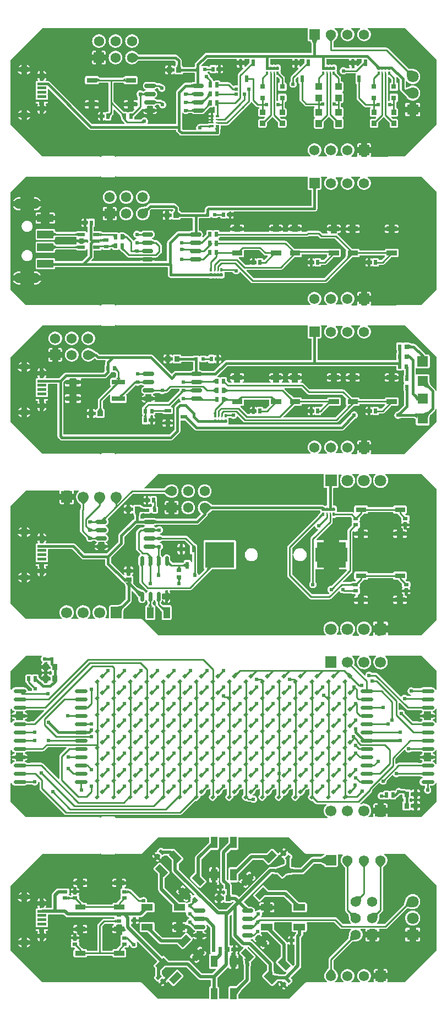
<source format=gtl>
G04 Layer: TopLayer*
G04 EasyEDA v6.4.25, 2021-12-03T12:49:12+01:00*
G04 610ea2077d8943ff92919c83ebf6a1f2,9c416354eb984020824aaf9c885bead6,10*
G04 Gerber Generator version 0.2*
G04 Scale: 100 percent, Rotated: No, Reflected: No *
G04 Dimensions in inches *
G04 leading zeros omitted , absolute positions ,3 integer and 6 decimal *
%FSLAX36Y36*%
%MOIN*%

%ADD10C,0.0100*%
%ADD11C,0.0200*%
%ADD12C,0.0150*%
%ADD13C,0.0256*%
%ADD14C,0.0236*%
%ADD15C,0.0240*%
%ADD17R,0.1772X0.1575*%
%ADD18R,0.0622X0.0315*%
%ADD19R,0.0421X0.0236*%
%ADD20R,0.0236X0.0421*%
%ADD21R,0.0422X0.0209*%
%ADD22R,0.0315X0.0197*%
%ADD23R,0.0984X0.0472*%
%ADD24R,0.0197X0.0315*%
%ADD25R,0.0630X0.0644*%
%ADD27R,0.0394X0.0709*%
%ADD28R,0.0709X0.0394*%
%ADD29R,0.0787X0.0315*%
%ADD30R,0.0315X0.0315*%
%ADD31R,0.0157X0.0217*%
%ADD32R,0.0098X0.0217*%
%ADD33R,0.0390X0.0430*%
%ADD34R,0.0236X0.0197*%
%ADD35R,0.0217X0.0157*%
%ADD36R,0.0217X0.0098*%
%ADD37R,0.0197X0.0236*%
%ADD38R,0.0315X0.0354*%
%ADD39R,0.0354X0.0315*%
%ADD40R,0.0620X0.0620*%
%ADD41C,0.0620*%
%ADD43C,0.0669*%
%ADD44C,0.0709*%
%ADD45R,0.0709X0.0620*%
%ADD46R,0.0709X0.0709*%
%ADD47C,0.0374*%
%ADD48C,0.0394*%
%ADD49C,0.0591*%

%LPD*%
G36*
X1360120Y1137700D02*
G01*
X1358779Y1138060D01*
X1357640Y1138860D01*
X1340880Y1155600D01*
X1338440Y1157620D01*
X1335800Y1159020D01*
X1332960Y1159880D01*
X1329800Y1160200D01*
X1283260Y1160200D01*
X1281660Y1160540D01*
X1280340Y1161480D01*
X1279480Y1162880D01*
X1278680Y1165160D01*
X1277480Y1167100D01*
X1275860Y1168700D01*
X1273940Y1169920D01*
X1271780Y1170660D01*
X1269300Y1170940D01*
X1250060Y1170940D01*
X1247580Y1170660D01*
X1245420Y1169920D01*
X1242140Y1167740D01*
X1240700Y1167400D01*
X1239240Y1167620D01*
X1237960Y1168340D01*
X1237020Y1169500D01*
X1235260Y1172740D01*
X1234340Y1175480D01*
X1232940Y1178120D01*
X1230920Y1180560D01*
X1219560Y1191920D01*
X1218620Y1193420D01*
X1217060Y1197820D01*
X1215840Y1202580D01*
X1214220Y1206100D01*
X1212000Y1209260D01*
X1209260Y1212000D01*
X1206100Y1214220D01*
X1204720Y1214860D01*
X1203360Y1215880D01*
X1202560Y1217380D01*
X1202460Y1219080D01*
X1203060Y1220680D01*
X1204280Y1221860D01*
X1204800Y1222200D01*
X1206240Y1223620D01*
X1207540Y1224500D01*
X1209060Y1224800D01*
X1211740Y1224800D01*
X1213340Y1224460D01*
X1214660Y1223520D01*
X1215520Y1222120D01*
X1216320Y1219840D01*
X1217520Y1217900D01*
X1219140Y1216300D01*
X1221060Y1215080D01*
X1223220Y1214340D01*
X1225700Y1214060D01*
X1244940Y1214060D01*
X1247420Y1214340D01*
X1249580Y1215080D01*
X1251500Y1216300D01*
X1252180Y1216960D01*
X1253480Y1217840D01*
X1255000Y1218140D01*
X1256540Y1217840D01*
X1257840Y1216960D01*
X1258500Y1216300D01*
X1260440Y1215080D01*
X1262580Y1214340D01*
X1265080Y1214060D01*
X1267260Y1214060D01*
X1267260Y1229620D01*
X1259360Y1229620D01*
X1257840Y1229940D01*
X1256540Y1230800D01*
X1255660Y1232100D01*
X1255360Y1233620D01*
X1255360Y1246380D01*
X1255660Y1247900D01*
X1256540Y1249200D01*
X1257840Y1250060D01*
X1259360Y1250380D01*
X1267260Y1250380D01*
X1267260Y1265940D01*
X1265080Y1265940D01*
X1262580Y1265660D01*
X1260440Y1264920D01*
X1258500Y1263700D01*
X1257840Y1263040D01*
X1256540Y1262160D01*
X1255000Y1261860D01*
X1253480Y1262160D01*
X1252180Y1263040D01*
X1251500Y1263700D01*
X1249580Y1264920D01*
X1247420Y1265660D01*
X1244940Y1265940D01*
X1225700Y1265940D01*
X1223220Y1265660D01*
X1221060Y1264920D01*
X1219140Y1263700D01*
X1217520Y1262100D01*
X1216320Y1260160D01*
X1215520Y1257880D01*
X1214660Y1256480D01*
X1213340Y1255540D01*
X1211740Y1255200D01*
X1209060Y1255200D01*
X1207540Y1255500D01*
X1206240Y1256380D01*
X1204800Y1257800D01*
X1202880Y1259000D01*
X1200720Y1259760D01*
X1198240Y1260040D01*
X1175060Y1260040D01*
X1172580Y1259760D01*
X1168760Y1258360D01*
X1167100Y1258460D01*
X1165640Y1259220D01*
X1164600Y1260520D01*
X1164180Y1262100D01*
X1164440Y1263740D01*
X1165320Y1265120D01*
X1200820Y1301100D01*
X1202140Y1302000D01*
X1203680Y1302300D01*
X1376579Y1302300D01*
X1378120Y1302000D01*
X1379420Y1301120D01*
X1380280Y1299840D01*
X1380580Y1298300D01*
X1380580Y1291639D01*
X1394199Y1291639D01*
X1394199Y1298300D01*
X1394500Y1299840D01*
X1395360Y1301120D01*
X1396660Y1302000D01*
X1398200Y1302300D01*
X1407000Y1302300D01*
X1408540Y1302000D01*
X1409840Y1301120D01*
X1410700Y1299840D01*
X1411000Y1298300D01*
X1411000Y1291639D01*
X1424600Y1291639D01*
X1424600Y1298300D01*
X1424920Y1299840D01*
X1425780Y1301120D01*
X1427080Y1302000D01*
X1428600Y1302300D01*
X1451399Y1302300D01*
X1452920Y1302000D01*
X1454220Y1301120D01*
X1455080Y1299840D01*
X1455400Y1298300D01*
X1455400Y1280340D01*
X1455080Y1278820D01*
X1454220Y1277520D01*
X1431440Y1254740D01*
X1430140Y1253860D01*
X1428600Y1253560D01*
X1427080Y1253860D01*
X1425780Y1254740D01*
X1424920Y1256020D01*
X1424600Y1257560D01*
X1424600Y1265580D01*
X1411000Y1265580D01*
X1411000Y1247360D01*
X1414400Y1247360D01*
X1415940Y1247040D01*
X1417240Y1246180D01*
X1418100Y1244880D01*
X1418400Y1243360D01*
X1418100Y1241820D01*
X1417240Y1240520D01*
X1389400Y1212680D01*
X1387380Y1210240D01*
X1385980Y1207600D01*
X1385120Y1204760D01*
X1384800Y1201600D01*
X1384800Y1145460D01*
X1384540Y1144040D01*
X1383779Y1142800D01*
X1382620Y1141900D01*
X1381220Y1141480D01*
X1379760Y1141600D01*
X1378860Y1141840D01*
X1375000Y1142180D01*
X1371140Y1141840D01*
X1367420Y1140840D01*
X1363899Y1139220D01*
X1362760Y1138400D01*
X1361500Y1137820D01*
G37*

%LPC*%
G36*
X1282120Y1214060D02*
G01*
X1284300Y1214060D01*
X1286800Y1214340D01*
X1288940Y1215080D01*
X1290880Y1216300D01*
X1292480Y1217900D01*
X1293700Y1219840D01*
X1294460Y1221980D01*
X1294740Y1224480D01*
X1294740Y1229620D01*
X1282120Y1229620D01*
G37*
G36*
X1391020Y1247360D02*
G01*
X1394199Y1247360D01*
X1394199Y1265580D01*
X1380580Y1265580D01*
X1380580Y1257780D01*
X1380860Y1255280D01*
X1381620Y1253140D01*
X1382840Y1251220D01*
X1384440Y1249600D01*
X1386380Y1248380D01*
X1388520Y1247640D01*
G37*
G36*
X1282120Y1250380D02*
G01*
X1294740Y1250380D01*
X1294740Y1255520D01*
X1294460Y1258020D01*
X1293700Y1260160D01*
X1292480Y1262100D01*
X1290880Y1263700D01*
X1288940Y1264920D01*
X1286800Y1265660D01*
X1284300Y1265940D01*
X1282120Y1265940D01*
G37*

%LPD*%
G36*
X1053980Y872700D02*
G01*
X1052460Y873000D01*
X1051160Y873880D01*
X1048880Y876160D01*
X1048000Y877460D01*
X1047700Y878980D01*
X1047700Y971380D01*
X1048000Y972920D01*
X1048880Y974220D01*
X1050160Y975080D01*
X1051700Y975380D01*
X1053240Y975080D01*
X1054520Y974220D01*
X1055740Y973000D01*
X1058900Y970780D01*
X1062420Y969160D01*
X1066140Y968160D01*
X1070000Y967820D01*
X1073860Y968160D01*
X1077580Y969160D01*
X1081100Y970780D01*
X1083260Y972240D01*
X1087820Y974419D01*
X1089540Y974800D01*
X1103920Y974800D01*
X1105700Y974380D01*
X1111600Y971400D01*
X1114060Y969780D01*
X1117600Y968240D01*
X1119840Y967600D01*
X1121120Y967340D01*
X1125180Y967000D01*
X1166180Y967000D01*
X1170120Y967340D01*
X1173800Y968259D01*
X1177280Y969780D01*
X1180460Y971860D01*
X1183260Y974440D01*
X1186160Y978319D01*
X1192320Y985500D01*
X1205940Y999120D01*
X1215560Y1008000D01*
X1216820Y1008780D01*
X1218280Y1009060D01*
X1229920Y1009060D01*
X1232420Y1009340D01*
X1234560Y1010080D01*
X1236500Y1011300D01*
X1237160Y1011960D01*
X1238460Y1012840D01*
X1240000Y1013139D01*
X1241520Y1012840D01*
X1242820Y1011960D01*
X1244720Y1010260D01*
X1245380Y1009080D01*
X1245600Y1007760D01*
X1245600Y978400D01*
X1245260Y976760D01*
X1244260Y975420D01*
X1242820Y974580D01*
X1241160Y974419D01*
X1239860Y974560D01*
X1237160Y974560D01*
X1237160Y962660D01*
X1238500Y961800D01*
X1239400Y960500D01*
X1239720Y958940D01*
X1239720Y954060D01*
X1239400Y952500D01*
X1238500Y951180D01*
X1237160Y950320D01*
X1237160Y939539D01*
X1238500Y938680D01*
X1239400Y937360D01*
X1239720Y935800D01*
X1239720Y933880D01*
X1239400Y932320D01*
X1238500Y931000D01*
X1237160Y930160D01*
X1237160Y919840D01*
X1238500Y919000D01*
X1239400Y917680D01*
X1239720Y915580D01*
X1239420Y914040D01*
X1238560Y912740D01*
X1237260Y911880D01*
X1235720Y911580D01*
X1218620Y911580D01*
X1216320Y911360D01*
X1210620Y910260D01*
X1206960Y910200D01*
X1206040Y909539D01*
X1204980Y909180D01*
X1202080Y908700D01*
X1163700Y908700D01*
X1160540Y908379D01*
X1157320Y907420D01*
X1156320Y907240D01*
X1153000Y907099D01*
X1151220Y906860D01*
X1147420Y905840D01*
X1143900Y904220D01*
X1140740Y902000D01*
X1138000Y899260D01*
X1135780Y896100D01*
X1134160Y892580D01*
X1133160Y888860D01*
X1132820Y885000D01*
X1133160Y881140D01*
X1134060Y877740D01*
X1134180Y876280D01*
X1133760Y874880D01*
X1132880Y873720D01*
X1131640Y872960D01*
X1130200Y872700D01*
G37*

%LPC*%
G36*
X1208260Y920120D02*
G01*
X1221340Y920120D01*
X1221340Y929880D01*
X1208260Y929880D01*
X1208500Y927660D01*
X1208980Y926320D01*
X1209200Y925000D01*
X1208980Y923680D01*
X1208500Y922340D01*
G37*
G36*
X1208260Y939800D02*
G01*
X1221340Y939800D01*
X1221340Y950060D01*
X1208220Y950060D01*
X1208220Y948840D01*
X1208500Y946360D01*
X1209020Y944200D01*
X1208800Y942880D01*
X1208500Y942020D01*
G37*
G36*
X1208220Y962940D02*
G01*
X1221340Y962940D01*
X1221340Y974560D01*
X1218640Y974560D01*
X1216160Y974280D01*
X1214020Y973540D01*
X1212080Y972320D01*
X1210480Y970720D01*
X1209260Y968780D01*
X1208500Y966640D01*
X1208220Y964140D01*
G37*

%LPD*%
G36*
X644960Y709220D02*
G01*
X643360Y709640D01*
X642080Y710680D01*
X641440Y711440D01*
X638980Y713460D01*
X636200Y714940D01*
X633160Y715860D01*
X630000Y716180D01*
X626840Y715860D01*
X623800Y714940D01*
X621880Y713920D01*
X620660Y713500D01*
X619340Y713500D01*
X618120Y713920D01*
X616200Y714940D01*
X613160Y715860D01*
X610000Y716180D01*
X606840Y715860D01*
X603800Y714940D01*
X601880Y713920D01*
X600660Y713500D01*
X599340Y713500D01*
X598120Y713920D01*
X596200Y714940D01*
X593160Y715860D01*
X590000Y716180D01*
X586840Y715860D01*
X583800Y714940D01*
X581880Y713920D01*
X580660Y713500D01*
X579340Y713500D01*
X578120Y713920D01*
X576200Y714940D01*
X573160Y715860D01*
X570000Y716180D01*
X566840Y715860D01*
X563800Y714940D01*
X561020Y713460D01*
X558560Y711440D01*
X557940Y710699D01*
X556580Y709620D01*
X554900Y709240D01*
X552880Y709740D01*
X549940Y710200D01*
X205880Y710200D01*
X204360Y710500D01*
X203060Y711380D01*
X11379Y903060D01*
X10500Y904360D01*
X10200Y905879D01*
X10200Y1294120D01*
X10500Y1295640D01*
X11379Y1296940D01*
X203060Y1488620D01*
X204360Y1489500D01*
X205880Y1489800D01*
X1805740Y1489800D01*
X1807220Y1489520D01*
X1808500Y1488700D01*
X1809379Y1487460D01*
X1809720Y1485980D01*
X1809500Y1484480D01*
X1809079Y1483260D01*
X1808800Y1480780D01*
X1808800Y1419220D01*
X1809079Y1416740D01*
X1809840Y1414580D01*
X1811040Y1412660D01*
X1812660Y1411040D01*
X1814580Y1409840D01*
X1816740Y1409079D01*
X1819220Y1408800D01*
X1822480Y1408800D01*
X1823920Y1408540D01*
X1825160Y1407760D01*
X1826060Y1406579D01*
X1831879Y1394940D01*
X1832300Y1393140D01*
X1832300Y1341699D01*
X1832000Y1340160D01*
X1831120Y1338880D01*
X1829840Y1338000D01*
X1828300Y1337700D01*
X1193800Y1337680D01*
X1190440Y1337180D01*
X1187340Y1336120D01*
X1184500Y1334520D01*
X1181880Y1332300D01*
X1130040Y1279720D01*
X1128000Y1277000D01*
X1126560Y1274060D01*
X1125700Y1270920D01*
X1125400Y1267480D01*
X1125460Y1259760D01*
X1125160Y1258200D01*
X1124280Y1256900D01*
X1123580Y1256180D01*
X1122560Y1254580D01*
X1121680Y1253580D01*
X1120500Y1252920D01*
X1119180Y1252700D01*
X1056900Y1252700D01*
X1055300Y1253040D01*
X1053960Y1253980D01*
X1053120Y1255380D01*
X1052500Y1257140D01*
X1051300Y1259060D01*
X1049700Y1260660D01*
X1047560Y1261960D01*
X1046700Y1262660D01*
X1045720Y1264280D01*
X1045300Y1266060D01*
X1045280Y1293080D01*
X1044800Y1296459D01*
X1043760Y1299560D01*
X1042180Y1302400D01*
X1039980Y1305060D01*
X1022020Y1322980D01*
X1019300Y1325040D01*
X1016380Y1326480D01*
X1013240Y1327380D01*
X1009820Y1327700D01*
X789400Y1327700D01*
X788040Y1327940D01*
X786840Y1328640D01*
X770140Y1342640D01*
X765600Y1345680D01*
X760759Y1348060D01*
X755660Y1349780D01*
X750380Y1350840D01*
X745000Y1351200D01*
X739620Y1350840D01*
X734340Y1349780D01*
X729240Y1348060D01*
X724400Y1345680D01*
X719920Y1342680D01*
X715879Y1339120D01*
X712320Y1335080D01*
X709320Y1330600D01*
X706940Y1325760D01*
X705220Y1320660D01*
X704160Y1315380D01*
X703800Y1310000D01*
X704160Y1304620D01*
X705220Y1299340D01*
X706940Y1294240D01*
X709320Y1289400D01*
X712320Y1284920D01*
X715879Y1280880D01*
X719920Y1277320D01*
X724400Y1274320D01*
X729240Y1271940D01*
X734340Y1270220D01*
X739620Y1269160D01*
X745000Y1268800D01*
X750380Y1269160D01*
X755660Y1270220D01*
X760759Y1271940D01*
X765600Y1274320D01*
X770140Y1277360D01*
X786840Y1291360D01*
X788040Y1292060D01*
X789400Y1292300D01*
X1001020Y1292300D01*
X1002540Y1292000D01*
X1003840Y1291120D01*
X1008720Y1286240D01*
X1009580Y1284960D01*
X1009880Y1283420D01*
X1009880Y1266080D01*
X1009460Y1264280D01*
X1008480Y1262660D01*
X1007620Y1261960D01*
X1005480Y1260660D01*
X1003900Y1259060D01*
X1003420Y1258320D01*
X1002320Y1257160D01*
X1000840Y1256520D01*
X999240Y1256520D01*
X997760Y1257160D01*
X996640Y1258320D01*
X996180Y1259060D01*
X994580Y1260680D01*
X992640Y1261880D01*
X990500Y1262640D01*
X988000Y1262920D01*
X982860Y1262920D01*
X982860Y1246360D01*
X997640Y1246360D01*
X999180Y1246060D01*
X1000480Y1245180D01*
X1001340Y1243880D01*
X1001640Y1242360D01*
X1001640Y1227640D01*
X1001340Y1226120D01*
X1000480Y1224820D01*
X999180Y1223940D01*
X997640Y1223640D01*
X982860Y1223640D01*
X982860Y1207080D01*
X988000Y1207080D01*
X990500Y1207360D01*
X992640Y1208120D01*
X994580Y1209320D01*
X996180Y1210940D01*
X996640Y1211680D01*
X997760Y1212840D01*
X999240Y1213480D01*
X1000840Y1213480D01*
X1002320Y1212840D01*
X1003420Y1211680D01*
X1003900Y1210940D01*
X1005500Y1209320D01*
X1007440Y1208120D01*
X1009580Y1207360D01*
X1012060Y1207080D01*
X1043120Y1207080D01*
X1045600Y1207360D01*
X1047760Y1208120D01*
X1049680Y1209320D01*
X1051300Y1210940D01*
X1052500Y1212860D01*
X1053120Y1214620D01*
X1053960Y1216020D01*
X1055300Y1216960D01*
X1056900Y1217300D01*
X1121600Y1217300D01*
X1123140Y1217000D01*
X1124420Y1216120D01*
X1125300Y1214840D01*
X1125600Y1213300D01*
X1125600Y1166720D01*
X1125320Y1165260D01*
X1124540Y1164000D01*
X1123360Y1163120D01*
X1117540Y1161740D01*
X1116120Y1161180D01*
X1101760Y1157800D01*
X1100860Y1157700D01*
X1069320Y1157680D01*
X1065960Y1157220D01*
X1062860Y1156180D01*
X1060000Y1154580D01*
X1057360Y1152380D01*
X1017020Y1112020D01*
X1014960Y1109300D01*
X1013520Y1106380D01*
X1012620Y1103240D01*
X1012300Y1099820D01*
X1012300Y911700D01*
X1012000Y910160D01*
X1011120Y908880D01*
X1009840Y908000D01*
X1008300Y907700D01*
X842540Y907700D01*
X840980Y908020D01*
X839659Y908940D01*
X838800Y910280D01*
X838560Y911860D01*
X838940Y913420D01*
X840860Y917420D01*
X841840Y921140D01*
X842180Y925000D01*
X841840Y928860D01*
X840840Y932580D01*
X839220Y936100D01*
X837000Y939260D01*
X834260Y942000D01*
X831100Y944220D01*
X827580Y945840D01*
X823860Y946840D01*
X820000Y947180D01*
X816140Y946840D01*
X812420Y945840D01*
X808900Y944220D01*
X805740Y942000D01*
X803000Y939260D01*
X801880Y937840D01*
X800080Y936220D01*
X798840Y935460D01*
X797400Y935200D01*
X763720Y935200D01*
X762180Y935500D01*
X760879Y936380D01*
X760020Y937680D01*
X759720Y939200D01*
X759720Y951880D01*
X760020Y953420D01*
X760900Y954700D01*
X804460Y998280D01*
X805939Y999220D01*
X807660Y999440D01*
X809320Y998900D01*
X835100Y998900D01*
X835100Y1013000D01*
X835400Y1014539D01*
X836260Y1015840D01*
X837560Y1016700D01*
X839100Y1017000D01*
X869560Y1017000D01*
X871100Y1016700D01*
X872380Y1015840D01*
X873259Y1014539D01*
X873560Y1013000D01*
X873560Y998900D01*
X896160Y998900D01*
X896040Y999240D01*
X894240Y1002560D01*
X891900Y1005560D01*
X889120Y1008139D01*
X885939Y1010220D01*
X883360Y1011340D01*
X882099Y1012220D01*
X881280Y1013500D01*
X880980Y1015000D01*
X881280Y1016500D01*
X882099Y1017780D01*
X883360Y1018660D01*
X885939Y1019780D01*
X888820Y1021640D01*
X894300Y1024380D01*
X896080Y1024800D01*
X904160Y1024800D01*
X905620Y1024520D01*
X906860Y1023740D01*
X907760Y1022560D01*
X909160Y1017420D01*
X910780Y1013900D01*
X913000Y1010740D01*
X915740Y1008000D01*
X918900Y1005780D01*
X922420Y1004160D01*
X926140Y1003160D01*
X930000Y1002820D01*
X933860Y1003160D01*
X937580Y1004160D01*
X941100Y1005780D01*
X944260Y1008000D01*
X947000Y1010740D01*
X949220Y1013900D01*
X950840Y1017420D01*
X951840Y1021140D01*
X952180Y1025000D01*
X951840Y1028860D01*
X950840Y1032580D01*
X949220Y1036100D01*
X947000Y1039260D01*
X944260Y1042000D01*
X941100Y1044220D01*
X937580Y1045840D01*
X932820Y1047060D01*
X928420Y1048620D01*
X926919Y1049560D01*
X925879Y1050600D01*
X923439Y1052620D01*
X920800Y1054020D01*
X917960Y1054880D01*
X914800Y1055200D01*
X896080Y1055200D01*
X894300Y1055620D01*
X888400Y1058600D01*
X885939Y1060220D01*
X883379Y1061340D01*
X882120Y1062220D01*
X881280Y1063500D01*
X880980Y1065000D01*
X881280Y1066500D01*
X882120Y1067780D01*
X883379Y1068660D01*
X885939Y1069780D01*
X889120Y1071860D01*
X891900Y1074440D01*
X894240Y1077440D01*
X896040Y1080760D01*
X897280Y1084360D01*
X897900Y1088100D01*
X897900Y1091900D01*
X897280Y1095640D01*
X896040Y1099240D01*
X894240Y1102560D01*
X891900Y1105560D01*
X889120Y1108140D01*
X885939Y1110220D01*
X883379Y1111340D01*
X882120Y1112220D01*
X881280Y1113500D01*
X880980Y1115000D01*
X881280Y1116500D01*
X882120Y1117780D01*
X883379Y1118660D01*
X885939Y1119780D01*
X888820Y1121640D01*
X894300Y1124380D01*
X896080Y1124800D01*
X899160Y1124800D01*
X900620Y1124520D01*
X901860Y1123740D01*
X902760Y1122560D01*
X904160Y1117420D01*
X905780Y1113900D01*
X908000Y1110740D01*
X910740Y1108000D01*
X913900Y1105780D01*
X917420Y1104160D01*
X921140Y1103160D01*
X925000Y1102820D01*
X928860Y1103160D01*
X932580Y1104160D01*
X936100Y1105780D01*
X939260Y1108000D01*
X942000Y1110740D01*
X944220Y1113900D01*
X945840Y1117420D01*
X946840Y1121140D01*
X947180Y1125000D01*
X946840Y1128860D01*
X945840Y1132580D01*
X944220Y1136100D01*
X942000Y1139260D01*
X939260Y1142000D01*
X936100Y1144220D01*
X932580Y1145840D01*
X927820Y1147060D01*
X923420Y1148620D01*
X921919Y1149560D01*
X920879Y1150600D01*
X918439Y1152620D01*
X915800Y1154020D01*
X912960Y1154880D01*
X909800Y1155200D01*
X896080Y1155200D01*
X894300Y1155620D01*
X888400Y1158600D01*
X885939Y1160220D01*
X882400Y1161760D01*
X880160Y1162400D01*
X878880Y1162660D01*
X874840Y1163000D01*
X833820Y1163000D01*
X829880Y1162660D01*
X826200Y1161740D01*
X822720Y1160220D01*
X819539Y1158140D01*
X816760Y1155560D01*
X814419Y1152560D01*
X812620Y1149240D01*
X811380Y1145640D01*
X810759Y1141900D01*
X810759Y1138100D01*
X811380Y1134360D01*
X812620Y1130760D01*
X814419Y1127440D01*
X816760Y1124440D01*
X819539Y1121860D01*
X822720Y1119780D01*
X825280Y1118660D01*
X826540Y1117780D01*
X827380Y1116500D01*
X827680Y1115000D01*
X827380Y1113500D01*
X826540Y1112220D01*
X825280Y1111340D01*
X822720Y1110220D01*
X819820Y1108360D01*
X815320Y1106100D01*
X814180Y1105740D01*
X812980Y1105720D01*
X811820Y1106060D01*
X808259Y1107760D01*
X806100Y1109220D01*
X802580Y1110840D01*
X798860Y1111840D01*
X795000Y1112180D01*
X791140Y1111840D01*
X787420Y1110840D01*
X783900Y1109220D01*
X780740Y1107000D01*
X778000Y1104260D01*
X775780Y1101100D01*
X774160Y1097580D01*
X773160Y1093860D01*
X772820Y1090000D01*
X773160Y1086140D01*
X774160Y1082420D01*
X775780Y1078900D01*
X777240Y1076740D01*
X779419Y1072180D01*
X779800Y1070460D01*
X779800Y1055380D01*
X779440Y1053740D01*
X778439Y1052380D01*
X776960Y1051560D01*
X775260Y1051420D01*
X771460Y1052800D01*
X768960Y1053080D01*
X756140Y1053080D01*
X756140Y1037500D01*
X775800Y1037500D01*
X777340Y1037200D01*
X778620Y1036320D01*
X779500Y1035020D01*
X779800Y1033500D01*
X779800Y1020759D01*
X779500Y1019220D01*
X778620Y1017920D01*
X777340Y1017060D01*
X775800Y1016760D01*
X756140Y1016760D01*
X756140Y1000920D01*
X757480Y1000060D01*
X758379Y998760D01*
X758720Y997220D01*
X758420Y995660D01*
X757540Y994340D01*
X745320Y982120D01*
X744020Y981260D01*
X742480Y980939D01*
X730060Y980939D01*
X727580Y980660D01*
X725420Y979920D01*
X723500Y978700D01*
X722820Y978040D01*
X721520Y977159D01*
X720000Y976860D01*
X718460Y977159D01*
X717159Y978040D01*
X716500Y978700D01*
X714560Y979920D01*
X712420Y980660D01*
X709920Y980939D01*
X698259Y980939D01*
X696820Y981220D01*
X695560Y982000D01*
X685819Y990980D01*
X634720Y1042099D01*
X633840Y1043400D01*
X633540Y1044920D01*
X633540Y1153580D01*
X633840Y1155120D01*
X634720Y1156420D01*
X636020Y1157280D01*
X637540Y1157580D01*
X688640Y1157580D01*
X690420Y1157160D01*
X696060Y1154360D01*
X696960Y1153740D01*
X697660Y1152900D01*
X699040Y1150700D01*
X700639Y1149100D01*
X702580Y1147880D01*
X704720Y1147120D01*
X707220Y1146840D01*
X768960Y1146840D01*
X771460Y1147120D01*
X773600Y1147880D01*
X775540Y1149100D01*
X777140Y1150700D01*
X778360Y1152640D01*
X779120Y1154780D01*
X779400Y1157280D01*
X779400Y1188320D01*
X779120Y1190800D01*
X778360Y1192960D01*
X777140Y1194880D01*
X775540Y1196500D01*
X773600Y1197700D01*
X771460Y1198460D01*
X768960Y1198740D01*
X707220Y1198740D01*
X704720Y1198460D01*
X702580Y1197700D01*
X700639Y1196500D01*
X699040Y1194880D01*
X697640Y1192680D01*
X696940Y1191840D01*
X696040Y1191220D01*
X690420Y1188420D01*
X688640Y1187980D01*
X551320Y1187980D01*
X549540Y1188420D01*
X543920Y1191220D01*
X543020Y1191840D01*
X542320Y1192660D01*
X540940Y1194880D01*
X539320Y1196500D01*
X537400Y1197700D01*
X535240Y1198460D01*
X532760Y1198740D01*
X471000Y1198740D01*
X468500Y1198460D01*
X466360Y1197700D01*
X464420Y1196500D01*
X462819Y1194880D01*
X461599Y1192960D01*
X460860Y1190800D01*
X460580Y1188320D01*
X460580Y1157280D01*
X460860Y1154780D01*
X461599Y1152640D01*
X462819Y1150700D01*
X464420Y1149100D01*
X466360Y1147880D01*
X468500Y1147120D01*
X471000Y1146840D01*
X532760Y1146840D01*
X535240Y1147120D01*
X537400Y1147880D01*
X539320Y1149100D01*
X540940Y1150700D01*
X542320Y1152920D01*
X543020Y1153740D01*
X543920Y1154360D01*
X549540Y1157160D01*
X551320Y1157580D01*
X599140Y1157580D01*
X600680Y1157280D01*
X601980Y1156420D01*
X602840Y1155120D01*
X603140Y1153580D01*
X603140Y984940D01*
X602840Y983420D01*
X601980Y982120D01*
X600680Y981260D01*
X599140Y980939D01*
X590060Y980939D01*
X587580Y980660D01*
X585420Y979920D01*
X583500Y978700D01*
X582820Y978040D01*
X581520Y977159D01*
X580000Y976860D01*
X578460Y977159D01*
X577160Y978040D01*
X576500Y978700D01*
X574560Y979920D01*
X572420Y980660D01*
X569920Y980939D01*
X567740Y980939D01*
X567740Y965380D01*
X575640Y965380D01*
X577160Y965060D01*
X578460Y964200D01*
X579340Y962900D01*
X579640Y961380D01*
X579640Y948620D01*
X579340Y947099D01*
X578460Y945800D01*
X577160Y944940D01*
X575640Y944620D01*
X567740Y944620D01*
X567740Y929060D01*
X569920Y929060D01*
X572420Y929340D01*
X574560Y930080D01*
X576500Y931300D01*
X577160Y931960D01*
X578460Y932840D01*
X580000Y933139D01*
X581520Y932840D01*
X582820Y931960D01*
X583500Y931300D01*
X585420Y930080D01*
X587580Y929340D01*
X590060Y929060D01*
X609300Y929060D01*
X611780Y929340D01*
X613940Y930080D01*
X615860Y931300D01*
X617480Y932900D01*
X618680Y934840D01*
X619440Y936979D01*
X619720Y939479D01*
X619720Y942840D01*
X620060Y944460D01*
X627180Y960620D01*
X628020Y961840D01*
X628960Y962780D01*
X630960Y965220D01*
X632380Y967860D01*
X633240Y970699D01*
X633540Y973860D01*
X633540Y990620D01*
X633840Y992159D01*
X634720Y993460D01*
X636020Y994320D01*
X637540Y994620D01*
X639080Y994320D01*
X640380Y993460D01*
X668880Y964940D01*
X669599Y963960D01*
X679820Y944240D01*
X680160Y943340D01*
X680260Y942400D01*
X680260Y939479D01*
X680540Y936979D01*
X681300Y934860D01*
X682640Y932760D01*
X683580Y931740D01*
X685600Y929840D01*
X686400Y928760D01*
X687720Y926220D01*
X689720Y923800D01*
X698980Y914520D01*
X699840Y913240D01*
X700140Y911700D01*
X699840Y910160D01*
X698980Y908880D01*
X697680Y908000D01*
X696140Y907700D01*
X504380Y907700D01*
X502860Y908000D01*
X501560Y908880D01*
X246240Y1164160D01*
X243520Y1166220D01*
X240600Y1167660D01*
X237440Y1168580D01*
X234920Y1168860D01*
X229400Y1169240D01*
X227460Y1169020D01*
X226520Y1169040D01*
X224300Y1169300D01*
X222700Y1169860D01*
X221480Y1171020D01*
X220840Y1172580D01*
X220900Y1174260D01*
X221660Y1175760D01*
X222020Y1176220D01*
X224180Y1179960D01*
X225600Y1183600D01*
X210000Y1183600D01*
X210000Y1173280D01*
X209700Y1171740D01*
X208820Y1170460D01*
X207540Y1169580D01*
X206000Y1169280D01*
X190300Y1169280D01*
X188760Y1169580D01*
X187480Y1170460D01*
X186600Y1171740D01*
X186300Y1173280D01*
X186300Y1183600D01*
X170700Y1183600D01*
X172120Y1179960D01*
X174280Y1176220D01*
X174640Y1175760D01*
X175400Y1174260D01*
X175460Y1172560D01*
X174800Y1171000D01*
X173580Y1169840D01*
X171960Y1169300D01*
X169320Y1169000D01*
X167160Y1168240D01*
X165240Y1167040D01*
X163619Y1165420D01*
X162399Y1163500D01*
X161660Y1161340D01*
X161380Y1158860D01*
X161380Y1143560D01*
X161660Y1141060D01*
X162120Y1139720D01*
X162340Y1138400D01*
X162120Y1137080D01*
X161660Y1135740D01*
X161380Y1133260D01*
X161380Y1117960D01*
X161660Y1115460D01*
X162120Y1114120D01*
X162340Y1112800D01*
X162120Y1111480D01*
X161660Y1110140D01*
X161380Y1107660D01*
X161380Y1092360D01*
X161660Y1089860D01*
X162120Y1088520D01*
X162340Y1087200D01*
X162120Y1085880D01*
X161660Y1084540D01*
X161380Y1082060D01*
X161380Y1066760D01*
X161660Y1064260D01*
X162120Y1062920D01*
X162340Y1061600D01*
X162120Y1060280D01*
X161660Y1058940D01*
X161380Y1056460D01*
X161380Y1055240D01*
X183619Y1055240D01*
X184880Y1056040D01*
X186360Y1056340D01*
X209940Y1056340D01*
X211420Y1056040D01*
X212680Y1055240D01*
X234920Y1055240D01*
X234920Y1056460D01*
X234640Y1058940D01*
X234180Y1060280D01*
X233960Y1061600D01*
X234180Y1062920D01*
X234640Y1064260D01*
X234920Y1066760D01*
X234920Y1082060D01*
X234640Y1084540D01*
X234180Y1085880D01*
X233960Y1087200D01*
X234180Y1088520D01*
X234640Y1089860D01*
X234920Y1092360D01*
X234920Y1107660D01*
X234640Y1110140D01*
X234180Y1111480D01*
X233960Y1112800D01*
X234180Y1114120D01*
X234640Y1115460D01*
X234760Y1116440D01*
X235200Y1117860D01*
X236119Y1119020D01*
X237399Y1119760D01*
X238880Y1119980D01*
X240320Y1119640D01*
X241560Y1118820D01*
X483380Y877020D01*
X486100Y874960D01*
X489020Y873520D01*
X492160Y872620D01*
X495580Y872300D01*
X1008420Y872300D01*
X1009820Y872039D01*
X1011040Y871320D01*
X1011940Y870200D01*
X1012380Y868860D01*
X1012780Y865960D01*
X1013820Y862860D01*
X1015420Y860000D01*
X1017620Y857360D01*
X1032980Y842020D01*
X1035699Y839960D01*
X1038620Y838520D01*
X1041760Y837620D01*
X1045180Y837300D01*
X1260700Y837300D01*
X1262440Y837380D01*
X1264060Y837600D01*
X1265640Y837980D01*
X1267200Y838500D01*
X1268680Y839160D01*
X1270120Y839960D01*
X1271460Y840879D01*
X1272720Y841919D01*
X1273880Y843080D01*
X1274920Y844340D01*
X1275840Y845680D01*
X1276640Y847120D01*
X1277300Y848600D01*
X1277820Y850160D01*
X1278200Y851740D01*
X1278420Y853360D01*
X1278500Y855100D01*
X1278540Y863000D01*
X1281639Y884000D01*
X1281780Y885780D01*
X1281780Y896000D01*
X1282080Y897540D01*
X1282940Y898820D01*
X1284240Y899700D01*
X1285780Y900000D01*
X1320000Y900000D01*
X1323160Y900320D01*
X1326000Y901180D01*
X1328640Y902580D01*
X1331080Y904599D01*
X1462100Y1035600D01*
X1464120Y1038060D01*
X1464480Y1038720D01*
X1465400Y1039880D01*
X1466699Y1040620D01*
X1468160Y1040840D01*
X1469600Y1040500D01*
X1470840Y1039680D01*
X1496120Y1014400D01*
X1498560Y1012380D01*
X1501200Y1010980D01*
X1504040Y1010120D01*
X1507200Y1009800D01*
X1511120Y1009800D01*
X1512780Y1009440D01*
X1514139Y1008400D01*
X1514960Y1006900D01*
X1515060Y1005200D01*
X1514460Y1003600D01*
X1512900Y1002200D01*
X1511300Y1000600D01*
X1510080Y998660D01*
X1509340Y996520D01*
X1509060Y994020D01*
X1509060Y962980D01*
X1509340Y960480D01*
X1510080Y958340D01*
X1511300Y956400D01*
X1512900Y954800D01*
X1514840Y953580D01*
X1516980Y952840D01*
X1519480Y952560D01*
X1544900Y952560D01*
X1546440Y952240D01*
X1547720Y951380D01*
X1548600Y950080D01*
X1548899Y948560D01*
X1548600Y947020D01*
X1547720Y945720D01*
X1540620Y938620D01*
X1539319Y937760D01*
X1537800Y937440D01*
X1519480Y937440D01*
X1516980Y937159D01*
X1514840Y936420D01*
X1512900Y935200D01*
X1511300Y933600D01*
X1510080Y931660D01*
X1509340Y929520D01*
X1509060Y927020D01*
X1509060Y895980D01*
X1509340Y893480D01*
X1510080Y891340D01*
X1511300Y889400D01*
X1512900Y887800D01*
X1514840Y886580D01*
X1516980Y885840D01*
X1519480Y885560D01*
X1550520Y885560D01*
X1553020Y885840D01*
X1555160Y886580D01*
X1557100Y887800D01*
X1558700Y889400D01*
X1559920Y891340D01*
X1560660Y893480D01*
X1560940Y895980D01*
X1560940Y914300D01*
X1561260Y915819D01*
X1562120Y917120D01*
X1592180Y947180D01*
X1593460Y948040D01*
X1595000Y948340D01*
X1596540Y948040D01*
X1597820Y947180D01*
X1627880Y917120D01*
X1628740Y915819D01*
X1629060Y914300D01*
X1629060Y895980D01*
X1629340Y893480D01*
X1630080Y891340D01*
X1631300Y889400D01*
X1632900Y887800D01*
X1634840Y886580D01*
X1636980Y885840D01*
X1639480Y885560D01*
X1670520Y885560D01*
X1673020Y885840D01*
X1675160Y886580D01*
X1677100Y887800D01*
X1678700Y889400D01*
X1679920Y891340D01*
X1680660Y893480D01*
X1680940Y895980D01*
X1680940Y927020D01*
X1680660Y929520D01*
X1679920Y931660D01*
X1678700Y933600D01*
X1677100Y935200D01*
X1675160Y936420D01*
X1673020Y937159D01*
X1670520Y937440D01*
X1652200Y937440D01*
X1650680Y937760D01*
X1649379Y938620D01*
X1642280Y945720D01*
X1641399Y947020D01*
X1641100Y948560D01*
X1641399Y950080D01*
X1642280Y951380D01*
X1643560Y952240D01*
X1645100Y952560D01*
X1670520Y952560D01*
X1673020Y952840D01*
X1675160Y953580D01*
X1677100Y954800D01*
X1678700Y956400D01*
X1679920Y958340D01*
X1680660Y960480D01*
X1680940Y962980D01*
X1680940Y994020D01*
X1680660Y996520D01*
X1679920Y998660D01*
X1678700Y1000600D01*
X1677100Y1002200D01*
X1675160Y1003420D01*
X1672880Y1004220D01*
X1671480Y1005060D01*
X1670540Y1006400D01*
X1670200Y1007980D01*
X1670200Y1037020D01*
X1670540Y1038600D01*
X1671480Y1039940D01*
X1672880Y1040780D01*
X1675160Y1041580D01*
X1677100Y1042800D01*
X1678700Y1044400D01*
X1679920Y1046340D01*
X1680660Y1048480D01*
X1680940Y1050980D01*
X1680940Y1082020D01*
X1680660Y1084520D01*
X1679920Y1086660D01*
X1678700Y1088600D01*
X1677100Y1090200D01*
X1675160Y1091420D01*
X1673020Y1092160D01*
X1670520Y1092440D01*
X1639480Y1092440D01*
X1636980Y1092160D01*
X1634840Y1091420D01*
X1632900Y1090200D01*
X1631300Y1088600D01*
X1630080Y1086660D01*
X1629340Y1084520D01*
X1629060Y1082020D01*
X1629060Y1050700D01*
X1628680Y1049000D01*
X1627620Y1047640D01*
X1626100Y1046840D01*
X1625040Y1046540D01*
X1623580Y1046440D01*
X1622180Y1046840D01*
X1621020Y1047740D01*
X1620260Y1048980D01*
X1620000Y1050420D01*
X1620000Y1189220D01*
X1620300Y1190760D01*
X1621180Y1192060D01*
X1622460Y1192920D01*
X1624379Y1193220D01*
X1625920Y1192920D01*
X1627220Y1192040D01*
X1638640Y1180600D01*
X1639500Y1179300D01*
X1639800Y1177760D01*
X1639800Y1162980D01*
X1639460Y1161400D01*
X1638520Y1160060D01*
X1637120Y1159220D01*
X1634840Y1158420D01*
X1632900Y1157200D01*
X1631300Y1155600D01*
X1630080Y1153660D01*
X1629340Y1151520D01*
X1629060Y1149020D01*
X1629060Y1117980D01*
X1629340Y1115480D01*
X1630080Y1113340D01*
X1631300Y1111400D01*
X1632900Y1109800D01*
X1634840Y1108580D01*
X1636980Y1107840D01*
X1639480Y1107560D01*
X1670520Y1107560D01*
X1673020Y1107840D01*
X1675160Y1108580D01*
X1677100Y1109800D01*
X1678700Y1111400D01*
X1679920Y1113340D01*
X1680660Y1115480D01*
X1680940Y1117980D01*
X1680940Y1149020D01*
X1680660Y1151520D01*
X1679920Y1153660D01*
X1678700Y1155600D01*
X1677100Y1157200D01*
X1675160Y1158420D01*
X1672880Y1159220D01*
X1671480Y1160060D01*
X1670540Y1161400D01*
X1670200Y1162980D01*
X1670200Y1185500D01*
X1669900Y1188640D01*
X1669040Y1191480D01*
X1667640Y1194120D01*
X1665620Y1196560D01*
X1645740Y1216520D01*
X1644880Y1217820D01*
X1644580Y1219360D01*
X1644580Y1224860D01*
X1644280Y1227340D01*
X1643820Y1228680D01*
X1643600Y1230000D01*
X1643820Y1231320D01*
X1644280Y1232660D01*
X1644580Y1235140D01*
X1644580Y1256360D01*
X1644280Y1258840D01*
X1643540Y1260980D01*
X1642320Y1262920D01*
X1640720Y1264520D01*
X1638779Y1265740D01*
X1636639Y1266500D01*
X1634139Y1266780D01*
X1618839Y1266780D01*
X1616360Y1266500D01*
X1614199Y1265980D01*
X1612880Y1266200D01*
X1612020Y1266500D01*
X1609540Y1266780D01*
X1600140Y1266780D01*
X1597660Y1266500D01*
X1596320Y1266020D01*
X1595000Y1265800D01*
X1593680Y1266020D01*
X1592340Y1266500D01*
X1589860Y1266780D01*
X1585200Y1266780D01*
X1583680Y1267080D01*
X1582380Y1267940D01*
X1581500Y1269240D01*
X1581200Y1270780D01*
X1581200Y1298300D01*
X1581500Y1299840D01*
X1582380Y1301120D01*
X1583680Y1302000D01*
X1585200Y1302300D01*
X1711579Y1302300D01*
X1713120Y1302000D01*
X1714420Y1301120D01*
X1715280Y1299840D01*
X1715580Y1298300D01*
X1715580Y1291639D01*
X1729199Y1291639D01*
X1729199Y1298300D01*
X1729500Y1299840D01*
X1730360Y1301120D01*
X1731660Y1302000D01*
X1733200Y1302300D01*
X1742000Y1302300D01*
X1743540Y1302000D01*
X1744840Y1301120D01*
X1745700Y1299840D01*
X1746000Y1298300D01*
X1746000Y1291639D01*
X1759600Y1291639D01*
X1759600Y1298300D01*
X1759920Y1299840D01*
X1760780Y1301120D01*
X1762080Y1302000D01*
X1763600Y1302300D01*
X1786399Y1302300D01*
X1787920Y1302000D01*
X1789220Y1301120D01*
X1790080Y1299840D01*
X1790400Y1298300D01*
X1790400Y1280340D01*
X1790080Y1278820D01*
X1789220Y1277520D01*
X1766440Y1254740D01*
X1765140Y1253860D01*
X1763600Y1253560D01*
X1762080Y1253860D01*
X1760780Y1254740D01*
X1759920Y1256020D01*
X1759600Y1257560D01*
X1759600Y1265580D01*
X1746000Y1265580D01*
X1746000Y1247360D01*
X1749400Y1247360D01*
X1750940Y1247040D01*
X1752240Y1246180D01*
X1753100Y1244880D01*
X1753400Y1243360D01*
X1753100Y1241820D01*
X1752240Y1240520D01*
X1709400Y1197680D01*
X1707380Y1195240D01*
X1705980Y1192600D01*
X1705120Y1189760D01*
X1704800Y1186600D01*
X1704800Y1167720D01*
X1704500Y1166180D01*
X1703620Y1164880D01*
X1703000Y1164260D01*
X1700780Y1161100D01*
X1699160Y1157580D01*
X1698160Y1153860D01*
X1697820Y1150000D01*
X1698160Y1146140D01*
X1699160Y1142420D01*
X1700780Y1138900D01*
X1703000Y1135740D01*
X1705740Y1133000D01*
X1708899Y1130780D01*
X1712420Y1129160D01*
X1716140Y1128160D01*
X1720000Y1127820D01*
X1723860Y1128160D01*
X1727580Y1129160D01*
X1731100Y1130780D01*
X1734259Y1133000D01*
X1737000Y1135740D01*
X1739220Y1138900D01*
X1740840Y1142420D01*
X1741840Y1146140D01*
X1742180Y1150000D01*
X1741840Y1153860D01*
X1740840Y1157580D01*
X1739220Y1161100D01*
X1737000Y1164260D01*
X1736380Y1164880D01*
X1735500Y1166180D01*
X1735200Y1167720D01*
X1735200Y1178840D01*
X1735500Y1180380D01*
X1736380Y1181680D01*
X1746160Y1191460D01*
X1747460Y1192340D01*
X1748980Y1192640D01*
X1750520Y1192340D01*
X1751819Y1191460D01*
X1752680Y1190160D01*
X1752980Y1188640D01*
X1752980Y1160540D01*
X1753260Y1158040D01*
X1754019Y1155900D01*
X1755240Y1153960D01*
X1756840Y1152360D01*
X1757920Y1151680D01*
X1758920Y1150780D01*
X1759580Y1149600D01*
X1759800Y1148280D01*
X1759800Y1055200D01*
X1760120Y1052040D01*
X1760980Y1049200D01*
X1762380Y1046560D01*
X1764400Y1044120D01*
X1789120Y1019400D01*
X1791560Y1017380D01*
X1794199Y1015980D01*
X1797040Y1015120D01*
X1800200Y1014800D01*
X1846339Y1014800D01*
X1847880Y1014500D01*
X1849180Y1013620D01*
X1850040Y1012340D01*
X1850340Y1010800D01*
X1850040Y1009260D01*
X1849180Y1007980D01*
X1847540Y1006340D01*
X1846339Y1004419D01*
X1845580Y1002260D01*
X1845300Y999780D01*
X1845300Y957220D01*
X1845580Y954740D01*
X1846339Y952580D01*
X1847540Y950660D01*
X1849160Y949040D01*
X1850200Y948379D01*
X1851360Y947280D01*
X1852000Y945800D01*
X1852000Y944200D01*
X1851360Y942720D01*
X1850200Y941620D01*
X1849160Y940960D01*
X1847540Y939340D01*
X1846339Y937420D01*
X1845580Y935260D01*
X1845300Y932780D01*
X1845300Y890220D01*
X1845580Y887740D01*
X1846339Y885580D01*
X1847540Y883660D01*
X1849160Y882039D01*
X1851080Y880840D01*
X1853240Y880080D01*
X1855720Y879800D01*
X1894280Y879800D01*
X1896759Y880080D01*
X1898920Y880840D01*
X1900840Y882039D01*
X1902460Y883660D01*
X1903660Y885580D01*
X1904420Y887740D01*
X1904700Y890220D01*
X1904700Y918040D01*
X1905000Y919580D01*
X1905880Y920879D01*
X1933920Y948920D01*
X1935220Y949800D01*
X1936759Y950100D01*
X1938280Y949800D01*
X1939580Y948920D01*
X1964120Y924380D01*
X1965000Y923080D01*
X1965300Y921540D01*
X1965300Y890220D01*
X1965580Y887740D01*
X1966339Y885580D01*
X1967540Y883660D01*
X1969160Y882039D01*
X1971080Y880840D01*
X1973240Y880080D01*
X1975720Y879800D01*
X2014280Y879800D01*
X2016759Y880080D01*
X2018920Y880840D01*
X2020840Y882039D01*
X2022460Y883660D01*
X2023660Y885580D01*
X2024420Y887740D01*
X2024700Y890220D01*
X2024700Y932780D01*
X2024420Y935260D01*
X2023660Y937420D01*
X2022460Y939340D01*
X2020840Y940960D01*
X2019800Y941620D01*
X2018640Y942720D01*
X2018000Y944200D01*
X2018000Y945800D01*
X2018640Y947280D01*
X2019800Y948379D01*
X2020840Y949040D01*
X2022460Y950660D01*
X2023660Y952580D01*
X2024420Y954740D01*
X2024700Y957220D01*
X2024700Y999780D01*
X2024420Y1002260D01*
X2023660Y1004419D01*
X2022460Y1006340D01*
X2020840Y1007960D01*
X2018920Y1009160D01*
X2016780Y1009920D01*
X2013800Y1010220D01*
X2012380Y1010639D01*
X2011240Y1011520D01*
X2010460Y1012760D01*
X2010200Y1014200D01*
X2010200Y1030800D01*
X2010460Y1032240D01*
X2011240Y1033480D01*
X2012380Y1034360D01*
X2013800Y1034780D01*
X2016780Y1035080D01*
X2018920Y1035840D01*
X2020840Y1037039D01*
X2022460Y1038660D01*
X2023660Y1040580D01*
X2024420Y1042740D01*
X2024700Y1045220D01*
X2024700Y1087780D01*
X2024420Y1090260D01*
X2023660Y1092420D01*
X2022460Y1094340D01*
X2020840Y1095960D01*
X2019800Y1096620D01*
X2018640Y1097720D01*
X2018000Y1099200D01*
X2018000Y1100800D01*
X2018640Y1102280D01*
X2019800Y1103380D01*
X2020840Y1104040D01*
X2022460Y1105660D01*
X2023660Y1107580D01*
X2024420Y1109740D01*
X2024700Y1112220D01*
X2024700Y1154780D01*
X2024420Y1157260D01*
X2023660Y1159420D01*
X2022460Y1161340D01*
X2020840Y1162960D01*
X2018920Y1164160D01*
X2016780Y1164920D01*
X2013800Y1165220D01*
X2012380Y1165640D01*
X2011240Y1166520D01*
X2010460Y1167760D01*
X2010200Y1169200D01*
X2010200Y1185500D01*
X2009900Y1188640D01*
X2009040Y1191480D01*
X2007640Y1194120D01*
X2005620Y1196560D01*
X1985740Y1216520D01*
X1984880Y1217820D01*
X1984580Y1219360D01*
X1984580Y1224860D01*
X1984280Y1227340D01*
X1983820Y1228680D01*
X1983600Y1230000D01*
X1983820Y1231320D01*
X1984280Y1232660D01*
X1984580Y1235140D01*
X1984580Y1256360D01*
X1984280Y1258840D01*
X1983540Y1260980D01*
X1982320Y1262920D01*
X1980720Y1264520D01*
X1978779Y1265740D01*
X1976639Y1266500D01*
X1974139Y1266780D01*
X1958839Y1266780D01*
X1956360Y1266500D01*
X1954199Y1265980D01*
X1952880Y1266200D01*
X1952020Y1266500D01*
X1949540Y1266780D01*
X1940140Y1266780D01*
X1937660Y1266500D01*
X1936320Y1266020D01*
X1935000Y1265800D01*
X1933680Y1266020D01*
X1932340Y1266500D01*
X1929860Y1266780D01*
X1925200Y1266780D01*
X1923680Y1267080D01*
X1922380Y1267940D01*
X1921500Y1269240D01*
X1921200Y1270780D01*
X1921200Y1298300D01*
X1921500Y1299840D01*
X1922380Y1301120D01*
X1923680Y1302000D01*
X1925200Y1302300D01*
X2056579Y1302300D01*
X2058120Y1302000D01*
X2059420Y1301120D01*
X2060280Y1299840D01*
X2060580Y1298300D01*
X2060580Y1291639D01*
X2074199Y1291639D01*
X2074199Y1298300D01*
X2074500Y1299840D01*
X2075360Y1301120D01*
X2076660Y1302000D01*
X2078200Y1302300D01*
X2087000Y1302300D01*
X2088540Y1302000D01*
X2089840Y1301120D01*
X2090700Y1299840D01*
X2091000Y1298300D01*
X2091000Y1291639D01*
X2104600Y1291639D01*
X2104600Y1298300D01*
X2104920Y1299840D01*
X2105780Y1301120D01*
X2107080Y1302000D01*
X2108600Y1302300D01*
X2131400Y1302300D01*
X2132920Y1302000D01*
X2134220Y1301120D01*
X2135080Y1299840D01*
X2135400Y1298300D01*
X2135400Y1285340D01*
X2135080Y1283820D01*
X2134220Y1282520D01*
X2111440Y1259740D01*
X2110140Y1258860D01*
X2108600Y1258560D01*
X2107080Y1258860D01*
X2105780Y1259740D01*
X2104920Y1261040D01*
X2104600Y1262560D01*
X2104600Y1265580D01*
X2091000Y1265580D01*
X2091000Y1249200D01*
X2090700Y1247660D01*
X2089840Y1246380D01*
X2088540Y1245500D01*
X2087000Y1245200D01*
X2078200Y1245200D01*
X2076660Y1245500D01*
X2075360Y1246380D01*
X2074500Y1247660D01*
X2074199Y1249200D01*
X2074199Y1265580D01*
X2060580Y1265580D01*
X2060580Y1257780D01*
X2060860Y1255280D01*
X2061620Y1253140D01*
X2062760Y1251320D01*
X2063340Y1249740D01*
X2063200Y1248040D01*
X2062380Y1246560D01*
X2061020Y1245560D01*
X2059379Y1245200D01*
X2042720Y1245200D01*
X2041180Y1245500D01*
X2039880Y1246380D01*
X2039259Y1247000D01*
X2036100Y1249220D01*
X2032580Y1250840D01*
X2028860Y1251840D01*
X2025000Y1252180D01*
X2021140Y1251840D01*
X2017420Y1250840D01*
X2013899Y1249220D01*
X2010740Y1247000D01*
X2008000Y1244260D01*
X2005780Y1241100D01*
X2004160Y1237580D01*
X2003160Y1233860D01*
X2002820Y1230000D01*
X2003160Y1226140D01*
X2004160Y1222420D01*
X2005780Y1218900D01*
X2008000Y1215740D01*
X2010740Y1213000D01*
X2013899Y1210780D01*
X2017420Y1209160D01*
X2021140Y1208160D01*
X2025000Y1207820D01*
X2028860Y1208160D01*
X2032580Y1209160D01*
X2036100Y1210780D01*
X2039259Y1213000D01*
X2039880Y1213620D01*
X2041180Y1214500D01*
X2042720Y1214800D01*
X2096780Y1214800D01*
X2098440Y1214440D01*
X2099800Y1213440D01*
X2100620Y1211960D01*
X2100740Y1210260D01*
X2100160Y1208680D01*
X2099020Y1206860D01*
X2098260Y1204700D01*
X2097980Y1202220D01*
X2097980Y1160540D01*
X2098260Y1158040D01*
X2099020Y1155900D01*
X2100240Y1153960D01*
X2101840Y1152360D01*
X2102920Y1151680D01*
X2103920Y1150780D01*
X2104580Y1149600D01*
X2104800Y1148280D01*
X2104800Y1065200D01*
X2105120Y1062040D01*
X2105980Y1059200D01*
X2107380Y1056560D01*
X2109400Y1054120D01*
X2149120Y1014400D01*
X2151560Y1012380D01*
X2154200Y1010980D01*
X2157040Y1010120D01*
X2160200Y1009800D01*
X2186120Y1009800D01*
X2187780Y1009440D01*
X2189140Y1008400D01*
X2189960Y1006900D01*
X2190060Y1005200D01*
X2189460Y1003600D01*
X2187900Y1002200D01*
X2186300Y1000600D01*
X2185080Y998660D01*
X2184340Y996520D01*
X2184060Y994020D01*
X2184060Y962980D01*
X2184340Y960480D01*
X2185080Y958340D01*
X2186300Y956400D01*
X2187900Y954800D01*
X2189840Y953580D01*
X2191980Y952840D01*
X2194480Y952560D01*
X2219900Y952560D01*
X2221440Y952240D01*
X2222720Y951380D01*
X2223600Y950080D01*
X2223900Y948560D01*
X2223600Y947020D01*
X2222720Y945720D01*
X2215620Y938620D01*
X2214320Y937760D01*
X2212800Y937440D01*
X2194480Y937440D01*
X2191980Y937159D01*
X2189840Y936420D01*
X2187900Y935200D01*
X2186300Y933600D01*
X2185080Y931660D01*
X2184340Y929520D01*
X2184060Y927020D01*
X2184060Y895980D01*
X2184340Y893480D01*
X2185080Y891340D01*
X2186300Y889400D01*
X2187900Y887800D01*
X2189840Y886580D01*
X2191980Y885840D01*
X2194480Y885560D01*
X2225520Y885560D01*
X2228020Y885840D01*
X2230160Y886580D01*
X2232100Y887800D01*
X2233700Y889400D01*
X2234920Y891340D01*
X2235660Y893480D01*
X2235940Y895980D01*
X2235940Y914300D01*
X2236260Y915819D01*
X2237120Y917120D01*
X2267180Y947180D01*
X2268460Y948040D01*
X2270000Y948340D01*
X2271540Y948040D01*
X2272820Y947180D01*
X2302880Y917120D01*
X2303740Y915819D01*
X2304060Y914300D01*
X2304060Y895980D01*
X2304340Y893480D01*
X2305080Y891340D01*
X2306300Y889400D01*
X2307900Y887800D01*
X2309840Y886580D01*
X2311980Y885840D01*
X2314480Y885560D01*
X2345520Y885560D01*
X2348020Y885840D01*
X2350160Y886580D01*
X2352100Y887800D01*
X2353700Y889400D01*
X2354920Y891340D01*
X2355660Y893480D01*
X2355940Y895980D01*
X2355940Y927020D01*
X2355660Y929520D01*
X2354920Y931660D01*
X2353700Y933600D01*
X2352100Y935200D01*
X2350160Y936420D01*
X2348020Y937159D01*
X2345520Y937440D01*
X2327200Y937440D01*
X2325680Y937760D01*
X2324380Y938620D01*
X2317280Y945720D01*
X2316400Y947020D01*
X2316100Y948560D01*
X2316400Y950080D01*
X2317280Y951380D01*
X2318560Y952240D01*
X2320100Y952560D01*
X2345520Y952560D01*
X2348020Y952840D01*
X2350160Y953580D01*
X2352100Y954800D01*
X2353700Y956400D01*
X2354920Y958340D01*
X2355660Y960480D01*
X2355940Y962980D01*
X2355940Y994020D01*
X2355660Y996520D01*
X2354920Y998660D01*
X2353700Y1000600D01*
X2352100Y1002200D01*
X2350160Y1003420D01*
X2347880Y1004220D01*
X2346480Y1005060D01*
X2345540Y1006400D01*
X2345200Y1007980D01*
X2345200Y1037020D01*
X2345540Y1038600D01*
X2346480Y1039940D01*
X2347880Y1040780D01*
X2350160Y1041580D01*
X2352100Y1042800D01*
X2353700Y1044400D01*
X2354920Y1046340D01*
X2355660Y1048480D01*
X2355940Y1050980D01*
X2355940Y1082020D01*
X2355660Y1084520D01*
X2354920Y1086660D01*
X2353700Y1088600D01*
X2352100Y1090200D01*
X2350160Y1091420D01*
X2348020Y1092160D01*
X2345520Y1092440D01*
X2314480Y1092440D01*
X2311980Y1092160D01*
X2309840Y1091420D01*
X2307900Y1090200D01*
X2306300Y1088600D01*
X2305080Y1086660D01*
X2304340Y1084520D01*
X2304060Y1082020D01*
X2304060Y1050700D01*
X2303680Y1049000D01*
X2302620Y1047640D01*
X2301100Y1046840D01*
X2300240Y1046600D01*
X2298780Y1046480D01*
X2297380Y1046900D01*
X2296220Y1047800D01*
X2295460Y1049040D01*
X2295200Y1050460D01*
X2295200Y1109800D01*
X2295000Y1112040D01*
X2295000Y1189220D01*
X2295300Y1190760D01*
X2296180Y1192060D01*
X2297460Y1192920D01*
X2299380Y1193220D01*
X2300920Y1192920D01*
X2302220Y1192040D01*
X2313640Y1180600D01*
X2314500Y1179300D01*
X2314800Y1177760D01*
X2314800Y1162980D01*
X2314460Y1161400D01*
X2313520Y1160060D01*
X2312120Y1159220D01*
X2309840Y1158420D01*
X2307900Y1157200D01*
X2306300Y1155600D01*
X2305080Y1153660D01*
X2304340Y1151520D01*
X2304060Y1149020D01*
X2304060Y1117980D01*
X2304340Y1115480D01*
X2305080Y1113340D01*
X2306300Y1111400D01*
X2307900Y1109800D01*
X2309840Y1108580D01*
X2311980Y1107840D01*
X2314480Y1107560D01*
X2345520Y1107560D01*
X2348020Y1107840D01*
X2350160Y1108580D01*
X2352100Y1109800D01*
X2353700Y1111400D01*
X2354920Y1113340D01*
X2355660Y1115480D01*
X2355940Y1117980D01*
X2355940Y1149020D01*
X2355660Y1151520D01*
X2354920Y1153660D01*
X2353700Y1155600D01*
X2352100Y1157200D01*
X2350160Y1158420D01*
X2347880Y1159220D01*
X2346480Y1160060D01*
X2345540Y1161400D01*
X2345200Y1162980D01*
X2345200Y1185500D01*
X2345040Y1187100D01*
X2345220Y1188720D01*
X2346020Y1190120D01*
X2347320Y1191100D01*
X2348900Y1191480D01*
X2350500Y1191200D01*
X2351860Y1190320D01*
X2366120Y1176040D01*
X2367000Y1174740D01*
X2367300Y1173220D01*
X2367320Y1119320D01*
X2367780Y1115960D01*
X2368820Y1112860D01*
X2370420Y1110000D01*
X2372620Y1107360D01*
X2388680Y1091280D01*
X2408120Y1068200D01*
X2409820Y1065940D01*
X2413760Y1061740D01*
X2418180Y1058080D01*
X2423020Y1055020D01*
X2428200Y1052580D01*
X2433660Y1050800D01*
X2439280Y1049740D01*
X2445000Y1049380D01*
X2450720Y1049740D01*
X2456340Y1050800D01*
X2461800Y1052580D01*
X2466980Y1055020D01*
X2471820Y1058080D01*
X2476240Y1061740D01*
X2480160Y1065920D01*
X2483520Y1070560D01*
X2486280Y1075580D01*
X2488400Y1080900D01*
X2489820Y1086460D01*
X2490540Y1092140D01*
X2490540Y1097860D01*
X2489820Y1103540D01*
X2488400Y1109100D01*
X2486280Y1114420D01*
X2483520Y1119440D01*
X2480160Y1124080D01*
X2476240Y1128260D01*
X2471820Y1131920D01*
X2466980Y1134980D01*
X2461800Y1137420D01*
X2456340Y1139200D01*
X2450720Y1140260D01*
X2445000Y1140620D01*
X2439280Y1140260D01*
X2433660Y1139200D01*
X2428180Y1137420D01*
X2425000Y1135980D01*
X2408180Y1129320D01*
X2406640Y1129040D01*
X2405140Y1129360D01*
X2403860Y1130220D01*
X2403000Y1131520D01*
X2402700Y1133040D01*
X2402700Y1163440D01*
X2403020Y1165000D01*
X2403900Y1166300D01*
X2405240Y1167160D01*
X2406780Y1167440D01*
X2408340Y1167100D01*
X2409620Y1166180D01*
X2413780Y1161740D01*
X2418180Y1158080D01*
X2423020Y1155020D01*
X2428200Y1152580D01*
X2433660Y1150800D01*
X2439280Y1149740D01*
X2445000Y1149380D01*
X2450720Y1149740D01*
X2456340Y1150800D01*
X2461800Y1152580D01*
X2466980Y1155020D01*
X2471820Y1158080D01*
X2476240Y1161740D01*
X2480160Y1165920D01*
X2483520Y1170560D01*
X2486280Y1175580D01*
X2488400Y1180900D01*
X2489820Y1186460D01*
X2490540Y1192140D01*
X2490540Y1197860D01*
X2489820Y1203540D01*
X2488400Y1209100D01*
X2486280Y1214420D01*
X2483520Y1219440D01*
X2480160Y1224080D01*
X2476240Y1228260D01*
X2471820Y1231920D01*
X2466980Y1234980D01*
X2461800Y1237420D01*
X2456340Y1239200D01*
X2450720Y1240260D01*
X2447700Y1240560D01*
X2420440Y1242460D01*
X2419060Y1242800D01*
X2417880Y1243620D01*
X2295880Y1365600D01*
X2293440Y1367620D01*
X2290800Y1369019D01*
X2287960Y1369880D01*
X2284800Y1370200D01*
X1969199Y1370200D01*
X1967660Y1370500D01*
X1966380Y1371380D01*
X1965500Y1372660D01*
X1965200Y1374199D01*
X1965200Y1402620D01*
X1965440Y1403980D01*
X1966140Y1405200D01*
X1982640Y1424860D01*
X1985680Y1429400D01*
X1988060Y1434240D01*
X1989780Y1439340D01*
X1990840Y1444620D01*
X1991200Y1450000D01*
X1990840Y1455380D01*
X1989780Y1460660D01*
X1988060Y1465760D01*
X1985680Y1470600D01*
X1982680Y1475080D01*
X1979120Y1479120D01*
X1974940Y1482800D01*
X1973980Y1484079D01*
X1973580Y1485620D01*
X1973839Y1487200D01*
X1974700Y1488560D01*
X1976020Y1489480D01*
X1977580Y1489800D01*
X2022420Y1489800D01*
X2023980Y1489480D01*
X2025300Y1488560D01*
X2026160Y1487200D01*
X2026420Y1485620D01*
X2026020Y1484079D01*
X2025060Y1482800D01*
X2020880Y1479120D01*
X2017320Y1475080D01*
X2014319Y1470600D01*
X2011940Y1465760D01*
X2010220Y1460660D01*
X2009160Y1455380D01*
X2008800Y1450000D01*
X2009160Y1444620D01*
X2010220Y1439340D01*
X2011940Y1434240D01*
X2014319Y1429400D01*
X2017320Y1424920D01*
X2020880Y1420880D01*
X2024920Y1417320D01*
X2029400Y1414319D01*
X2034240Y1411940D01*
X2039340Y1410220D01*
X2044620Y1409160D01*
X2050000Y1408800D01*
X2055380Y1409160D01*
X2060660Y1410220D01*
X2065760Y1411940D01*
X2070600Y1414319D01*
X2075080Y1417320D01*
X2079120Y1420880D01*
X2082680Y1424920D01*
X2085680Y1429400D01*
X2088060Y1434240D01*
X2089780Y1439340D01*
X2090840Y1444620D01*
X2091200Y1450000D01*
X2090840Y1455380D01*
X2089780Y1460660D01*
X2088060Y1465760D01*
X2085680Y1470600D01*
X2082680Y1475080D01*
X2079120Y1479120D01*
X2074940Y1482800D01*
X2073980Y1484079D01*
X2073580Y1485620D01*
X2073839Y1487200D01*
X2074700Y1488560D01*
X2076020Y1489480D01*
X2077580Y1489800D01*
X2122420Y1489800D01*
X2123980Y1489480D01*
X2125300Y1488560D01*
X2126160Y1487200D01*
X2126420Y1485620D01*
X2126020Y1484079D01*
X2125060Y1482800D01*
X2120880Y1479120D01*
X2117320Y1475080D01*
X2114320Y1470600D01*
X2111940Y1465760D01*
X2110220Y1460660D01*
X2109160Y1455380D01*
X2108800Y1450000D01*
X2109160Y1444620D01*
X2110220Y1439340D01*
X2111940Y1434240D01*
X2114320Y1429400D01*
X2117320Y1424920D01*
X2120880Y1420880D01*
X2124920Y1417320D01*
X2129400Y1414319D01*
X2134240Y1411940D01*
X2139340Y1410220D01*
X2144620Y1409160D01*
X2150000Y1408800D01*
X2155380Y1409160D01*
X2160660Y1410220D01*
X2165760Y1411940D01*
X2170600Y1414319D01*
X2175080Y1417320D01*
X2179120Y1420880D01*
X2182680Y1424920D01*
X2185680Y1429400D01*
X2188060Y1434240D01*
X2189780Y1439340D01*
X2190840Y1444620D01*
X2191200Y1450000D01*
X2190840Y1455380D01*
X2189780Y1460660D01*
X2188060Y1465760D01*
X2185680Y1470600D01*
X2182680Y1475080D01*
X2179120Y1479120D01*
X2174940Y1482800D01*
X2173980Y1484079D01*
X2173580Y1485620D01*
X2173840Y1487200D01*
X2174700Y1488560D01*
X2176020Y1489480D01*
X2177580Y1489800D01*
X2394120Y1489800D01*
X2395640Y1489500D01*
X2396940Y1488620D01*
X2588620Y1296940D01*
X2589500Y1295640D01*
X2589800Y1294120D01*
X2589800Y905879D01*
X2589500Y904360D01*
X2588620Y903060D01*
X2396940Y711360D01*
X2395640Y710500D01*
X2394120Y710200D01*
X2194240Y710100D01*
X2192740Y710380D01*
X2191480Y711200D01*
X2190600Y712440D01*
X2190240Y713920D01*
X2190460Y715420D01*
X2190920Y716740D01*
X2191200Y719220D01*
X2191200Y732000D01*
X2168000Y732000D01*
X2168000Y714080D01*
X2167700Y712560D01*
X2166820Y711260D01*
X2165540Y710400D01*
X2164000Y710080D01*
X2136000Y710080D01*
X2134480Y710380D01*
X2133180Y711240D01*
X2132300Y712540D01*
X2132000Y714080D01*
X2132000Y732000D01*
X2108800Y732000D01*
X2108800Y719220D01*
X2109080Y716740D01*
X2109560Y715380D01*
X2109780Y713880D01*
X2109420Y712400D01*
X2108540Y711160D01*
X2107280Y710340D01*
X2105780Y710060D01*
X2077380Y710040D01*
X2075800Y710360D01*
X2074480Y711280D01*
X2073620Y712640D01*
X2073380Y714220D01*
X2073779Y715780D01*
X2074740Y717060D01*
X2079139Y720879D01*
X2082680Y724920D01*
X2085680Y729400D01*
X2088060Y734240D01*
X2089780Y739340D01*
X2090840Y744620D01*
X2091200Y750000D01*
X2090840Y755380D01*
X2089780Y760660D01*
X2088060Y765759D01*
X2085680Y770600D01*
X2082680Y775080D01*
X2079120Y779120D01*
X2075080Y782680D01*
X2070600Y785680D01*
X2065760Y788060D01*
X2060660Y789780D01*
X2055380Y790840D01*
X2050000Y791200D01*
X2044620Y790840D01*
X2039340Y789780D01*
X2034240Y788060D01*
X2029400Y785680D01*
X2024920Y782680D01*
X2020880Y779120D01*
X2017320Y775080D01*
X2014319Y770600D01*
X2011940Y765759D01*
X2010220Y760660D01*
X2009160Y755380D01*
X2008800Y750000D01*
X2009160Y744620D01*
X2010220Y739340D01*
X2011940Y734240D01*
X2014319Y729400D01*
X2017320Y724920D01*
X2020420Y721380D01*
X2021240Y719900D01*
X2021380Y718180D01*
X2020780Y716580D01*
X2019560Y715380D01*
X2017960Y714780D01*
X2016260Y714920D01*
X2013140Y715860D01*
X2009980Y716180D01*
X2006819Y715860D01*
X2003779Y714940D01*
X2001860Y713920D01*
X2000640Y713500D01*
X1999319Y713500D01*
X1998100Y713920D01*
X1996180Y714940D01*
X1993140Y715860D01*
X1989980Y716180D01*
X1986819Y715860D01*
X1983760Y714940D01*
X1982060Y714800D01*
X1980460Y715400D01*
X1979240Y716600D01*
X1978640Y718199D01*
X1978760Y719900D01*
X1979600Y721400D01*
X1982680Y724920D01*
X1985680Y729400D01*
X1988060Y734240D01*
X1989780Y739340D01*
X1990840Y744620D01*
X1991200Y750000D01*
X1990840Y755380D01*
X1989780Y760660D01*
X1988060Y765759D01*
X1985680Y770600D01*
X1982680Y775080D01*
X1979120Y779120D01*
X1975080Y782680D01*
X1970600Y785680D01*
X1965760Y788060D01*
X1960660Y789780D01*
X1955380Y790840D01*
X1950000Y791200D01*
X1944620Y790840D01*
X1939340Y789780D01*
X1934240Y788060D01*
X1929400Y785680D01*
X1924920Y782680D01*
X1920880Y779120D01*
X1917320Y775080D01*
X1914319Y770600D01*
X1911940Y765759D01*
X1910220Y760660D01*
X1909160Y755380D01*
X1908800Y750000D01*
X1909160Y744620D01*
X1910220Y739340D01*
X1911940Y734240D01*
X1914319Y729400D01*
X1917320Y724920D01*
X1920880Y720879D01*
X1925060Y717200D01*
X1926020Y715920D01*
X1926420Y714380D01*
X1926160Y712800D01*
X1925300Y711440D01*
X1923980Y710520D01*
X1922420Y710200D01*
X1877580Y710200D01*
X1876020Y710520D01*
X1874700Y711440D01*
X1873839Y712800D01*
X1873580Y714380D01*
X1873980Y715920D01*
X1874940Y717200D01*
X1879120Y720879D01*
X1882680Y724920D01*
X1885680Y729400D01*
X1888060Y734240D01*
X1889780Y739340D01*
X1890840Y744620D01*
X1891200Y750000D01*
X1890840Y755380D01*
X1889780Y760660D01*
X1888060Y765759D01*
X1885680Y770600D01*
X1882680Y775080D01*
X1879120Y779120D01*
X1875080Y782680D01*
X1870600Y785680D01*
X1865760Y788060D01*
X1860660Y789780D01*
X1855380Y790840D01*
X1850000Y791200D01*
X1844620Y790840D01*
X1839340Y789780D01*
X1834240Y788060D01*
X1829400Y785680D01*
X1824920Y782680D01*
X1820880Y779120D01*
X1817320Y775080D01*
X1814319Y770600D01*
X1811940Y765759D01*
X1810220Y760660D01*
X1809160Y755380D01*
X1808800Y750000D01*
X1809160Y744620D01*
X1810220Y739340D01*
X1811940Y734240D01*
X1814319Y729400D01*
X1817320Y724920D01*
X1820880Y720879D01*
X1825060Y717200D01*
X1826020Y715920D01*
X1826420Y714380D01*
X1826160Y712800D01*
X1825300Y711440D01*
X1823980Y710520D01*
X1822420Y710200D01*
X650240Y710200D01*
X647680Y709880D01*
X646580Y709479D01*
G37*

%LPC*%
G36*
X2168000Y768000D02*
G01*
X2191200Y768000D01*
X2191200Y780780D01*
X2190920Y783259D01*
X2190160Y785420D01*
X2188960Y787340D01*
X2187340Y788960D01*
X2185420Y790160D01*
X2183260Y790920D01*
X2180780Y791200D01*
X2168000Y791200D01*
G37*
G36*
X2108800Y768000D02*
G01*
X2132000Y768000D01*
X2132000Y791200D01*
X2119220Y791200D01*
X2116740Y790920D01*
X2114580Y790160D01*
X2112660Y788960D01*
X2111040Y787340D01*
X2109840Y785420D01*
X2109080Y783259D01*
X2108800Y780780D01*
G37*
G36*
X550700Y929060D02*
G01*
X552880Y929060D01*
X552880Y944620D01*
X540260Y944620D01*
X540260Y939479D01*
X540540Y936979D01*
X541300Y934840D01*
X542520Y932900D01*
X544120Y931300D01*
X546060Y930080D01*
X548200Y929340D01*
G37*
G36*
X74100Y933240D02*
G01*
X74100Y949860D01*
X53900Y949860D01*
X55160Y947260D01*
X57660Y943580D01*
X60700Y940300D01*
X64200Y937520D01*
X68060Y935280D01*
X72220Y933660D01*
G37*
G36*
X109600Y933240D02*
G01*
X111480Y933660D01*
X115640Y935280D01*
X119500Y937520D01*
X123000Y940300D01*
X126039Y943580D01*
X128539Y947260D01*
X129800Y949860D01*
X109600Y949860D01*
G37*
G36*
X2465220Y953800D02*
G01*
X2480200Y953800D01*
X2482700Y954080D01*
X2484840Y954840D01*
X2486780Y956040D01*
X2488380Y957660D01*
X2489600Y959580D01*
X2490360Y961740D01*
X2490640Y964220D01*
X2490640Y977000D01*
X2465220Y977000D01*
G37*
G36*
X2409800Y953800D02*
G01*
X2424780Y953800D01*
X2424780Y977000D01*
X2399360Y977000D01*
X2399360Y964220D01*
X2399640Y961740D01*
X2400400Y959580D01*
X2401620Y957660D01*
X2403220Y956040D01*
X2405160Y954840D01*
X2407300Y954080D01*
G37*
G36*
X540260Y965380D02*
G01*
X552880Y965380D01*
X552880Y980939D01*
X550700Y980939D01*
X548200Y980660D01*
X546060Y979920D01*
X544120Y978700D01*
X542520Y977099D01*
X541300Y975160D01*
X540540Y973020D01*
X540260Y970520D01*
G37*
G36*
X873560Y967000D02*
G01*
X874840Y967000D01*
X878780Y967340D01*
X882460Y968259D01*
X885939Y969780D01*
X889120Y971860D01*
X891900Y974440D01*
X894240Y977440D01*
X896040Y980759D01*
X896160Y981100D01*
X873560Y981100D01*
G37*
G36*
X833820Y967000D02*
G01*
X835100Y967000D01*
X835100Y981100D01*
X812500Y981100D01*
X812620Y980759D01*
X814419Y977440D01*
X816740Y974440D01*
X819539Y971860D01*
X822720Y969780D01*
X826200Y968259D01*
X829880Y967340D01*
G37*
G36*
X186300Y969440D02*
G01*
X186300Y986800D01*
X170700Y986800D01*
X172120Y983160D01*
X174280Y979419D01*
X176980Y976040D01*
X180140Y973120D01*
X183700Y970680D01*
G37*
G36*
X210000Y969440D02*
G01*
X212600Y970680D01*
X216160Y973120D01*
X219320Y976040D01*
X222020Y979419D01*
X224180Y983160D01*
X225600Y986800D01*
X210000Y986800D01*
G37*
G36*
X109600Y974539D02*
G01*
X129800Y974539D01*
X128539Y977140D01*
X126039Y980840D01*
X123000Y984100D01*
X119500Y986880D01*
X115640Y989120D01*
X111480Y990759D01*
X109600Y991180D01*
G37*
G36*
X53900Y974539D02*
G01*
X74100Y974539D01*
X74100Y991180D01*
X72220Y990759D01*
X68060Y989120D01*
X64200Y986880D01*
X60700Y984100D01*
X57660Y980840D01*
X55160Y977140D01*
G37*
G36*
X519920Y1001180D02*
G01*
X532760Y1001180D01*
X535240Y1001460D01*
X537400Y1002200D01*
X539320Y1003420D01*
X540940Y1005040D01*
X542140Y1006960D01*
X542900Y1009120D01*
X543180Y1011600D01*
X543180Y1016760D01*
X519920Y1016760D01*
G37*
G36*
X471000Y1001180D02*
G01*
X483820Y1001180D01*
X483820Y1016760D01*
X460580Y1016760D01*
X460580Y1011600D01*
X460860Y1009120D01*
X461599Y1006960D01*
X462819Y1005040D01*
X464420Y1003420D01*
X466360Y1002200D01*
X468500Y1001460D01*
G37*
G36*
X707220Y1001180D02*
G01*
X720040Y1001180D01*
X720040Y1016760D01*
X696780Y1016760D01*
X696780Y1011600D01*
X697060Y1009120D01*
X697820Y1006960D01*
X699040Y1005040D01*
X700639Y1003420D01*
X702580Y1002200D01*
X704720Y1001460D01*
G37*
G36*
X2399360Y1013000D02*
G01*
X2424780Y1013000D01*
X2424780Y1036200D01*
X2409800Y1036200D01*
X2407300Y1035920D01*
X2405160Y1035160D01*
X2403220Y1033960D01*
X2401620Y1032340D01*
X2400400Y1030420D01*
X2399640Y1028259D01*
X2399360Y1025780D01*
G37*
G36*
X2465220Y1013000D02*
G01*
X2490640Y1013000D01*
X2490640Y1025780D01*
X2490360Y1028259D01*
X2489600Y1030420D01*
X2488380Y1032340D01*
X2486780Y1033960D01*
X2484840Y1035160D01*
X2482700Y1035920D01*
X2480200Y1036200D01*
X2465220Y1036200D01*
G37*
G36*
X210000Y1016400D02*
G01*
X225600Y1016420D01*
X224180Y1020040D01*
X222020Y1023780D01*
X221660Y1024240D01*
X220900Y1025759D01*
X220840Y1027460D01*
X221500Y1029020D01*
X222719Y1030180D01*
X224340Y1030720D01*
X226980Y1031020D01*
X229140Y1031760D01*
X231060Y1032980D01*
X232680Y1034580D01*
X233900Y1036520D01*
X234640Y1038660D01*
X234920Y1041160D01*
X234920Y1042360D01*
X213939Y1042360D01*
X213939Y1026740D01*
X213640Y1025220D01*
X212780Y1023920D01*
X211520Y1023060D01*
X210000Y1022740D01*
G37*
G36*
X170700Y1016400D02*
G01*
X186300Y1016400D01*
X186300Y1022740D01*
X184840Y1023040D01*
X183540Y1023900D01*
X182659Y1025200D01*
X182360Y1026740D01*
X182360Y1042360D01*
X161380Y1042360D01*
X161380Y1041160D01*
X161660Y1038660D01*
X162399Y1036520D01*
X163619Y1034580D01*
X165240Y1032980D01*
X167160Y1031760D01*
X169320Y1031020D01*
X171960Y1030720D01*
X173580Y1030180D01*
X174800Y1029020D01*
X175460Y1027460D01*
X175400Y1025759D01*
X174640Y1024240D01*
X174280Y1023780D01*
X172120Y1020040D01*
G37*
G36*
X460580Y1037500D02*
G01*
X483820Y1037500D01*
X483820Y1053080D01*
X471000Y1053080D01*
X468500Y1052800D01*
X466360Y1052040D01*
X464420Y1050820D01*
X462819Y1049220D01*
X461599Y1047280D01*
X460860Y1045140D01*
X460580Y1042640D01*
G37*
G36*
X519920Y1037500D02*
G01*
X543180Y1037500D01*
X543180Y1042640D01*
X542900Y1045140D01*
X542140Y1047280D01*
X540940Y1049220D01*
X539320Y1050820D01*
X537400Y1052040D01*
X535240Y1052800D01*
X532760Y1053080D01*
X519920Y1053080D01*
G37*
G36*
X696780Y1037500D02*
G01*
X720040Y1037500D01*
X720040Y1053080D01*
X707220Y1053080D01*
X704720Y1052800D01*
X702580Y1052040D01*
X700639Y1050820D01*
X699040Y1049220D01*
X697820Y1047280D01*
X697060Y1045140D01*
X696780Y1042640D01*
G37*
G36*
X956960Y1207080D02*
G01*
X962099Y1207080D01*
X962099Y1223640D01*
X946540Y1223640D01*
X946540Y1217500D01*
X946820Y1215020D01*
X947560Y1212860D01*
X948780Y1210940D01*
X950380Y1209320D01*
X952320Y1208120D01*
X954460Y1207360D01*
G37*
G36*
X109600Y1208840D02*
G01*
X111480Y1209260D01*
X115640Y1210880D01*
X119500Y1213120D01*
X123000Y1215900D01*
X126039Y1219180D01*
X128539Y1222860D01*
X129800Y1225460D01*
X109600Y1225460D01*
G37*
G36*
X74100Y1208840D02*
G01*
X74100Y1225460D01*
X53900Y1225460D01*
X55160Y1222860D01*
X57660Y1219180D01*
X60700Y1215900D01*
X64200Y1213120D01*
X68060Y1210880D01*
X72220Y1209260D01*
G37*
G36*
X210000Y1213200D02*
G01*
X225600Y1213220D01*
X224180Y1216840D01*
X222020Y1220580D01*
X219320Y1223960D01*
X216160Y1226900D01*
X212600Y1229340D01*
X210000Y1230580D01*
G37*
G36*
X170700Y1213200D02*
G01*
X186300Y1213200D01*
X186300Y1230580D01*
X183700Y1229340D01*
X180140Y1226900D01*
X176980Y1223960D01*
X174280Y1220580D01*
X172120Y1216840D01*
G37*
G36*
X946540Y1246360D02*
G01*
X962099Y1246360D01*
X962099Y1262920D01*
X956960Y1262920D01*
X954460Y1262640D01*
X952320Y1261880D01*
X950380Y1260680D01*
X948780Y1259060D01*
X947560Y1257140D01*
X946820Y1254980D01*
X946540Y1252500D01*
G37*
G36*
X1726020Y1247360D02*
G01*
X1729199Y1247360D01*
X1729199Y1265580D01*
X1715580Y1265580D01*
X1715580Y1257780D01*
X1715860Y1255280D01*
X1716620Y1253140D01*
X1717840Y1251220D01*
X1719440Y1249600D01*
X1721380Y1248380D01*
X1723520Y1247640D01*
G37*
G36*
X53900Y1250140D02*
G01*
X74100Y1250140D01*
X74100Y1266780D01*
X72220Y1266360D01*
X68060Y1264720D01*
X64200Y1262480D01*
X60700Y1259700D01*
X57660Y1256440D01*
X55160Y1252740D01*
G37*
G36*
X109600Y1250140D02*
G01*
X129800Y1250140D01*
X128539Y1252740D01*
X126039Y1256440D01*
X123000Y1259700D01*
X119500Y1262480D01*
X115640Y1264720D01*
X111480Y1266360D01*
X109600Y1266780D01*
G37*
G36*
X563000Y1268800D02*
G01*
X575780Y1268800D01*
X578260Y1269080D01*
X580420Y1269840D01*
X582340Y1271040D01*
X583960Y1272660D01*
X585160Y1274580D01*
X585920Y1276740D01*
X586200Y1279220D01*
X586200Y1292000D01*
X563000Y1292000D01*
G37*
G36*
X514219Y1268800D02*
G01*
X527000Y1268800D01*
X527000Y1292000D01*
X503800Y1292000D01*
X503800Y1279220D01*
X504080Y1276740D01*
X504840Y1274580D01*
X506040Y1272660D01*
X507660Y1271040D01*
X509580Y1269840D01*
X511740Y1269080D01*
G37*
G36*
X645000Y1268800D02*
G01*
X650380Y1269160D01*
X655660Y1270220D01*
X660759Y1271940D01*
X665600Y1274320D01*
X670080Y1277320D01*
X674120Y1280880D01*
X677680Y1284920D01*
X680680Y1289400D01*
X683060Y1294240D01*
X684780Y1299340D01*
X685840Y1304620D01*
X686200Y1310000D01*
X685840Y1315380D01*
X684780Y1320660D01*
X683060Y1325760D01*
X680680Y1330600D01*
X677680Y1335080D01*
X674120Y1339120D01*
X670080Y1342680D01*
X665600Y1345680D01*
X660759Y1348060D01*
X655660Y1349780D01*
X650380Y1350840D01*
X645000Y1351200D01*
X639620Y1350840D01*
X634340Y1349780D01*
X629240Y1348060D01*
X624400Y1345680D01*
X619920Y1342680D01*
X615880Y1339120D01*
X612320Y1335080D01*
X609320Y1330600D01*
X606940Y1325760D01*
X605220Y1320660D01*
X604160Y1315380D01*
X603800Y1310000D01*
X604160Y1304620D01*
X605220Y1299340D01*
X606940Y1294240D01*
X609320Y1289400D01*
X612320Y1284920D01*
X615880Y1280880D01*
X619920Y1277320D01*
X624400Y1274320D01*
X629240Y1271940D01*
X634340Y1270220D01*
X639620Y1269160D01*
G37*
G36*
X503800Y1328000D02*
G01*
X527000Y1328000D01*
X527000Y1351200D01*
X514219Y1351200D01*
X511740Y1350920D01*
X509580Y1350160D01*
X507660Y1348959D01*
X506040Y1347340D01*
X504840Y1345420D01*
X504080Y1343260D01*
X503800Y1340780D01*
G37*
G36*
X563000Y1328000D02*
G01*
X586200Y1328000D01*
X586200Y1340780D01*
X585920Y1343260D01*
X585160Y1345420D01*
X583960Y1347340D01*
X582340Y1348959D01*
X580420Y1350160D01*
X578260Y1350920D01*
X575780Y1351200D01*
X563000Y1351200D01*
G37*
G36*
X545000Y1368800D02*
G01*
X550380Y1369160D01*
X555660Y1370220D01*
X560760Y1371940D01*
X565600Y1374319D01*
X570080Y1377320D01*
X574120Y1380880D01*
X577680Y1384920D01*
X580680Y1389400D01*
X583060Y1394240D01*
X584780Y1399340D01*
X585840Y1404620D01*
X586200Y1410000D01*
X585840Y1415380D01*
X584780Y1420660D01*
X583060Y1425760D01*
X580680Y1430600D01*
X577680Y1435080D01*
X574120Y1439120D01*
X570080Y1442680D01*
X565600Y1445680D01*
X560760Y1448060D01*
X555660Y1449780D01*
X550380Y1450840D01*
X545000Y1451200D01*
X539620Y1450840D01*
X534340Y1449780D01*
X529240Y1448060D01*
X524400Y1445680D01*
X519920Y1442680D01*
X515880Y1439120D01*
X512320Y1435080D01*
X509320Y1430600D01*
X506940Y1425760D01*
X505220Y1420660D01*
X504159Y1415380D01*
X503800Y1410000D01*
X504159Y1404620D01*
X505220Y1399340D01*
X506940Y1394240D01*
X509320Y1389400D01*
X512320Y1384920D01*
X515880Y1380880D01*
X519920Y1377320D01*
X524400Y1374319D01*
X529240Y1371940D01*
X534340Y1370220D01*
X539620Y1369160D01*
G37*
G36*
X645000Y1368800D02*
G01*
X650380Y1369160D01*
X655660Y1370220D01*
X660759Y1371940D01*
X665600Y1374319D01*
X670080Y1377320D01*
X674120Y1380880D01*
X677680Y1384920D01*
X680680Y1389400D01*
X683060Y1394240D01*
X684780Y1399340D01*
X685840Y1404620D01*
X686200Y1410000D01*
X685840Y1415380D01*
X684780Y1420660D01*
X683060Y1425760D01*
X680680Y1430600D01*
X677680Y1435080D01*
X674120Y1439120D01*
X670080Y1442680D01*
X665600Y1445680D01*
X660759Y1448060D01*
X655660Y1449780D01*
X650380Y1450840D01*
X645000Y1451200D01*
X639620Y1450840D01*
X634340Y1449780D01*
X629240Y1448060D01*
X624400Y1445680D01*
X619920Y1442680D01*
X615880Y1439120D01*
X612320Y1435080D01*
X609320Y1430600D01*
X606940Y1425760D01*
X605220Y1420660D01*
X604160Y1415380D01*
X603800Y1410000D01*
X604160Y1404620D01*
X605220Y1399340D01*
X606940Y1394240D01*
X609320Y1389400D01*
X612320Y1384920D01*
X615880Y1380880D01*
X619920Y1377320D01*
X624400Y1374319D01*
X629240Y1371940D01*
X634340Y1370220D01*
X639620Y1369160D01*
G37*
G36*
X745000Y1368800D02*
G01*
X750380Y1369160D01*
X755660Y1370220D01*
X760759Y1371940D01*
X765600Y1374319D01*
X770080Y1377320D01*
X774120Y1380880D01*
X777680Y1384920D01*
X780680Y1389400D01*
X783060Y1394240D01*
X784780Y1399340D01*
X785840Y1404620D01*
X786200Y1410000D01*
X785840Y1415380D01*
X784780Y1420660D01*
X783060Y1425760D01*
X780680Y1430600D01*
X777680Y1435080D01*
X774120Y1439120D01*
X770080Y1442680D01*
X765600Y1445680D01*
X760759Y1448060D01*
X755660Y1449780D01*
X750380Y1450840D01*
X745000Y1451200D01*
X739620Y1450840D01*
X734340Y1449780D01*
X729240Y1448060D01*
X724400Y1445680D01*
X719920Y1442680D01*
X715879Y1439120D01*
X712320Y1435080D01*
X709320Y1430600D01*
X706940Y1425760D01*
X705220Y1420660D01*
X704160Y1415380D01*
X703800Y1410000D01*
X704160Y1404620D01*
X705220Y1399340D01*
X706940Y1394240D01*
X709320Y1389400D01*
X712320Y1384920D01*
X715879Y1380880D01*
X719920Y1377320D01*
X724400Y1374319D01*
X729240Y1371940D01*
X734340Y1370220D01*
X739620Y1369160D01*
G37*

%LPD*%
G36*
X1432960Y55199D02*
G01*
X1431420Y55500D01*
X1430120Y56380D01*
X1392140Y94340D01*
X1391279Y95640D01*
X1390980Y97180D01*
X1391279Y98699D01*
X1392140Y100000D01*
X1393440Y100879D01*
X1394980Y101180D01*
X1412740Y101180D01*
X1415240Y101460D01*
X1417380Y102220D01*
X1419319Y103420D01*
X1420920Y105040D01*
X1422140Y106960D01*
X1422900Y109120D01*
X1423180Y111600D01*
X1423180Y140800D01*
X1423480Y142340D01*
X1424340Y143620D01*
X1425640Y144500D01*
X1427180Y144800D01*
X1512520Y144800D01*
X1514060Y144500D01*
X1515360Y143620D01*
X1542400Y116500D01*
X1544840Y114500D01*
X1547480Y113080D01*
X1550320Y112220D01*
X1553480Y111900D01*
X1562840Y111900D01*
X1564379Y111600D01*
X1565680Y110719D01*
X1566540Y109440D01*
X1566840Y107899D01*
X1566540Y106359D01*
X1565680Y105079D01*
X1546980Y86359D01*
X1545680Y85500D01*
X1544139Y85200D01*
X1543220Y85200D01*
X1541620Y85540D01*
X1540280Y86480D01*
X1539440Y87880D01*
X1538640Y90140D01*
X1537440Y92080D01*
X1535820Y93680D01*
X1533899Y94900D01*
X1531740Y95660D01*
X1529259Y95940D01*
X1510020Y95940D01*
X1507540Y95660D01*
X1505380Y94900D01*
X1503460Y93680D01*
X1502780Y93020D01*
X1501480Y92160D01*
X1499960Y91840D01*
X1498420Y92160D01*
X1497120Y93020D01*
X1496459Y93680D01*
X1494520Y94900D01*
X1492380Y95660D01*
X1489880Y95940D01*
X1487680Y95940D01*
X1487680Y80360D01*
X1495600Y80360D01*
X1497120Y80060D01*
X1498420Y79180D01*
X1499300Y77900D01*
X1499600Y76360D01*
X1499600Y63620D01*
X1499300Y62080D01*
X1498420Y60780D01*
X1497120Y59920D01*
X1495600Y59620D01*
X1487680Y59620D01*
X1487380Y57660D01*
X1486519Y56380D01*
X1485220Y55500D01*
X1483680Y55199D01*
X1476840Y55199D01*
X1475320Y55500D01*
X1474019Y56380D01*
X1473160Y57660D01*
X1472840Y59620D01*
X1460220Y59620D01*
X1459920Y57660D01*
X1459060Y56380D01*
X1457760Y55500D01*
X1456220Y55199D01*
G37*

%LPC*%
G36*
X1460220Y80360D02*
G01*
X1472840Y80360D01*
X1472840Y95940D01*
X1470660Y95940D01*
X1468160Y95660D01*
X1466020Y94900D01*
X1464079Y93680D01*
X1462480Y92080D01*
X1461260Y90140D01*
X1460500Y88000D01*
X1460220Y85520D01*
G37*

%LPD*%
G36*
X1482960Y-24800D02*
G01*
X1481420Y-24500D01*
X1480120Y-23620D01*
X1438520Y17980D01*
X1437660Y19260D01*
X1437360Y20800D01*
X1437660Y22340D01*
X1438520Y23620D01*
X1439820Y24500D01*
X1441360Y24800D01*
X1644600Y24800D01*
X1647760Y25120D01*
X1650600Y25980D01*
X1653240Y27380D01*
X1655680Y29400D01*
X1726300Y100000D01*
X1727600Y100879D01*
X1729139Y101180D01*
X1762740Y101180D01*
X1765240Y101460D01*
X1767380Y102220D01*
X1769319Y103420D01*
X1770920Y105040D01*
X1772140Y106960D01*
X1772900Y109120D01*
X1773180Y111600D01*
X1773180Y115800D01*
X1773480Y117340D01*
X1774340Y118620D01*
X1775640Y119500D01*
X1777180Y119800D01*
X1922780Y119800D01*
X1924319Y119500D01*
X1925600Y118620D01*
X1926480Y117340D01*
X1926780Y115800D01*
X1926780Y111600D01*
X1927000Y109620D01*
X1926960Y108440D01*
X1926560Y107320D01*
X1925860Y106359D01*
X1905880Y86380D01*
X1904580Y85500D01*
X1903040Y85200D01*
X1893220Y85200D01*
X1891620Y85540D01*
X1890280Y86480D01*
X1889440Y87880D01*
X1888640Y90140D01*
X1887440Y92080D01*
X1885820Y93680D01*
X1883899Y94900D01*
X1881740Y95660D01*
X1879259Y95940D01*
X1860020Y95940D01*
X1857540Y95660D01*
X1855380Y94900D01*
X1853460Y93680D01*
X1852780Y93020D01*
X1851480Y92160D01*
X1849960Y91840D01*
X1848420Y92160D01*
X1847120Y93020D01*
X1846459Y93680D01*
X1844520Y94900D01*
X1842380Y95660D01*
X1839880Y95940D01*
X1837680Y95940D01*
X1837680Y80360D01*
X1845600Y80360D01*
X1847120Y80060D01*
X1848420Y79180D01*
X1849300Y77900D01*
X1849600Y76360D01*
X1849600Y63620D01*
X1849300Y62080D01*
X1848420Y60780D01*
X1847120Y59920D01*
X1845600Y59620D01*
X1837680Y59620D01*
X1837680Y44040D01*
X1839880Y44040D01*
X1842380Y44320D01*
X1844520Y45080D01*
X1846459Y46280D01*
X1847120Y46960D01*
X1848420Y47820D01*
X1849960Y48120D01*
X1851480Y47820D01*
X1852780Y46960D01*
X1853460Y46280D01*
X1855380Y45080D01*
X1857540Y44320D01*
X1860020Y44040D01*
X1879259Y44040D01*
X1881740Y44320D01*
X1883899Y45080D01*
X1885820Y46280D01*
X1887440Y47900D01*
X1888640Y49820D01*
X1889460Y52120D01*
X1890300Y53520D01*
X1891620Y54460D01*
X1893220Y54800D01*
X1910800Y54800D01*
X1913959Y55119D01*
X1916819Y55980D01*
X1919440Y57380D01*
X1921879Y59400D01*
X1962500Y100000D01*
X1963800Y100879D01*
X1965340Y101180D01*
X1998959Y101180D01*
X2001459Y101460D01*
X2003600Y102220D01*
X2005540Y103420D01*
X2007140Y105040D01*
X2008360Y106960D01*
X2009100Y109120D01*
X2009379Y111600D01*
X2009379Y142640D01*
X2009100Y145140D01*
X2008360Y147280D01*
X2007140Y149220D01*
X2005540Y150820D01*
X2003600Y152040D01*
X2001459Y152800D01*
X1998959Y153080D01*
X1937200Y153080D01*
X1934720Y152800D01*
X1932560Y152040D01*
X1930620Y150820D01*
X1929600Y150360D01*
X1928480Y150200D01*
X1771459Y150200D01*
X1770360Y150360D01*
X1769340Y150820D01*
X1767380Y152040D01*
X1765240Y152800D01*
X1762740Y153080D01*
X1729079Y153080D01*
X1727540Y153380D01*
X1726240Y154240D01*
X1684880Y195600D01*
X1682440Y197620D01*
X1679800Y199020D01*
X1676960Y199880D01*
X1673800Y200200D01*
X1278320Y200200D01*
X1276720Y200539D01*
X1275380Y201480D01*
X1274540Y202880D01*
X1273740Y205140D01*
X1272540Y207079D01*
X1270920Y208680D01*
X1270240Y209120D01*
X1269080Y210240D01*
X1268440Y211700D01*
X1268440Y213320D01*
X1269080Y214780D01*
X1270240Y215900D01*
X1270860Y216300D01*
X1272480Y217900D01*
X1273680Y219840D01*
X1274480Y222120D01*
X1275340Y223520D01*
X1276660Y224460D01*
X1278260Y224800D01*
X1804800Y224800D01*
X1807960Y225120D01*
X1810800Y225980D01*
X1813440Y227380D01*
X1815280Y228900D01*
X1816459Y229560D01*
X1817820Y229800D01*
X1868540Y229800D01*
X1870080Y229500D01*
X1871380Y228619D01*
X1880620Y219400D01*
X1883060Y217380D01*
X1885680Y215980D01*
X1888540Y215120D01*
X1891699Y214800D01*
X1971040Y214800D01*
X1972580Y214500D01*
X1973880Y213619D01*
X2039640Y147860D01*
X2040340Y146900D01*
X2040740Y145780D01*
X2040780Y144580D01*
X2040560Y142640D01*
X2040560Y111600D01*
X2040500Y110120D01*
X2039980Y108859D01*
X2036339Y103180D01*
X2035800Y102500D01*
X1909680Y-23620D01*
X1908380Y-24500D01*
X1906840Y-24800D01*
G37*

%LPC*%
G36*
X1820660Y44040D02*
G01*
X1822840Y44040D01*
X1822840Y59620D01*
X1810220Y59620D01*
X1810220Y54460D01*
X1810500Y51980D01*
X1811260Y49820D01*
X1812480Y47900D01*
X1814079Y46280D01*
X1816020Y45080D01*
X1818160Y44320D01*
G37*
G36*
X1810220Y80360D02*
G01*
X1822840Y80360D01*
X1822840Y95940D01*
X1820660Y95940D01*
X1818160Y95660D01*
X1816020Y94900D01*
X1814079Y93680D01*
X1812480Y92080D01*
X1811260Y90140D01*
X1810500Y88000D01*
X1810220Y85520D01*
G37*

%LPD*%
G36*
X644960Y-190780D02*
G01*
X643360Y-190360D01*
X642080Y-189320D01*
X641440Y-188560D01*
X638980Y-186540D01*
X636200Y-185060D01*
X633160Y-184140D01*
X630000Y-183820D01*
X626840Y-184140D01*
X623800Y-185060D01*
X621880Y-186080D01*
X620660Y-186500D01*
X619340Y-186500D01*
X618120Y-186080D01*
X616200Y-185060D01*
X613160Y-184140D01*
X610000Y-183820D01*
X606840Y-184140D01*
X603800Y-185060D01*
X601880Y-186080D01*
X600660Y-186500D01*
X599340Y-186500D01*
X598120Y-186080D01*
X596200Y-185060D01*
X593160Y-184140D01*
X590000Y-183820D01*
X586840Y-184140D01*
X583800Y-185060D01*
X581880Y-186080D01*
X580660Y-186500D01*
X579340Y-186500D01*
X578120Y-186080D01*
X576200Y-185060D01*
X573160Y-184140D01*
X570000Y-183820D01*
X566840Y-184140D01*
X563800Y-185060D01*
X561020Y-186540D01*
X558560Y-188560D01*
X557940Y-189300D01*
X556580Y-190380D01*
X554900Y-190760D01*
X552880Y-190260D01*
X549940Y-189800D01*
X105879Y-189800D01*
X104360Y-189500D01*
X103059Y-188619D01*
X11379Y-96940D01*
X10500Y-95640D01*
X10200Y-94120D01*
X10200Y494120D01*
X10500Y495640D01*
X11379Y496940D01*
X103059Y588640D01*
X104360Y589500D01*
X105879Y589800D01*
X549760Y589960D01*
X552320Y590280D01*
X553320Y590660D01*
X554940Y590920D01*
X556540Y590480D01*
X557820Y589460D01*
X558560Y588560D01*
X561020Y586540D01*
X563800Y585060D01*
X566840Y584140D01*
X570000Y583820D01*
X573160Y584140D01*
X576200Y585060D01*
X578120Y586080D01*
X579340Y586500D01*
X580660Y586500D01*
X581880Y586080D01*
X583800Y585060D01*
X586840Y584140D01*
X590000Y583820D01*
X593160Y584140D01*
X596200Y585060D01*
X598120Y586080D01*
X599340Y586500D01*
X600660Y586500D01*
X601880Y586080D01*
X603800Y585060D01*
X606840Y584140D01*
X610000Y583820D01*
X613160Y584140D01*
X616200Y585060D01*
X618120Y586080D01*
X619340Y586500D01*
X620660Y586500D01*
X621880Y586080D01*
X623800Y585060D01*
X626840Y584140D01*
X630000Y583820D01*
X633160Y584140D01*
X636200Y585060D01*
X638980Y586540D01*
X641440Y588560D01*
X642080Y589320D01*
X643360Y590360D01*
X644960Y590780D01*
X646580Y590520D01*
X647680Y590120D01*
X650240Y589800D01*
X1805740Y589800D01*
X1807220Y589520D01*
X1808500Y588700D01*
X1809379Y587460D01*
X1809720Y585980D01*
X1809500Y584480D01*
X1809079Y583260D01*
X1808800Y580780D01*
X1808800Y519219D01*
X1809079Y516740D01*
X1809840Y514580D01*
X1811040Y512660D01*
X1812660Y511040D01*
X1814580Y509840D01*
X1816740Y509080D01*
X1819220Y508800D01*
X1828300Y508800D01*
X1829840Y508500D01*
X1831120Y507620D01*
X1832000Y506340D01*
X1832300Y504799D01*
X1832300Y416700D01*
X1832000Y415160D01*
X1831120Y413880D01*
X1829840Y413000D01*
X1828300Y412700D01*
X1209320Y412680D01*
X1205960Y412220D01*
X1202860Y411180D01*
X1200000Y409580D01*
X1197360Y407380D01*
X1190320Y400319D01*
X1188260Y397600D01*
X1186820Y394680D01*
X1185920Y391560D01*
X1185600Y388120D01*
X1185600Y379860D01*
X1185300Y378340D01*
X1184420Y377040D01*
X1183580Y376180D01*
X1182560Y374580D01*
X1181680Y373579D01*
X1180500Y372920D01*
X1179180Y372700D01*
X1046200Y372700D01*
X1045060Y372860D01*
X1044020Y373340D01*
X1042660Y374219D01*
X1038760Y376180D01*
X1037860Y376800D01*
X1037159Y377620D01*
X1036260Y379060D01*
X1034680Y380660D01*
X1032520Y381960D01*
X1031660Y382660D01*
X1030680Y384280D01*
X1030260Y386060D01*
X1030240Y398120D01*
X1029780Y401480D01*
X1028740Y404580D01*
X1027140Y407440D01*
X1024940Y410080D01*
X1012020Y422980D01*
X1009300Y425040D01*
X1006380Y426480D01*
X1003240Y427380D01*
X999820Y427700D01*
X854320Y427680D01*
X850960Y427220D01*
X847860Y426180D01*
X845000Y424580D01*
X842360Y422380D01*
X828880Y408920D01*
X827740Y408120D01*
X826400Y407760D01*
X804700Y405860D01*
X799340Y404780D01*
X794240Y403060D01*
X789400Y400680D01*
X784920Y397680D01*
X780879Y394120D01*
X777320Y390080D01*
X774320Y385600D01*
X771940Y380760D01*
X770220Y375660D01*
X769160Y370379D01*
X768800Y365000D01*
X769160Y359620D01*
X770220Y354340D01*
X771940Y349240D01*
X774320Y344400D01*
X777320Y339920D01*
X780879Y335880D01*
X784920Y332320D01*
X789400Y329320D01*
X794240Y326940D01*
X799340Y325220D01*
X804620Y324159D01*
X810000Y323800D01*
X815380Y324159D01*
X820660Y325220D01*
X825759Y326940D01*
X830600Y329320D01*
X835080Y332320D01*
X839120Y335880D01*
X842680Y339920D01*
X845680Y344400D01*
X848060Y349240D01*
X849780Y354340D01*
X850860Y359700D01*
X852760Y381400D01*
X853120Y382740D01*
X853920Y383880D01*
X861160Y391120D01*
X862460Y392000D01*
X863980Y392299D01*
X990860Y392299D01*
X992400Y392000D01*
X993680Y391120D01*
X994560Y389840D01*
X994860Y388300D01*
X994860Y386079D01*
X994440Y384280D01*
X993460Y382660D01*
X992580Y381960D01*
X990440Y380660D01*
X988860Y379060D01*
X988379Y378320D01*
X987280Y377160D01*
X985800Y376520D01*
X984200Y376520D01*
X982720Y377160D01*
X981620Y378320D01*
X981140Y379060D01*
X979539Y380680D01*
X977600Y381880D01*
X975460Y382640D01*
X972960Y382920D01*
X967820Y382920D01*
X967820Y366360D01*
X982620Y366360D01*
X984140Y366060D01*
X985440Y365180D01*
X986300Y363880D01*
X986620Y362360D01*
X986620Y347640D01*
X986300Y346120D01*
X985440Y344820D01*
X984140Y343940D01*
X982620Y343640D01*
X967820Y343640D01*
X967820Y327080D01*
X972960Y327080D01*
X975460Y327360D01*
X977600Y328120D01*
X979539Y329320D01*
X981140Y330940D01*
X981620Y331680D01*
X982720Y332840D01*
X984200Y333480D01*
X985800Y333480D01*
X987280Y332840D01*
X988379Y331680D01*
X988860Y330940D01*
X990460Y329320D01*
X992400Y328120D01*
X994539Y327360D01*
X997039Y327080D01*
X1028080Y327080D01*
X1030580Y327360D01*
X1032720Y328120D01*
X1034640Y329320D01*
X1036260Y330940D01*
X1037480Y332860D01*
X1038080Y334620D01*
X1038920Y336019D01*
X1040260Y336960D01*
X1041860Y337299D01*
X1109000Y337299D01*
X1110520Y337000D01*
X1111820Y336120D01*
X1112700Y334840D01*
X1113000Y333300D01*
X1113000Y266920D01*
X1112720Y265460D01*
X1111940Y264200D01*
X1110760Y263320D01*
X1109320Y262920D01*
X1106220Y262660D01*
X1102540Y261740D01*
X1099060Y260219D01*
X1096220Y258359D01*
X1095180Y257860D01*
X1094040Y257700D01*
X1024320Y257680D01*
X1020960Y257220D01*
X1017860Y256180D01*
X1015000Y254579D01*
X1012360Y252380D01*
X962020Y202020D01*
X959960Y199300D01*
X958520Y196380D01*
X957620Y193240D01*
X957300Y189820D01*
X957300Y81700D01*
X957000Y80160D01*
X956120Y78880D01*
X954840Y78000D01*
X953300Y77700D01*
X885600Y77700D01*
X884100Y77980D01*
X882840Y78800D01*
X881960Y80040D01*
X881700Y81100D01*
X858520Y81100D01*
X858060Y79760D01*
X857159Y78660D01*
X855960Y77940D01*
X854560Y77700D01*
X824100Y77700D01*
X822700Y77940D01*
X821480Y78660D01*
X820600Y79760D01*
X820140Y81100D01*
X796960Y81100D01*
X796700Y80040D01*
X795819Y78800D01*
X794539Y77980D01*
X793060Y77700D01*
X502380Y77700D01*
X500860Y78000D01*
X499560Y78880D01*
X498700Y80160D01*
X498380Y81700D01*
X498700Y83240D01*
X499560Y84520D01*
X507980Y92980D01*
X510040Y95700D01*
X511480Y98620D01*
X512380Y101760D01*
X512700Y105180D01*
X512700Y137920D01*
X513000Y139460D01*
X513880Y140760D01*
X515160Y141620D01*
X516700Y141920D01*
X551120Y141920D01*
X553600Y142200D01*
X555760Y142960D01*
X557680Y144180D01*
X559300Y145780D01*
X560620Y147880D01*
X561580Y148940D01*
X562860Y149600D01*
X564280Y149760D01*
X565660Y149400D01*
X566840Y148580D01*
X567900Y147520D01*
X569840Y146300D01*
X571980Y145540D01*
X574480Y145260D01*
X605520Y145260D01*
X608020Y145540D01*
X610160Y146300D01*
X612100Y147520D01*
X613700Y149120D01*
X615880Y152740D01*
X617280Y153680D01*
X618940Y153980D01*
X620560Y153560D01*
X624520Y151580D01*
X625420Y150960D01*
X626120Y150120D01*
X627520Y147900D01*
X629120Y146300D01*
X631060Y145080D01*
X633200Y144340D01*
X635700Y144060D01*
X654920Y144060D01*
X657420Y144340D01*
X659560Y145080D01*
X661500Y146300D01*
X662159Y146960D01*
X663460Y147840D01*
X664980Y148140D01*
X666500Y147840D01*
X667800Y146980D01*
X668680Y146120D01*
X687039Y131480D01*
X714120Y104400D01*
X716560Y102380D01*
X719200Y100980D01*
X722039Y100120D01*
X725200Y99800D01*
X792360Y99800D01*
X793700Y99560D01*
X794880Y98900D01*
X821560Y98900D01*
X822760Y99560D01*
X824100Y99800D01*
X854560Y99800D01*
X855900Y99560D01*
X857080Y98900D01*
X883780Y98900D01*
X884960Y99560D01*
X886300Y99800D01*
X889800Y99800D01*
X892960Y100120D01*
X895800Y100980D01*
X898439Y102380D01*
X900879Y104400D01*
X920600Y124120D01*
X922620Y126560D01*
X924020Y129200D01*
X924880Y132040D01*
X925200Y135200D01*
X925200Y169800D01*
X924880Y172960D01*
X924020Y175799D01*
X922620Y178440D01*
X920600Y180880D01*
X900879Y200600D01*
X898439Y202620D01*
X895800Y204020D01*
X892960Y204880D01*
X889800Y205200D01*
X881080Y205200D01*
X879300Y205620D01*
X873400Y208600D01*
X870939Y210219D01*
X868379Y211340D01*
X867120Y212220D01*
X866280Y213500D01*
X865980Y215000D01*
X866280Y216500D01*
X867120Y217780D01*
X868379Y218660D01*
X870939Y219780D01*
X874120Y221860D01*
X876900Y224440D01*
X879240Y227440D01*
X881040Y230760D01*
X882280Y234360D01*
X882900Y238100D01*
X882900Y241900D01*
X882280Y245640D01*
X881040Y249240D01*
X879240Y252560D01*
X876900Y255560D01*
X874120Y258140D01*
X870939Y260219D01*
X867460Y261740D01*
X863780Y262660D01*
X859840Y263000D01*
X818820Y263000D01*
X814880Y262660D01*
X811200Y261740D01*
X807720Y260219D01*
X804539Y258140D01*
X802500Y256260D01*
X801240Y255479D01*
X799800Y255200D01*
X792720Y255200D01*
X791180Y255500D01*
X789880Y256380D01*
X789260Y257000D01*
X786100Y259220D01*
X782580Y260840D01*
X778860Y261840D01*
X775000Y262180D01*
X771140Y261840D01*
X767420Y260840D01*
X763900Y259220D01*
X760740Y257000D01*
X758000Y254259D01*
X755780Y251100D01*
X754160Y247580D01*
X753160Y243860D01*
X752820Y240000D01*
X753160Y236140D01*
X754160Y232420D01*
X755780Y228900D01*
X758000Y225740D01*
X760740Y223000D01*
X763900Y220780D01*
X767420Y219160D01*
X768500Y218860D01*
X770020Y218060D01*
X771080Y216700D01*
X771460Y215000D01*
X771080Y213299D01*
X770020Y211940D01*
X768500Y211140D01*
X767420Y210840D01*
X763900Y209220D01*
X760740Y207000D01*
X757800Y204060D01*
X756400Y203140D01*
X754780Y202880D01*
X753180Y203299D01*
X751880Y204340D01*
X750600Y205880D01*
X720879Y235600D01*
X718439Y237620D01*
X715819Y239020D01*
X712460Y240000D01*
X711800Y240260D01*
X705460Y243440D01*
X704560Y244060D01*
X703860Y244880D01*
X702480Y247100D01*
X700860Y248700D01*
X698940Y249920D01*
X696780Y250660D01*
X694300Y250940D01*
X675060Y250940D01*
X672580Y250660D01*
X670420Y249920D01*
X668500Y248700D01*
X667820Y248039D01*
X666520Y247160D01*
X665000Y246860D01*
X663460Y247160D01*
X662159Y248039D01*
X661500Y248700D01*
X659560Y249920D01*
X657420Y250660D01*
X654920Y250940D01*
X640620Y250940D01*
X639660Y251060D01*
X638720Y251420D01*
X635880Y252280D01*
X632720Y252600D01*
X568860Y252600D01*
X567480Y252840D01*
X554960Y257399D01*
X552640Y257979D01*
X551200Y258080D01*
X516700Y258080D01*
X515160Y258380D01*
X513880Y259240D01*
X513000Y260539D01*
X512700Y262079D01*
X512700Y282100D01*
X512920Y283420D01*
X513579Y284580D01*
X514580Y285480D01*
X515880Y286300D01*
X517480Y287900D01*
X518700Y289840D01*
X519460Y291980D01*
X519739Y294480D01*
X519739Y325520D01*
X519460Y328020D01*
X518700Y330160D01*
X517480Y332100D01*
X515880Y333700D01*
X513940Y334920D01*
X511800Y335660D01*
X509300Y335940D01*
X490080Y335940D01*
X487580Y335660D01*
X485439Y334920D01*
X483500Y333700D01*
X482840Y333040D01*
X481540Y332160D01*
X480000Y331860D01*
X478480Y332160D01*
X477180Y333040D01*
X476500Y333700D01*
X474580Y334920D01*
X472420Y335660D01*
X469940Y335940D01*
X467740Y335940D01*
X467740Y320379D01*
X475640Y320379D01*
X477180Y320060D01*
X478480Y319200D01*
X479340Y317900D01*
X479640Y316380D01*
X479540Y314060D01*
X478519Y311700D01*
X477620Y308540D01*
X477299Y305120D01*
X477299Y303620D01*
X477000Y302100D01*
X476120Y300800D01*
X474840Y299940D01*
X473300Y299620D01*
X467740Y299620D01*
X467740Y284060D01*
X469940Y284060D01*
X472860Y284380D01*
X474520Y284220D01*
X475959Y283380D01*
X476960Y282040D01*
X477299Y280400D01*
X477299Y254600D01*
X476940Y252940D01*
X475900Y251580D01*
X474400Y250760D01*
X472700Y250660D01*
X471100Y251260D01*
X469920Y252480D01*
X468820Y254220D01*
X467220Y255820D01*
X465280Y257040D01*
X463140Y257800D01*
X460640Y258080D01*
X418880Y258080D01*
X416160Y257760D01*
X402939Y254680D01*
X402020Y254579D01*
X287680Y254579D01*
X285900Y255000D01*
X281740Y257079D01*
X280580Y257960D01*
X279800Y259220D01*
X279540Y260660D01*
X279540Y262780D01*
X279260Y265280D01*
X278500Y267420D01*
X277280Y269360D01*
X275680Y270960D01*
X273740Y272180D01*
X271600Y272920D01*
X269100Y273200D01*
X171140Y273200D01*
X168640Y272920D01*
X166500Y272180D01*
X164560Y270960D01*
X162960Y269360D01*
X161740Y267420D01*
X160980Y265280D01*
X160700Y262780D01*
X160700Y215980D01*
X160980Y213500D01*
X161740Y211340D01*
X162960Y209420D01*
X164560Y207800D01*
X166500Y206600D01*
X168640Y205840D01*
X171140Y205560D01*
X269100Y205560D01*
X271600Y205840D01*
X273740Y206600D01*
X275680Y207800D01*
X277280Y209420D01*
X278500Y211340D01*
X279260Y213500D01*
X279540Y215980D01*
X279540Y218100D01*
X279800Y219540D01*
X280580Y220799D01*
X281740Y221680D01*
X285900Y223760D01*
X287680Y224180D01*
X400319Y224180D01*
X402100Y223760D01*
X408020Y220820D01*
X409320Y219800D01*
X410100Y218320D01*
X410200Y216660D01*
X408740Y212740D01*
X408459Y210240D01*
X408459Y207740D01*
X426719Y207740D01*
X426719Y212719D01*
X427020Y214259D01*
X427879Y215560D01*
X429180Y216420D01*
X430720Y216720D01*
X448820Y216720D01*
X450340Y216420D01*
X451640Y215560D01*
X452520Y214259D01*
X452819Y212719D01*
X452819Y207740D01*
X474320Y207740D01*
X475920Y207399D01*
X477260Y206439D01*
X478100Y205000D01*
X478840Y202820D01*
X479980Y200660D01*
X480580Y199780D01*
X481220Y198299D01*
X481220Y196700D01*
X480580Y195219D01*
X480000Y194380D01*
X478640Y191660D01*
X477680Y190420D01*
X476300Y189640D01*
X474739Y189460D01*
X473220Y189899D01*
X472000Y190880D01*
X471240Y192260D01*
X452819Y192260D01*
X452819Y187280D01*
X452520Y185740D01*
X451640Y184440D01*
X450340Y183580D01*
X448820Y183280D01*
X430720Y183280D01*
X429180Y183580D01*
X427879Y184440D01*
X427020Y185740D01*
X426719Y187280D01*
X426719Y192260D01*
X408459Y192260D01*
X408459Y189760D01*
X408740Y187260D01*
X409600Y184820D01*
X409820Y183299D01*
X409440Y181800D01*
X408519Y180539D01*
X407200Y179740D01*
X402520Y178039D01*
X401140Y177800D01*
X287680Y177800D01*
X285900Y178220D01*
X281740Y180300D01*
X280660Y181080D01*
X279900Y182180D01*
X279560Y183480D01*
X279240Y186560D01*
X278500Y188680D01*
X277280Y190620D01*
X275680Y192220D01*
X273740Y193440D01*
X271600Y194180D01*
X269100Y194460D01*
X171140Y194460D01*
X168640Y194180D01*
X166500Y193440D01*
X164560Y192220D01*
X162960Y190620D01*
X161740Y188680D01*
X160980Y186540D01*
X160700Y184040D01*
X160700Y137240D01*
X160980Y134760D01*
X161740Y132600D01*
X162960Y130680D01*
X164560Y129060D01*
X166500Y127860D01*
X168640Y127100D01*
X171140Y126820D01*
X269100Y126820D01*
X271600Y127100D01*
X273740Y127860D01*
X275680Y129060D01*
X277280Y130680D01*
X278500Y132600D01*
X279260Y134760D01*
X279540Y137240D01*
X279540Y141320D01*
X279800Y142760D01*
X280580Y144020D01*
X281740Y144900D01*
X285900Y146980D01*
X287680Y147400D01*
X401140Y147400D01*
X402520Y147160D01*
X415040Y142600D01*
X417360Y142020D01*
X418800Y141920D01*
X460640Y141920D01*
X463140Y142200D01*
X465280Y142960D01*
X467220Y144180D01*
X468820Y145780D01*
X469920Y147520D01*
X471100Y148740D01*
X472700Y149340D01*
X474400Y149240D01*
X475900Y148420D01*
X476940Y147060D01*
X477299Y145400D01*
X477299Y113980D01*
X477000Y112460D01*
X476120Y111160D01*
X443840Y78880D01*
X442540Y78000D01*
X441019Y77700D01*
X283540Y77700D01*
X282000Y78000D01*
X280700Y78880D01*
X279840Y80160D01*
X279540Y81700D01*
X279540Y85620D01*
X279260Y88120D01*
X278500Y90260D01*
X277280Y92200D01*
X275680Y93800D01*
X273740Y95020D01*
X271600Y95760D01*
X269100Y96039D01*
X171140Y96039D01*
X168640Y95760D01*
X166500Y95020D01*
X164560Y93800D01*
X162960Y92200D01*
X161740Y90260D01*
X160980Y88120D01*
X160700Y85620D01*
X160700Y38820D01*
X160980Y36340D01*
X161740Y34180D01*
X162960Y32260D01*
X164560Y30640D01*
X166500Y29440D01*
X168640Y28680D01*
X171140Y28400D01*
X269100Y28400D01*
X271600Y28680D01*
X273740Y29440D01*
X275680Y30640D01*
X277280Y32260D01*
X278500Y34180D01*
X279260Y36340D01*
X279520Y38740D01*
X279940Y40140D01*
X280840Y41280D01*
X282080Y42040D01*
X283500Y42300D01*
X957099Y42300D01*
X958620Y42000D01*
X959920Y41120D01*
X960800Y39840D01*
X961100Y38300D01*
X961100Y-5600D01*
X961180Y-7340D01*
X961400Y-8960D01*
X961780Y-10540D01*
X962300Y-12100D01*
X962960Y-13580D01*
X963760Y-15020D01*
X964680Y-16359D01*
X965720Y-17620D01*
X966880Y-18780D01*
X968139Y-19820D01*
X969479Y-20740D01*
X970920Y-21540D01*
X972400Y-22200D01*
X973960Y-22719D01*
X975540Y-23100D01*
X977159Y-23320D01*
X978900Y-23400D01*
X1206500Y-23400D01*
X1208000Y-23700D01*
X1211220Y-25740D01*
X1213360Y-26500D01*
X1215860Y-26780D01*
X1231160Y-26780D01*
X1233640Y-26500D01*
X1234480Y-26200D01*
X1235800Y-25980D01*
X1237120Y-26200D01*
X1237980Y-26500D01*
X1240460Y-26780D01*
X1249860Y-26780D01*
X1252340Y-26500D01*
X1253680Y-26040D01*
X1255000Y-25800D01*
X1256320Y-26040D01*
X1257660Y-26500D01*
X1260140Y-26780D01*
X1269540Y-26780D01*
X1272020Y-26500D01*
X1272880Y-26200D01*
X1274200Y-25980D01*
X1275520Y-26200D01*
X1276360Y-26500D01*
X1278840Y-26780D01*
X1294139Y-26780D01*
X1296639Y-26500D01*
X1298779Y-25740D01*
X1300720Y-24540D01*
X1302320Y-22919D01*
X1303540Y-21000D01*
X1304280Y-18840D01*
X1304580Y-16359D01*
X1304580Y4860D01*
X1304440Y6060D01*
X1304600Y7720D01*
X1305420Y9160D01*
X1306780Y10160D01*
X1308400Y10500D01*
X1352580Y10500D01*
X1353839Y10300D01*
X1354980Y9700D01*
X1355860Y8800D01*
X1358000Y5740D01*
X1360740Y3000D01*
X1363899Y780D01*
X1367420Y-840D01*
X1371140Y-1840D01*
X1375000Y-2180D01*
X1378860Y-1840D01*
X1382580Y-840D01*
X1386100Y780D01*
X1389259Y3000D01*
X1392000Y5740D01*
X1394220Y8900D01*
X1395100Y10820D01*
X1396000Y12040D01*
X1397300Y12860D01*
X1398800Y13120D01*
X1400280Y12800D01*
X1401560Y11940D01*
X1464120Y-50599D01*
X1466560Y-52619D01*
X1469199Y-54020D01*
X1472040Y-54880D01*
X1475200Y-55199D01*
X1914600Y-55199D01*
X1917760Y-54880D01*
X1920600Y-54020D01*
X1923240Y-52619D01*
X1925680Y-50599D01*
X2065160Y88800D01*
X2080960Y100399D01*
X2082080Y100980D01*
X2083320Y101180D01*
X2112740Y101180D01*
X2115240Y101460D01*
X2117380Y102220D01*
X2119320Y103420D01*
X2120920Y105040D01*
X2122140Y106960D01*
X2122920Y109220D01*
X2123780Y110620D01*
X2125100Y111560D01*
X2126700Y111900D01*
X2271740Y111900D01*
X2273280Y111600D01*
X2274580Y110719D01*
X2275440Y109440D01*
X2275740Y107899D01*
X2275440Y106359D01*
X2274580Y105079D01*
X2255880Y86380D01*
X2254580Y85500D01*
X2253040Y85200D01*
X2243220Y85200D01*
X2241620Y85540D01*
X2240280Y86480D01*
X2239440Y87880D01*
X2238640Y90140D01*
X2237440Y92080D01*
X2235820Y93680D01*
X2233900Y94900D01*
X2231740Y95660D01*
X2229260Y95940D01*
X2210020Y95940D01*
X2207540Y95660D01*
X2205380Y94900D01*
X2203460Y93680D01*
X2202780Y93020D01*
X2201480Y92160D01*
X2199960Y91840D01*
X2198420Y92160D01*
X2197120Y93020D01*
X2196460Y93680D01*
X2194520Y94900D01*
X2192380Y95660D01*
X2189880Y95940D01*
X2187680Y95940D01*
X2187680Y80360D01*
X2195600Y80360D01*
X2197120Y80060D01*
X2198420Y79180D01*
X2199300Y77900D01*
X2199600Y76360D01*
X2199600Y63620D01*
X2199300Y62080D01*
X2198420Y60780D01*
X2197120Y59920D01*
X2195600Y59620D01*
X2187680Y59620D01*
X2187680Y44040D01*
X2189880Y44040D01*
X2192380Y44320D01*
X2194520Y45080D01*
X2196460Y46280D01*
X2197120Y46960D01*
X2198420Y47820D01*
X2199960Y48120D01*
X2201480Y47820D01*
X2202780Y46960D01*
X2203460Y46280D01*
X2205380Y45080D01*
X2207540Y44320D01*
X2210020Y44040D01*
X2229260Y44040D01*
X2231740Y44320D01*
X2233900Y45080D01*
X2235820Y46280D01*
X2237440Y47900D01*
X2238640Y49820D01*
X2239460Y52120D01*
X2240300Y53520D01*
X2241620Y54460D01*
X2243220Y54800D01*
X2260800Y54800D01*
X2263960Y55119D01*
X2266820Y55980D01*
X2269440Y57380D01*
X2271880Y59400D01*
X2312500Y100000D01*
X2313800Y100879D01*
X2315340Y101180D01*
X2348960Y101180D01*
X2351460Y101460D01*
X2353600Y102220D01*
X2355540Y103420D01*
X2357140Y105040D01*
X2358360Y106960D01*
X2359100Y109120D01*
X2359380Y111600D01*
X2359380Y142640D01*
X2359100Y145140D01*
X2358360Y147280D01*
X2357140Y149220D01*
X2355540Y150820D01*
X2353600Y152040D01*
X2351460Y152800D01*
X2348960Y153080D01*
X2287200Y153080D01*
X2284720Y152800D01*
X2282560Y152040D01*
X2280640Y150820D01*
X2279020Y149220D01*
X2277820Y147280D01*
X2277000Y144980D01*
X2276160Y143580D01*
X2274840Y142640D01*
X2273240Y142300D01*
X2126720Y142300D01*
X2125120Y142640D01*
X2123780Y143580D01*
X2122940Y144980D01*
X2122140Y147280D01*
X2120920Y149220D01*
X2119320Y150820D01*
X2117380Y152040D01*
X2115240Y152800D01*
X2112740Y153080D01*
X2079079Y153080D01*
X2077540Y153380D01*
X2076240Y154240D01*
X1990480Y240020D01*
X1989600Y241320D01*
X1989300Y242840D01*
X1989600Y244380D01*
X1990480Y245680D01*
X1991780Y246540D01*
X1993300Y246840D01*
X1998959Y246840D01*
X2001459Y247120D01*
X2003600Y247880D01*
X2005540Y249100D01*
X2007140Y250700D01*
X2008360Y252640D01*
X2009100Y254780D01*
X2009379Y257280D01*
X2009379Y262420D01*
X1986140Y262420D01*
X1986140Y248900D01*
X1985800Y247280D01*
X1984820Y245920D01*
X1983400Y245100D01*
X1981740Y244920D01*
X1978800Y245200D01*
X1954040Y245200D01*
X1952500Y245500D01*
X1951200Y246380D01*
X1950340Y247659D01*
X1950040Y249200D01*
X1950040Y262420D01*
X1926780Y262420D01*
X1926780Y257280D01*
X1927060Y254780D01*
X1927820Y252640D01*
X1928640Y251320D01*
X1929220Y249740D01*
X1929079Y248039D01*
X1928260Y246560D01*
X1926900Y245560D01*
X1925240Y245200D01*
X1899460Y245200D01*
X1897920Y245500D01*
X1896620Y246380D01*
X1887380Y255600D01*
X1884940Y257620D01*
X1882300Y259020D01*
X1879460Y259880D01*
X1876300Y260200D01*
X1810200Y260200D01*
X1807040Y259880D01*
X1804199Y259020D01*
X1801560Y257620D01*
X1799720Y256100D01*
X1798540Y255440D01*
X1797180Y255200D01*
X1777180Y255200D01*
X1775640Y255500D01*
X1774340Y256380D01*
X1773480Y257659D01*
X1773180Y259200D01*
X1773180Y262420D01*
X1749920Y262420D01*
X1749920Y259200D01*
X1749620Y257659D01*
X1748740Y256380D01*
X1747460Y255500D01*
X1745920Y255200D01*
X1717820Y255200D01*
X1716279Y255500D01*
X1714980Y256380D01*
X1714120Y257659D01*
X1713820Y259200D01*
X1713820Y262420D01*
X1690560Y262420D01*
X1690560Y259200D01*
X1690260Y257659D01*
X1689400Y256380D01*
X1688100Y255500D01*
X1686560Y255200D01*
X1663380Y255200D01*
X1661860Y255500D01*
X1660560Y256380D01*
X1659700Y257659D01*
X1659379Y259200D01*
X1659379Y262420D01*
X1636140Y262420D01*
X1636140Y259200D01*
X1635840Y257659D01*
X1634960Y256380D01*
X1633660Y255500D01*
X1632140Y255200D01*
X1604040Y255200D01*
X1602500Y255500D01*
X1601200Y256380D01*
X1600340Y257659D01*
X1600040Y259200D01*
X1600040Y262420D01*
X1576780Y262420D01*
X1576780Y259200D01*
X1576480Y257659D01*
X1575600Y256380D01*
X1574319Y255500D01*
X1572780Y255200D01*
X1427180Y255200D01*
X1425640Y255500D01*
X1424340Y256380D01*
X1423480Y257659D01*
X1423180Y259200D01*
X1423180Y262420D01*
X1399920Y262420D01*
X1399920Y259200D01*
X1399620Y257659D01*
X1398740Y256380D01*
X1397460Y255500D01*
X1395920Y255200D01*
X1367820Y255200D01*
X1366279Y255500D01*
X1364980Y256380D01*
X1364120Y257659D01*
X1363820Y259200D01*
X1363820Y262420D01*
X1340560Y262420D01*
X1340560Y259200D01*
X1340260Y257659D01*
X1339400Y256380D01*
X1338100Y255500D01*
X1336560Y255200D01*
X1278260Y255200D01*
X1276660Y255539D01*
X1275340Y256480D01*
X1274480Y257880D01*
X1273680Y260159D01*
X1272480Y262100D01*
X1270860Y263700D01*
X1268940Y264920D01*
X1266780Y265660D01*
X1264300Y265940D01*
X1245060Y265940D01*
X1242580Y265660D01*
X1240420Y264920D01*
X1238500Y263700D01*
X1237820Y263040D01*
X1236520Y262160D01*
X1235000Y261860D01*
X1233460Y262160D01*
X1232160Y263040D01*
X1231500Y263700D01*
X1229560Y264920D01*
X1227420Y265660D01*
X1224920Y265940D01*
X1205700Y265940D01*
X1203200Y265660D01*
X1201060Y264920D01*
X1199120Y263700D01*
X1197520Y262100D01*
X1196300Y260159D01*
X1195540Y258020D01*
X1195260Y255520D01*
X1195260Y243120D01*
X1194960Y241600D01*
X1194100Y240300D01*
X1177440Y223640D01*
X1176080Y222740D01*
X1174480Y222460D01*
X1172920Y222840D01*
X1171620Y223800D01*
X1170800Y225200D01*
X1170620Y226820D01*
X1171080Y228359D01*
X1172380Y230760D01*
X1173620Y234360D01*
X1174240Y238100D01*
X1174240Y241900D01*
X1173620Y245640D01*
X1172380Y249240D01*
X1170580Y252560D01*
X1168260Y255560D01*
X1165460Y258140D01*
X1162280Y260219D01*
X1158800Y261740D01*
X1155120Y262660D01*
X1152060Y262920D01*
X1150640Y263320D01*
X1149460Y264200D01*
X1148680Y265460D01*
X1148400Y266900D01*
X1148400Y333300D01*
X1148700Y334840D01*
X1149560Y336120D01*
X1150860Y337000D01*
X1152400Y337299D01*
X1203200Y337299D01*
X1204940Y337380D01*
X1206560Y337600D01*
X1208140Y337980D01*
X1209620Y338480D01*
X1211840Y339560D01*
X1213600Y339960D01*
X1214940Y339960D01*
X1217420Y340240D01*
X1219580Y341000D01*
X1221500Y342200D01*
X1222180Y342879D01*
X1223460Y343740D01*
X1225000Y344040D01*
X1226540Y343740D01*
X1227820Y342879D01*
X1228500Y342200D01*
X1230420Y341000D01*
X1232580Y340240D01*
X1235060Y339960D01*
X1258240Y339960D01*
X1260720Y340240D01*
X1262880Y341000D01*
X1264800Y342200D01*
X1266240Y343620D01*
X1267540Y344500D01*
X1269060Y344799D01*
X1276740Y344799D01*
X1278340Y344460D01*
X1279660Y343519D01*
X1280520Y342120D01*
X1281320Y339840D01*
X1282520Y337900D01*
X1284139Y336300D01*
X1286060Y335080D01*
X1288220Y334340D01*
X1290700Y334060D01*
X1309940Y334060D01*
X1312420Y334340D01*
X1314580Y335080D01*
X1316500Y336300D01*
X1317180Y336960D01*
X1318480Y337840D01*
X1320000Y338140D01*
X1321540Y337840D01*
X1322840Y336960D01*
X1323500Y336300D01*
X1325440Y335080D01*
X1327580Y334340D01*
X1330080Y334060D01*
X1332260Y334060D01*
X1332260Y349620D01*
X1324360Y349620D01*
X1322840Y349940D01*
X1321540Y350800D01*
X1320660Y352100D01*
X1320360Y353620D01*
X1320360Y366380D01*
X1320660Y367900D01*
X1321540Y369200D01*
X1322840Y370060D01*
X1324360Y370379D01*
X1332260Y370379D01*
X1332260Y373300D01*
X1332580Y374840D01*
X1333440Y376120D01*
X1334740Y377000D01*
X1336260Y377299D01*
X1343120Y377299D01*
X1344640Y377000D01*
X1345940Y376120D01*
X1346800Y374840D01*
X1347120Y373300D01*
X1347120Y370379D01*
X1359740Y370379D01*
X1359740Y373300D01*
X1360040Y374840D01*
X1360900Y376120D01*
X1362200Y377000D01*
X1363740Y377299D01*
X1849900Y377299D01*
X1851639Y377380D01*
X1853260Y377600D01*
X1854840Y377980D01*
X1856399Y378500D01*
X1857880Y379159D01*
X1859319Y379960D01*
X1860660Y380880D01*
X1861920Y381920D01*
X1863080Y383080D01*
X1864120Y384340D01*
X1865040Y385680D01*
X1865840Y387120D01*
X1866500Y388600D01*
X1867020Y390160D01*
X1867400Y391740D01*
X1867620Y393360D01*
X1867700Y395100D01*
X1867700Y504799D01*
X1868000Y506340D01*
X1868880Y507620D01*
X1870160Y508500D01*
X1871699Y508800D01*
X1880780Y508800D01*
X1883260Y509080D01*
X1885420Y509840D01*
X1887340Y511040D01*
X1888959Y512660D01*
X1890160Y514580D01*
X1890920Y516740D01*
X1891200Y519219D01*
X1891200Y580780D01*
X1890920Y583260D01*
X1890500Y584480D01*
X1890280Y585980D01*
X1890620Y587460D01*
X1891500Y588700D01*
X1892780Y589520D01*
X1894280Y589800D01*
X1922420Y589800D01*
X1923980Y589480D01*
X1925300Y588560D01*
X1926160Y587200D01*
X1926420Y585620D01*
X1926020Y584080D01*
X1925060Y582800D01*
X1920880Y579120D01*
X1917320Y575080D01*
X1914319Y570600D01*
X1911940Y565760D01*
X1910220Y560660D01*
X1909160Y555380D01*
X1908800Y550000D01*
X1909160Y544620D01*
X1910220Y539340D01*
X1911940Y534240D01*
X1914319Y529400D01*
X1917320Y524920D01*
X1920880Y520880D01*
X1924920Y517320D01*
X1929400Y514320D01*
X1934240Y511940D01*
X1939340Y510220D01*
X1944620Y509159D01*
X1950000Y508800D01*
X1955380Y509159D01*
X1960660Y510220D01*
X1965760Y511940D01*
X1970600Y514320D01*
X1975080Y517320D01*
X1979120Y520880D01*
X1982680Y524920D01*
X1985680Y529400D01*
X1988060Y534240D01*
X1989780Y539340D01*
X1990840Y544620D01*
X1991200Y550000D01*
X1990840Y555380D01*
X1989780Y560660D01*
X1988060Y565760D01*
X1985680Y570600D01*
X1982680Y575080D01*
X1979540Y578660D01*
X1978720Y580160D01*
X1978580Y581860D01*
X1979180Y583460D01*
X1980400Y584660D01*
X1982000Y585260D01*
X1983700Y585120D01*
X1986980Y584140D01*
X1990140Y583820D01*
X1993280Y584140D01*
X1996320Y585060D01*
X1998240Y586080D01*
X1999480Y586500D01*
X2000780Y586500D01*
X2002020Y586080D01*
X2003940Y585060D01*
X2006980Y584140D01*
X2010140Y583820D01*
X2013280Y584140D01*
X2016200Y585020D01*
X2017900Y585140D01*
X2019500Y584560D01*
X2020720Y583360D01*
X2021320Y581760D01*
X2021200Y580040D01*
X2020360Y578540D01*
X2017320Y575080D01*
X2014319Y570600D01*
X2011940Y565760D01*
X2010220Y560660D01*
X2009160Y555380D01*
X2008800Y550000D01*
X2009160Y544620D01*
X2010220Y539340D01*
X2011940Y534240D01*
X2014319Y529400D01*
X2017320Y524920D01*
X2020880Y520880D01*
X2024920Y517320D01*
X2029400Y514320D01*
X2034240Y511940D01*
X2039340Y510220D01*
X2044620Y509159D01*
X2050000Y508800D01*
X2055380Y509159D01*
X2060660Y510220D01*
X2065760Y511940D01*
X2070600Y514320D01*
X2075080Y517320D01*
X2079120Y520880D01*
X2082680Y524920D01*
X2085680Y529400D01*
X2088060Y534240D01*
X2089780Y539340D01*
X2090840Y544620D01*
X2091200Y550000D01*
X2090840Y555380D01*
X2089780Y560660D01*
X2088060Y565760D01*
X2085680Y570600D01*
X2082680Y575080D01*
X2079120Y579120D01*
X2074940Y582800D01*
X2073980Y584080D01*
X2073580Y585620D01*
X2073839Y587200D01*
X2074700Y588560D01*
X2076020Y589480D01*
X2077580Y589800D01*
X2122420Y589800D01*
X2123980Y589480D01*
X2125300Y588560D01*
X2126160Y587200D01*
X2126420Y585620D01*
X2126020Y584080D01*
X2125060Y582800D01*
X2120880Y579120D01*
X2117320Y575080D01*
X2114320Y570600D01*
X2111940Y565760D01*
X2110220Y560660D01*
X2109160Y555380D01*
X2108800Y550000D01*
X2109160Y544620D01*
X2110220Y539340D01*
X2111940Y534240D01*
X2114320Y529400D01*
X2117320Y524920D01*
X2120880Y520880D01*
X2124920Y517320D01*
X2129400Y514320D01*
X2134240Y511940D01*
X2139340Y510220D01*
X2144620Y509159D01*
X2150000Y508800D01*
X2155380Y509159D01*
X2160660Y510220D01*
X2165760Y511940D01*
X2170600Y514320D01*
X2175080Y517320D01*
X2179120Y520880D01*
X2182680Y524920D01*
X2185680Y529400D01*
X2188060Y534240D01*
X2189780Y539340D01*
X2190840Y544620D01*
X2191200Y550000D01*
X2190840Y555380D01*
X2189780Y560660D01*
X2188060Y565760D01*
X2185680Y570600D01*
X2182680Y575080D01*
X2179120Y579120D01*
X2174940Y582800D01*
X2173980Y584080D01*
X2173580Y585620D01*
X2173840Y587200D01*
X2174700Y588560D01*
X2176020Y589480D01*
X2177580Y589800D01*
X2494120Y589800D01*
X2495640Y589500D01*
X2496940Y588620D01*
X2588620Y496940D01*
X2589500Y495640D01*
X2589800Y494120D01*
X2589800Y-94120D01*
X2589500Y-95640D01*
X2588620Y-96940D01*
X2496940Y-188640D01*
X2495640Y-189500D01*
X2494120Y-189800D01*
X2194240Y-189920D01*
X2192740Y-189620D01*
X2191460Y-188800D01*
X2190580Y-187560D01*
X2190240Y-186100D01*
X2190460Y-184600D01*
X2190920Y-183260D01*
X2191200Y-180780D01*
X2191200Y-168000D01*
X2168000Y-168000D01*
X2168000Y-185920D01*
X2167700Y-187460D01*
X2166820Y-188760D01*
X2165540Y-189620D01*
X2164000Y-189920D01*
X2136000Y-189940D01*
X2134480Y-189640D01*
X2133180Y-188760D01*
X2132300Y-187460D01*
X2132000Y-185940D01*
X2132000Y-168000D01*
X2108800Y-168000D01*
X2108800Y-180780D01*
X2109080Y-183260D01*
X2109560Y-184620D01*
X2109780Y-186119D01*
X2109420Y-187600D01*
X2108540Y-188840D01*
X2107280Y-189660D01*
X2105780Y-189940D01*
X2077380Y-189960D01*
X2075800Y-189640D01*
X2074480Y-188720D01*
X2073620Y-187360D01*
X2073380Y-185780D01*
X2073760Y-184220D01*
X2074740Y-182940D01*
X2079139Y-179120D01*
X2082680Y-175080D01*
X2085680Y-170600D01*
X2088060Y-165760D01*
X2089780Y-160660D01*
X2090840Y-155380D01*
X2091200Y-150000D01*
X2090840Y-144620D01*
X2089780Y-139340D01*
X2088060Y-134240D01*
X2085680Y-129400D01*
X2082680Y-124920D01*
X2079120Y-120879D01*
X2075080Y-117320D01*
X2070600Y-114320D01*
X2065760Y-111940D01*
X2060660Y-110220D01*
X2055380Y-109160D01*
X2050000Y-108800D01*
X2044620Y-109160D01*
X2039340Y-110220D01*
X2034240Y-111940D01*
X2029400Y-114320D01*
X2024920Y-117320D01*
X2020880Y-120879D01*
X2017320Y-124920D01*
X2014319Y-129400D01*
X2011940Y-134240D01*
X2010220Y-139340D01*
X2009160Y-144620D01*
X2008800Y-150000D01*
X2009160Y-155380D01*
X2010220Y-160660D01*
X2011940Y-165760D01*
X2014319Y-170600D01*
X2017320Y-175080D01*
X2020420Y-178619D01*
X2021240Y-180100D01*
X2021380Y-181820D01*
X2020780Y-183420D01*
X2019560Y-184620D01*
X2017960Y-185219D01*
X2016260Y-185080D01*
X2013140Y-184140D01*
X2009980Y-183820D01*
X2006819Y-184140D01*
X2003779Y-185060D01*
X2001860Y-186080D01*
X2000640Y-186500D01*
X1999319Y-186500D01*
X1998100Y-186080D01*
X1996180Y-185060D01*
X1993140Y-184140D01*
X1989980Y-183820D01*
X1986819Y-184140D01*
X1983760Y-185060D01*
X1982060Y-185200D01*
X1980460Y-184600D01*
X1979240Y-183400D01*
X1978640Y-181800D01*
X1978760Y-180100D01*
X1979600Y-178600D01*
X1982680Y-175080D01*
X1985680Y-170600D01*
X1988060Y-165760D01*
X1989780Y-160660D01*
X1990840Y-155380D01*
X1991200Y-150000D01*
X1990840Y-144620D01*
X1989780Y-139340D01*
X1988060Y-134240D01*
X1985680Y-129400D01*
X1982680Y-124920D01*
X1979120Y-120879D01*
X1975080Y-117320D01*
X1970600Y-114320D01*
X1965760Y-111940D01*
X1960660Y-110220D01*
X1955380Y-109160D01*
X1950000Y-108800D01*
X1944620Y-109160D01*
X1939340Y-110220D01*
X1934240Y-111940D01*
X1929400Y-114320D01*
X1924920Y-117320D01*
X1920880Y-120879D01*
X1917320Y-124920D01*
X1914319Y-129400D01*
X1911940Y-134240D01*
X1910220Y-139340D01*
X1909160Y-144620D01*
X1908800Y-150000D01*
X1909160Y-155380D01*
X1910220Y-160660D01*
X1911940Y-165760D01*
X1914319Y-170600D01*
X1917320Y-175080D01*
X1920880Y-179120D01*
X1925060Y-182800D01*
X1926020Y-184080D01*
X1926420Y-185620D01*
X1926160Y-187200D01*
X1925300Y-188560D01*
X1923980Y-189480D01*
X1922420Y-189800D01*
X1877580Y-189800D01*
X1876020Y-189480D01*
X1874700Y-188560D01*
X1873839Y-187200D01*
X1873580Y-185620D01*
X1873980Y-184080D01*
X1874940Y-182800D01*
X1879120Y-179120D01*
X1882680Y-175080D01*
X1885680Y-170600D01*
X1888060Y-165760D01*
X1889780Y-160660D01*
X1890840Y-155380D01*
X1891200Y-150000D01*
X1890840Y-144620D01*
X1889780Y-139340D01*
X1888060Y-134240D01*
X1885680Y-129400D01*
X1882680Y-124920D01*
X1879120Y-120879D01*
X1875080Y-117320D01*
X1870600Y-114320D01*
X1865760Y-111940D01*
X1860660Y-110220D01*
X1855380Y-109160D01*
X1850000Y-108800D01*
X1844620Y-109160D01*
X1839340Y-110220D01*
X1834240Y-111940D01*
X1829400Y-114320D01*
X1824920Y-117320D01*
X1820880Y-120879D01*
X1817320Y-124920D01*
X1814319Y-129400D01*
X1811940Y-134240D01*
X1810220Y-139340D01*
X1809160Y-144620D01*
X1808800Y-150000D01*
X1809160Y-155380D01*
X1810220Y-160660D01*
X1811940Y-165760D01*
X1814319Y-170600D01*
X1817320Y-175080D01*
X1820880Y-179120D01*
X1825060Y-182800D01*
X1826020Y-184080D01*
X1826420Y-185620D01*
X1826160Y-187200D01*
X1825300Y-188560D01*
X1823980Y-189480D01*
X1822420Y-189800D01*
X650240Y-189800D01*
X647680Y-190120D01*
X646580Y-190520D01*
G37*

%LPC*%
G36*
X2168000Y-132000D02*
G01*
X2191200Y-132000D01*
X2191200Y-119220D01*
X2190920Y-116740D01*
X2190160Y-114580D01*
X2188960Y-112660D01*
X2187340Y-111039D01*
X2185420Y-109840D01*
X2183260Y-109080D01*
X2180780Y-108800D01*
X2168000Y-108800D01*
G37*
G36*
X2108800Y-132000D02*
G01*
X2132000Y-132000D01*
X2132000Y-108800D01*
X2119220Y-108800D01*
X2116740Y-109080D01*
X2114580Y-109840D01*
X2112660Y-111039D01*
X2111040Y-112660D01*
X2109840Y-114580D01*
X2109080Y-116740D01*
X2108800Y-119220D01*
G37*
G36*
X60800Y-64120D02*
G01*
X68020Y-64120D01*
X68020Y-41660D01*
X25000Y-41660D01*
X26280Y-44240D01*
X29160Y-48560D01*
X32580Y-52480D01*
X36500Y-55900D01*
X40820Y-58780D01*
X45480Y-61080D01*
X50400Y-62760D01*
X55480Y-63760D01*
G37*
G36*
X151760Y-64120D02*
G01*
X158960Y-64120D01*
X164280Y-63760D01*
X169380Y-62760D01*
X174300Y-61080D01*
X178960Y-58780D01*
X183280Y-55900D01*
X187180Y-52480D01*
X190600Y-48560D01*
X193500Y-44240D01*
X194780Y-41660D01*
X151760Y-41660D01*
G37*
G36*
X151760Y-7120D02*
G01*
X194780Y-7120D01*
X193500Y-4520D01*
X190600Y-200D01*
X187180Y3700D01*
X183280Y7120D01*
X178960Y10000D01*
X174300Y12300D01*
X169380Y13980D01*
X164280Y15000D01*
X158960Y15340D01*
X151760Y15340D01*
G37*
G36*
X25000Y-7120D02*
G01*
X68020Y-7120D01*
X68020Y15340D01*
X60800Y15340D01*
X55480Y15000D01*
X50400Y13980D01*
X45480Y12300D01*
X40820Y10000D01*
X36500Y7120D01*
X32580Y3700D01*
X29160Y-200D01*
X26280Y-4520D01*
G37*
G36*
X2170660Y44040D02*
G01*
X2172840Y44040D01*
X2172840Y59620D01*
X2160220Y59620D01*
X2160220Y54460D01*
X2160500Y51980D01*
X2161260Y49820D01*
X2162480Y47900D01*
X2164080Y46280D01*
X2166020Y45080D01*
X2168160Y44320D01*
G37*
G36*
X109900Y77620D02*
G01*
X114700Y77960D01*
X119420Y78980D01*
X123940Y80680D01*
X128180Y82980D01*
X132040Y85879D01*
X135440Y89280D01*
X138340Y93140D01*
X140640Y97380D01*
X142340Y101900D01*
X143360Y106620D01*
X143700Y111420D01*
X143360Y116240D01*
X142340Y120960D01*
X140640Y125480D01*
X138340Y129700D01*
X135440Y133580D01*
X132040Y136980D01*
X128180Y139880D01*
X123940Y142180D01*
X119420Y143880D01*
X114700Y144900D01*
X109900Y145240D01*
X105079Y144900D01*
X100360Y143880D01*
X95840Y142180D01*
X91620Y139880D01*
X87739Y136980D01*
X84340Y133580D01*
X81440Y129700D01*
X79140Y125480D01*
X77440Y120960D01*
X76420Y116240D01*
X76080Y111420D01*
X76420Y106620D01*
X77440Y101900D01*
X79140Y97380D01*
X81440Y93140D01*
X84340Y89280D01*
X87739Y85879D01*
X91620Y82980D01*
X95840Y80680D01*
X100360Y78980D01*
X105079Y77960D01*
G37*
G36*
X2160220Y80360D02*
G01*
X2172840Y80360D01*
X2172840Y95940D01*
X2170660Y95940D01*
X2168160Y95660D01*
X2166020Y94900D01*
X2164080Y93680D01*
X2162480Y92080D01*
X2161260Y90140D01*
X2160500Y88000D01*
X2160220Y85520D01*
G37*
G36*
X2336140Y246840D02*
G01*
X2348960Y246840D01*
X2351460Y247120D01*
X2353600Y247880D01*
X2355540Y249100D01*
X2357140Y250700D01*
X2358360Y252640D01*
X2359100Y254780D01*
X2359380Y257280D01*
X2359380Y262420D01*
X2336140Y262420D01*
G37*
G36*
X2099920Y246840D02*
G01*
X2112740Y246840D01*
X2115240Y247120D01*
X2117380Y247880D01*
X2119320Y249100D01*
X2120920Y250700D01*
X2122140Y252640D01*
X2122900Y254780D01*
X2123180Y257280D01*
X2123180Y262420D01*
X2099920Y262420D01*
G37*
G36*
X2287200Y246840D02*
G01*
X2300040Y246840D01*
X2300040Y262420D01*
X2276780Y262420D01*
X2276780Y257280D01*
X2277060Y254780D01*
X2277820Y252640D01*
X2279020Y250700D01*
X2280640Y249100D01*
X2282560Y247880D01*
X2284720Y247120D01*
G37*
G36*
X2051000Y246840D02*
G01*
X2063820Y246840D01*
X2063820Y262420D01*
X2040560Y262420D01*
X2040560Y257280D01*
X2040840Y254780D01*
X2041600Y252640D01*
X2042820Y250700D01*
X2044420Y249100D01*
X2046360Y247880D01*
X2048500Y247120D01*
G37*
G36*
X109900Y254780D02*
G01*
X114700Y255140D01*
X119420Y256160D01*
X123940Y257840D01*
X128180Y260159D01*
X132040Y263040D01*
X135440Y266460D01*
X138340Y270320D01*
X140640Y274560D01*
X142340Y279080D01*
X143360Y283780D01*
X143700Y288600D01*
X143360Y293420D01*
X142340Y298120D01*
X140640Y302640D01*
X138340Y306880D01*
X135440Y310740D01*
X132040Y314160D01*
X128180Y317040D01*
X123940Y319360D01*
X119420Y321040D01*
X114700Y322060D01*
X109900Y322420D01*
X105079Y322060D01*
X100360Y321040D01*
X95840Y319360D01*
X91620Y317040D01*
X87739Y314160D01*
X84340Y310740D01*
X81440Y306880D01*
X79140Y302640D01*
X77440Y298120D01*
X76420Y293420D01*
X76080Y288600D01*
X76420Y283780D01*
X77440Y279080D01*
X79140Y274560D01*
X81440Y270320D01*
X84340Y266460D01*
X87739Y263040D01*
X91620Y260159D01*
X95840Y257840D01*
X100360Y256160D01*
X105079Y255140D01*
G37*
G36*
X2099920Y283160D02*
G01*
X2123180Y283160D01*
X2123180Y288320D01*
X2122900Y290800D01*
X2122140Y292960D01*
X2120920Y294880D01*
X2119320Y296500D01*
X2117380Y297720D01*
X2115240Y298460D01*
X2112740Y298740D01*
X2099920Y298740D01*
G37*
G36*
X2040560Y283160D02*
G01*
X2063820Y283160D01*
X2063820Y298740D01*
X2051000Y298740D01*
X2048500Y298460D01*
X2046360Y297720D01*
X2044420Y296500D01*
X2042820Y294880D01*
X2041600Y292960D01*
X2040840Y290800D01*
X2040560Y288320D01*
G37*
G36*
X1636140Y283160D02*
G01*
X1659379Y283160D01*
X1659379Y288320D01*
X1659100Y290800D01*
X1658360Y292960D01*
X1657140Y294880D01*
X1655540Y296500D01*
X1653600Y297720D01*
X1651459Y298460D01*
X1648959Y298740D01*
X1636140Y298740D01*
G37*
G36*
X1576780Y283160D02*
G01*
X1600040Y283160D01*
X1600040Y298740D01*
X1587200Y298740D01*
X1584720Y298460D01*
X1582560Y297720D01*
X1580640Y296500D01*
X1579019Y294880D01*
X1577820Y292960D01*
X1577060Y290800D01*
X1576780Y288320D01*
G37*
G36*
X1749920Y283160D02*
G01*
X1773180Y283160D01*
X1773180Y288320D01*
X1772900Y290800D01*
X1772140Y292960D01*
X1770920Y294880D01*
X1769319Y296500D01*
X1767380Y297720D01*
X1765240Y298460D01*
X1762740Y298740D01*
X1749920Y298740D01*
G37*
G36*
X1399920Y283160D02*
G01*
X1423180Y283160D01*
X1423180Y288320D01*
X1422900Y290800D01*
X1422140Y292960D01*
X1420920Y294880D01*
X1419319Y296500D01*
X1417380Y297720D01*
X1415240Y298460D01*
X1412740Y298740D01*
X1399920Y298740D01*
G37*
G36*
X2276780Y283160D02*
G01*
X2300040Y283160D01*
X2300040Y298740D01*
X2287200Y298740D01*
X2284720Y298460D01*
X2282560Y297720D01*
X2280640Y296500D01*
X2279020Y294880D01*
X2277820Y292960D01*
X2277060Y290800D01*
X2276780Y288320D01*
G37*
G36*
X2336140Y283160D02*
G01*
X2359380Y283160D01*
X2359380Y288320D01*
X2359100Y290800D01*
X2358360Y292960D01*
X2357140Y294880D01*
X2355540Y296500D01*
X2353600Y297720D01*
X2351460Y298460D01*
X2348960Y298740D01*
X2336140Y298740D01*
G37*
G36*
X1340560Y283160D02*
G01*
X1363820Y283160D01*
X1363820Y298740D01*
X1351000Y298740D01*
X1348500Y298460D01*
X1346360Y297720D01*
X1344420Y296500D01*
X1342820Y294880D01*
X1341600Y292960D01*
X1340840Y290800D01*
X1340560Y288320D01*
G37*
G36*
X1986140Y283160D02*
G01*
X2009379Y283160D01*
X2009379Y288320D01*
X2009100Y290800D01*
X2008360Y292960D01*
X2007140Y294880D01*
X2005540Y296500D01*
X2003600Y297720D01*
X2001459Y298460D01*
X1998959Y298740D01*
X1986140Y298740D01*
G37*
G36*
X1690560Y283160D02*
G01*
X1713820Y283160D01*
X1713820Y298740D01*
X1701000Y298740D01*
X1698500Y298460D01*
X1696360Y297720D01*
X1694420Y296500D01*
X1692820Y294880D01*
X1691600Y292960D01*
X1690840Y290800D01*
X1690560Y288320D01*
G37*
G36*
X1926780Y283160D02*
G01*
X1950040Y283160D01*
X1950040Y298740D01*
X1937200Y298740D01*
X1934720Y298460D01*
X1932560Y297720D01*
X1930640Y296500D01*
X1929019Y294880D01*
X1927820Y292960D01*
X1927060Y290800D01*
X1926780Y288320D01*
G37*
G36*
X450700Y284060D02*
G01*
X452900Y284060D01*
X452900Y299620D01*
X440280Y299620D01*
X440280Y294480D01*
X440560Y291980D01*
X441320Y289840D01*
X442520Y287900D01*
X444140Y286300D01*
X446060Y285080D01*
X448220Y284340D01*
G37*
G36*
X171140Y304000D02*
G01*
X193020Y304000D01*
X193020Y323500D01*
X160700Y323500D01*
X160700Y314420D01*
X160980Y311920D01*
X161740Y309780D01*
X162960Y307840D01*
X164560Y306240D01*
X166500Y305020D01*
X168640Y304280D01*
G37*
G36*
X247220Y304000D02*
G01*
X269100Y304000D01*
X271600Y304280D01*
X273740Y305020D01*
X275680Y306240D01*
X277280Y307840D01*
X278500Y309780D01*
X279260Y311920D01*
X279540Y314420D01*
X279540Y323500D01*
X247220Y323500D01*
G37*
G36*
X440280Y320379D02*
G01*
X452900Y320379D01*
X452900Y335940D01*
X450700Y335940D01*
X448220Y335660D01*
X446060Y334920D01*
X444140Y333700D01*
X442520Y332100D01*
X441320Y330160D01*
X440560Y328020D01*
X440280Y325520D01*
G37*
G36*
X628000Y323800D02*
G01*
X640780Y323800D01*
X643259Y324080D01*
X645420Y324840D01*
X647340Y326040D01*
X648960Y327660D01*
X650160Y329580D01*
X650920Y331740D01*
X651200Y334219D01*
X651200Y347000D01*
X628000Y347000D01*
G37*
G36*
X579220Y323800D02*
G01*
X592000Y323800D01*
X592000Y347000D01*
X568800Y347000D01*
X568800Y334219D01*
X569080Y331740D01*
X569840Y329580D01*
X571040Y327660D01*
X572660Y326040D01*
X574580Y324840D01*
X576740Y324080D01*
G37*
G36*
X710000Y323800D02*
G01*
X715380Y324159D01*
X720660Y325220D01*
X725759Y326940D01*
X730600Y329320D01*
X735080Y332320D01*
X739120Y335880D01*
X742680Y339920D01*
X745680Y344400D01*
X748060Y349240D01*
X749780Y354340D01*
X750840Y359620D01*
X751200Y365000D01*
X750840Y370379D01*
X749780Y375660D01*
X748060Y380760D01*
X745680Y385600D01*
X742680Y390080D01*
X739120Y394120D01*
X735080Y397680D01*
X730600Y400680D01*
X725759Y403060D01*
X720660Y404780D01*
X715380Y405840D01*
X710000Y406200D01*
X704620Y405840D01*
X699340Y404780D01*
X694240Y403060D01*
X689400Y400680D01*
X684920Y397680D01*
X680879Y394120D01*
X677320Y390080D01*
X674320Y385600D01*
X671940Y380760D01*
X670220Y375660D01*
X669160Y370379D01*
X668800Y365000D01*
X669160Y359620D01*
X670220Y354340D01*
X671940Y349240D01*
X674320Y344400D01*
X677320Y339920D01*
X680879Y335880D01*
X684920Y332320D01*
X689400Y329320D01*
X694240Y326940D01*
X699340Y325220D01*
X704620Y324159D01*
G37*
G36*
X941919Y327080D02*
G01*
X947080Y327080D01*
X947080Y343640D01*
X931500Y343640D01*
X931500Y337500D01*
X931780Y335020D01*
X932520Y332860D01*
X933740Y330940D01*
X935360Y329320D01*
X937280Y328120D01*
X939440Y327360D01*
G37*
G36*
X1347120Y334060D02*
G01*
X1349300Y334060D01*
X1351800Y334340D01*
X1353940Y335080D01*
X1355880Y336300D01*
X1357480Y337900D01*
X1358700Y339840D01*
X1359460Y341980D01*
X1359740Y344480D01*
X1359740Y349620D01*
X1347120Y349620D01*
G37*
G36*
X160700Y352120D02*
G01*
X193020Y352120D01*
X193020Y371640D01*
X171140Y371640D01*
X168640Y371360D01*
X166500Y370600D01*
X164560Y369400D01*
X162960Y367780D01*
X161740Y365860D01*
X160980Y363700D01*
X160700Y361220D01*
G37*
G36*
X247220Y352120D02*
G01*
X279540Y352120D01*
X279540Y361220D01*
X279260Y363700D01*
X278500Y365860D01*
X277280Y367780D01*
X275680Y369400D01*
X273740Y370600D01*
X271600Y371360D01*
X269100Y371640D01*
X247220Y371640D01*
G37*
G36*
X931500Y366360D02*
G01*
X947080Y366360D01*
X947080Y382920D01*
X941919Y382920D01*
X939440Y382640D01*
X937280Y381880D01*
X935360Y380680D01*
X933740Y379060D01*
X932520Y377140D01*
X931780Y374980D01*
X931500Y372500D01*
G37*
G36*
X568800Y383000D02*
G01*
X592000Y383000D01*
X592000Y406200D01*
X579220Y406200D01*
X576740Y405920D01*
X574580Y405160D01*
X572660Y403960D01*
X571040Y402340D01*
X569840Y400420D01*
X569080Y398260D01*
X568800Y395780D01*
G37*
G36*
X628000Y383000D02*
G01*
X651200Y383000D01*
X651200Y395780D01*
X650920Y398260D01*
X650160Y400420D01*
X648960Y402340D01*
X647340Y403960D01*
X645420Y405160D01*
X643259Y405920D01*
X640780Y406200D01*
X628000Y406200D01*
G37*
G36*
X60800Y384700D02*
G01*
X68020Y384700D01*
X68020Y407160D01*
X25000Y407160D01*
X26280Y404560D01*
X29160Y400240D01*
X32580Y396340D01*
X36500Y392920D01*
X40820Y390040D01*
X45480Y387740D01*
X50400Y386060D01*
X55480Y385040D01*
G37*
G36*
X151760Y384700D02*
G01*
X158960Y384700D01*
X164280Y385040D01*
X169380Y386060D01*
X174300Y387740D01*
X178960Y390040D01*
X183280Y392920D01*
X187180Y396340D01*
X190600Y400240D01*
X193500Y404560D01*
X194780Y407160D01*
X151760Y407160D01*
G37*
G36*
X710000Y423800D02*
G01*
X715380Y424159D01*
X720660Y425220D01*
X725759Y426940D01*
X730600Y429320D01*
X735080Y432320D01*
X739120Y435880D01*
X742680Y439920D01*
X745680Y444400D01*
X748060Y449240D01*
X749780Y454340D01*
X750840Y459620D01*
X751200Y465000D01*
X750840Y470379D01*
X749780Y475660D01*
X748060Y480760D01*
X745680Y485600D01*
X742680Y490080D01*
X739120Y494120D01*
X735080Y497680D01*
X730600Y500680D01*
X725759Y503060D01*
X720660Y504780D01*
X715380Y505840D01*
X710000Y506200D01*
X704620Y505840D01*
X699340Y504780D01*
X694240Y503060D01*
X689400Y500680D01*
X684920Y497680D01*
X680879Y494120D01*
X677320Y490080D01*
X674320Y485600D01*
X671940Y480760D01*
X670220Y475660D01*
X669160Y470379D01*
X668800Y465000D01*
X669160Y459620D01*
X670220Y454340D01*
X671940Y449240D01*
X674320Y444400D01*
X677320Y439920D01*
X680879Y435880D01*
X684920Y432320D01*
X689400Y429320D01*
X694240Y426940D01*
X699340Y425220D01*
X704620Y424159D01*
G37*
G36*
X610000Y423800D02*
G01*
X615380Y424159D01*
X620660Y425220D01*
X625760Y426940D01*
X630600Y429320D01*
X635080Y432320D01*
X639120Y435880D01*
X642680Y439920D01*
X645680Y444400D01*
X648060Y449240D01*
X649780Y454340D01*
X650840Y459620D01*
X651200Y465000D01*
X650840Y470379D01*
X649780Y475660D01*
X648060Y480760D01*
X645680Y485600D01*
X642680Y490080D01*
X639120Y494120D01*
X635080Y497680D01*
X630600Y500680D01*
X625760Y503060D01*
X620660Y504780D01*
X615380Y505840D01*
X610000Y506200D01*
X604620Y505840D01*
X599340Y504780D01*
X594240Y503060D01*
X589400Y500680D01*
X584920Y497680D01*
X580880Y494120D01*
X577320Y490080D01*
X574320Y485600D01*
X571940Y480760D01*
X570220Y475660D01*
X569160Y470379D01*
X568800Y465000D01*
X569160Y459620D01*
X570220Y454340D01*
X571940Y449240D01*
X574320Y444400D01*
X577320Y439920D01*
X580880Y435880D01*
X584920Y432320D01*
X589400Y429320D01*
X594240Y426940D01*
X599340Y425220D01*
X604620Y424159D01*
G37*
G36*
X810000Y423800D02*
G01*
X815380Y424159D01*
X820660Y425220D01*
X825759Y426940D01*
X830600Y429320D01*
X835080Y432320D01*
X839120Y435880D01*
X842680Y439920D01*
X845680Y444400D01*
X848060Y449240D01*
X849780Y454340D01*
X850840Y459620D01*
X851200Y465000D01*
X850840Y470379D01*
X849780Y475660D01*
X848060Y480760D01*
X845680Y485600D01*
X842680Y490080D01*
X839120Y494120D01*
X835080Y497680D01*
X830600Y500680D01*
X825759Y503060D01*
X820660Y504780D01*
X815380Y505840D01*
X810000Y506200D01*
X804620Y505840D01*
X799340Y504780D01*
X794240Y503060D01*
X789400Y500680D01*
X784920Y497680D01*
X780879Y494120D01*
X777320Y490080D01*
X774320Y485600D01*
X771940Y480760D01*
X770220Y475660D01*
X769160Y470379D01*
X768800Y465000D01*
X769160Y459620D01*
X770220Y454340D01*
X771940Y449240D01*
X774320Y444400D01*
X777320Y439920D01*
X780879Y435880D01*
X784920Y432320D01*
X789400Y429320D01*
X794240Y426940D01*
X799340Y425220D01*
X804620Y424159D01*
G37*
G36*
X151760Y441700D02*
G01*
X194780Y441700D01*
X193500Y444280D01*
X190600Y448600D01*
X187180Y452520D01*
X183280Y455940D01*
X178960Y458820D01*
X174300Y461120D01*
X169380Y462800D01*
X164280Y463800D01*
X158960Y464159D01*
X151760Y464159D01*
G37*
G36*
X25000Y441700D02*
G01*
X68020Y441700D01*
X68020Y464159D01*
X60800Y464159D01*
X55480Y463800D01*
X50400Y462800D01*
X45480Y461120D01*
X40820Y458820D01*
X36500Y455940D01*
X32580Y452520D01*
X29160Y448600D01*
X26280Y444280D01*
G37*

%LPD*%
G36*
X2585640Y-707800D02*
G01*
X2584080Y-707420D01*
X2582799Y-706460D01*
X2582000Y-705080D01*
X2581180Y-702600D01*
X2579580Y-699740D01*
X2577380Y-697099D01*
X2554180Y-673880D01*
X2553600Y-673139D01*
X2553200Y-672280D01*
X2546880Y-652740D01*
X2546700Y-651520D01*
X2546700Y-617780D01*
X2546420Y-615300D01*
X2545660Y-613140D01*
X2544460Y-611220D01*
X2542840Y-609600D01*
X2540920Y-608400D01*
X2538760Y-607640D01*
X2536280Y-607360D01*
X2473720Y-607360D01*
X2471240Y-607640D01*
X2467240Y-609140D01*
X2465540Y-609000D01*
X2464060Y-608180D01*
X2463060Y-606820D01*
X2462700Y-605160D01*
X2462700Y-574560D01*
X2462980Y-573080D01*
X2463800Y-571800D01*
X2465040Y-570920D01*
X2466520Y-570560D01*
X2468020Y-570780D01*
X2470560Y-571680D01*
X2473040Y-571960D01*
X2536960Y-571960D01*
X2539460Y-571680D01*
X2541600Y-570920D01*
X2543540Y-569720D01*
X2545140Y-568100D01*
X2546360Y-566180D01*
X2547100Y-564020D01*
X2547380Y-561540D01*
X2547380Y-498980D01*
X2547100Y-496500D01*
X2546360Y-494340D01*
X2545140Y-492420D01*
X2543540Y-490800D01*
X2541600Y-489600D01*
X2539460Y-488840D01*
X2536960Y-488560D01*
X2526060Y-488560D01*
X2524800Y-488360D01*
X2522180Y-487480D01*
X2520900Y-486780D01*
X2519600Y-485020D01*
X2517380Y-482360D01*
X2462020Y-427020D01*
X2459300Y-424960D01*
X2456380Y-423519D01*
X2453240Y-422620D01*
X2449820Y-422299D01*
X2439540Y-422299D01*
X2438180Y-422060D01*
X2418160Y-414720D01*
X2416900Y-414340D01*
X2414300Y-414060D01*
X2395080Y-414060D01*
X2392580Y-414340D01*
X2390440Y-415080D01*
X2388500Y-416300D01*
X2387840Y-416960D01*
X2386540Y-417840D01*
X2385000Y-418140D01*
X2383480Y-417840D01*
X2382180Y-416960D01*
X2381500Y-416300D01*
X2379580Y-415080D01*
X2377420Y-414340D01*
X2374940Y-414060D01*
X2355700Y-414060D01*
X2353220Y-414340D01*
X2351060Y-415080D01*
X2349140Y-416300D01*
X2347520Y-417900D01*
X2346320Y-419840D01*
X2345560Y-421980D01*
X2345280Y-424480D01*
X2345280Y-455520D01*
X2345580Y-458160D01*
X2347420Y-464000D01*
X2347620Y-465220D01*
X2347620Y-476620D01*
X2347460Y-477720D01*
X2347000Y-478740D01*
X2346320Y-479840D01*
X2345560Y-481980D01*
X2345280Y-484480D01*
X2345280Y-515520D01*
X2345540Y-517860D01*
X2345380Y-519520D01*
X2344540Y-520959D01*
X2343200Y-521960D01*
X2341560Y-522299D01*
X1871519Y-522299D01*
X1870000Y-522000D01*
X1868700Y-521120D01*
X1867820Y-519820D01*
X1867520Y-518300D01*
X1867660Y-395200D01*
X1867960Y-393660D01*
X1868820Y-392380D01*
X1870120Y-391500D01*
X1871660Y-391200D01*
X1880780Y-391200D01*
X1883260Y-390920D01*
X1885420Y-390160D01*
X1887340Y-388960D01*
X1888959Y-387340D01*
X1890160Y-385420D01*
X1890920Y-383260D01*
X1891200Y-380780D01*
X1891200Y-319220D01*
X1890920Y-316740D01*
X1890500Y-315520D01*
X1890280Y-314020D01*
X1890620Y-312540D01*
X1891500Y-311300D01*
X1892780Y-310480D01*
X1894280Y-310200D01*
X1922420Y-310200D01*
X1923980Y-310520D01*
X1925300Y-311440D01*
X1926160Y-312800D01*
X1926420Y-314380D01*
X1926020Y-315920D01*
X1925060Y-317200D01*
X1920880Y-320880D01*
X1917320Y-324920D01*
X1914319Y-329400D01*
X1911940Y-334240D01*
X1910220Y-339340D01*
X1909160Y-344620D01*
X1908800Y-350000D01*
X1909160Y-355379D01*
X1910220Y-360660D01*
X1911940Y-365760D01*
X1914319Y-370600D01*
X1917320Y-375080D01*
X1920880Y-379120D01*
X1924920Y-382680D01*
X1929400Y-385680D01*
X1934240Y-388060D01*
X1939340Y-389780D01*
X1944620Y-390840D01*
X1950000Y-391200D01*
X1955380Y-390840D01*
X1960660Y-389780D01*
X1965760Y-388060D01*
X1970600Y-385680D01*
X1975080Y-382680D01*
X1979120Y-379120D01*
X1982680Y-375080D01*
X1985680Y-370600D01*
X1988060Y-365760D01*
X1989780Y-360660D01*
X1990840Y-355379D01*
X1991200Y-350000D01*
X1990840Y-344620D01*
X1989780Y-339340D01*
X1988060Y-334240D01*
X1985680Y-329400D01*
X1982680Y-324920D01*
X1979540Y-321340D01*
X1978720Y-319840D01*
X1978580Y-318140D01*
X1979180Y-316540D01*
X1980400Y-315340D01*
X1982000Y-314740D01*
X1983700Y-314880D01*
X1986980Y-315860D01*
X1990140Y-316180D01*
X1993280Y-315860D01*
X1996320Y-314940D01*
X1998240Y-313920D01*
X1999480Y-313500D01*
X2000780Y-313500D01*
X2002020Y-313920D01*
X2003940Y-314940D01*
X2006980Y-315860D01*
X2010140Y-316180D01*
X2013280Y-315860D01*
X2016200Y-314980D01*
X2017900Y-314860D01*
X2019500Y-315440D01*
X2020720Y-316640D01*
X2021320Y-318240D01*
X2021200Y-319960D01*
X2020360Y-321460D01*
X2017320Y-324920D01*
X2014319Y-329400D01*
X2011940Y-334240D01*
X2010220Y-339340D01*
X2009160Y-344620D01*
X2008800Y-350000D01*
X2009160Y-355379D01*
X2010220Y-360660D01*
X2011940Y-365760D01*
X2014319Y-370600D01*
X2017320Y-375080D01*
X2020880Y-379120D01*
X2024920Y-382680D01*
X2029400Y-385680D01*
X2034240Y-388060D01*
X2039340Y-389780D01*
X2044620Y-390840D01*
X2050000Y-391200D01*
X2055380Y-390840D01*
X2060660Y-389780D01*
X2065760Y-388060D01*
X2070600Y-385680D01*
X2075080Y-382680D01*
X2079120Y-379120D01*
X2082680Y-375080D01*
X2085680Y-370600D01*
X2088060Y-365760D01*
X2089780Y-360660D01*
X2090840Y-355379D01*
X2091200Y-350000D01*
X2090840Y-344620D01*
X2089780Y-339340D01*
X2088060Y-334240D01*
X2085680Y-329400D01*
X2082680Y-324920D01*
X2079120Y-320880D01*
X2074940Y-317200D01*
X2073980Y-315920D01*
X2073580Y-314380D01*
X2073839Y-312800D01*
X2074700Y-311440D01*
X2076020Y-310520D01*
X2077580Y-310200D01*
X2122420Y-310200D01*
X2123980Y-310520D01*
X2125300Y-311440D01*
X2126160Y-312800D01*
X2126420Y-314380D01*
X2126020Y-315920D01*
X2125060Y-317200D01*
X2120880Y-320880D01*
X2117320Y-324920D01*
X2114320Y-329400D01*
X2111940Y-334240D01*
X2110220Y-339340D01*
X2109160Y-344620D01*
X2108800Y-350000D01*
X2109160Y-355379D01*
X2110220Y-360660D01*
X2111940Y-365760D01*
X2114320Y-370600D01*
X2117320Y-375080D01*
X2120880Y-379120D01*
X2124920Y-382680D01*
X2129400Y-385680D01*
X2134240Y-388060D01*
X2139340Y-389780D01*
X2144620Y-390840D01*
X2150000Y-391200D01*
X2155380Y-390840D01*
X2160660Y-389780D01*
X2165760Y-388060D01*
X2170600Y-385680D01*
X2175080Y-382680D01*
X2179120Y-379120D01*
X2182680Y-375080D01*
X2185680Y-370600D01*
X2188060Y-365760D01*
X2189780Y-360660D01*
X2190840Y-355379D01*
X2191200Y-350000D01*
X2190840Y-344620D01*
X2189780Y-339340D01*
X2188060Y-334240D01*
X2185680Y-329400D01*
X2182680Y-324920D01*
X2179120Y-320880D01*
X2174940Y-317200D01*
X2173980Y-315920D01*
X2173580Y-314380D01*
X2173840Y-312800D01*
X2174700Y-311440D01*
X2176020Y-310520D01*
X2177580Y-310200D01*
X2394120Y-310200D01*
X2395640Y-310500D01*
X2396940Y-311380D01*
X2588620Y-503060D01*
X2589500Y-504360D01*
X2589800Y-505880D01*
X2589800Y-703800D01*
X2589480Y-705380D01*
X2588580Y-706700D01*
X2587220Y-707540D01*
G37*

%LPD*%
G36*
X1447960Y-849800D02*
G01*
X1446420Y-849500D01*
X1445120Y-848620D01*
X1402140Y-805660D01*
X1401279Y-804360D01*
X1400980Y-802820D01*
X1401279Y-801300D01*
X1402140Y-800000D01*
X1403440Y-799120D01*
X1404980Y-798820D01*
X1412740Y-798820D01*
X1415240Y-798540D01*
X1417380Y-797780D01*
X1419319Y-796580D01*
X1420920Y-794960D01*
X1422140Y-793040D01*
X1422900Y-790879D01*
X1423180Y-788400D01*
X1423180Y-764200D01*
X1423480Y-762660D01*
X1424340Y-761380D01*
X1425640Y-760500D01*
X1427180Y-760200D01*
X1572780Y-760200D01*
X1574319Y-760500D01*
X1575600Y-761380D01*
X1576480Y-762660D01*
X1576780Y-764200D01*
X1576780Y-788400D01*
X1577000Y-790380D01*
X1576960Y-791560D01*
X1576560Y-792680D01*
X1575860Y-793640D01*
X1555880Y-813620D01*
X1554580Y-814500D01*
X1553040Y-814800D01*
X1543320Y-814800D01*
X1541720Y-814460D01*
X1540380Y-813520D01*
X1539540Y-812120D01*
X1538740Y-809860D01*
X1537540Y-807920D01*
X1535920Y-806320D01*
X1534000Y-805100D01*
X1531840Y-804340D01*
X1529360Y-804060D01*
X1510120Y-804060D01*
X1507640Y-804340D01*
X1505480Y-805100D01*
X1503560Y-806320D01*
X1502880Y-806979D01*
X1501579Y-807840D01*
X1500060Y-808160D01*
X1498520Y-807840D01*
X1497220Y-806979D01*
X1496560Y-806320D01*
X1494620Y-805100D01*
X1492480Y-804340D01*
X1489980Y-804060D01*
X1487780Y-804060D01*
X1487780Y-819640D01*
X1495700Y-819640D01*
X1497220Y-819940D01*
X1498520Y-820819D01*
X1499400Y-822099D01*
X1499700Y-823640D01*
X1499700Y-836380D01*
X1499400Y-837920D01*
X1498520Y-839220D01*
X1497220Y-840080D01*
X1495700Y-840380D01*
X1487780Y-840380D01*
X1487780Y-845800D01*
X1487480Y-847340D01*
X1486620Y-848620D01*
X1485320Y-849500D01*
X1483779Y-849800D01*
X1476940Y-849800D01*
X1475420Y-849500D01*
X1474120Y-848620D01*
X1473260Y-847340D01*
X1472940Y-845800D01*
X1472940Y-840380D01*
X1460320Y-840380D01*
X1460320Y-845800D01*
X1460020Y-847320D01*
X1459160Y-848620D01*
X1457860Y-849500D01*
X1456320Y-849800D01*
G37*

%LPC*%
G36*
X1460320Y-819640D02*
G01*
X1472940Y-819640D01*
X1472940Y-804060D01*
X1470760Y-804060D01*
X1468260Y-804340D01*
X1466120Y-805100D01*
X1464180Y-806320D01*
X1462580Y-807920D01*
X1461360Y-809860D01*
X1460600Y-812000D01*
X1460320Y-814479D01*
G37*

%LPD*%
G36*
X1667460Y-868500D02*
G01*
X1665920Y-868199D01*
X1664620Y-867320D01*
X1663760Y-866040D01*
X1663460Y-864500D01*
X1663760Y-862960D01*
X1664620Y-861680D01*
X1726300Y-800000D01*
X1727600Y-799120D01*
X1729139Y-798820D01*
X1762740Y-798820D01*
X1765240Y-798540D01*
X1767380Y-797780D01*
X1769319Y-796580D01*
X1770920Y-794960D01*
X1772140Y-793040D01*
X1772960Y-790680D01*
X1773800Y-789280D01*
X1775140Y-788340D01*
X1776740Y-788000D01*
X1896740Y-788000D01*
X1898280Y-788300D01*
X1899580Y-789180D01*
X1900440Y-790460D01*
X1900740Y-792000D01*
X1900440Y-793540D01*
X1899580Y-794820D01*
X1889520Y-804900D01*
X1888420Y-805660D01*
X1887140Y-806040D01*
X1885800Y-805960D01*
X1884000Y-805100D01*
X1881840Y-804340D01*
X1879360Y-804060D01*
X1860120Y-804060D01*
X1857640Y-804340D01*
X1855480Y-805100D01*
X1853560Y-806320D01*
X1852880Y-806979D01*
X1851579Y-807840D01*
X1850060Y-808160D01*
X1848520Y-807840D01*
X1847220Y-806979D01*
X1846560Y-806320D01*
X1844620Y-805100D01*
X1842480Y-804340D01*
X1839980Y-804060D01*
X1837780Y-804060D01*
X1837780Y-819640D01*
X1845700Y-819640D01*
X1847220Y-819940D01*
X1848520Y-820819D01*
X1849400Y-822099D01*
X1849700Y-823640D01*
X1849700Y-836380D01*
X1849400Y-837920D01*
X1848520Y-839220D01*
X1847220Y-840080D01*
X1845700Y-840380D01*
X1837780Y-840380D01*
X1837780Y-855960D01*
X1839980Y-855960D01*
X1842480Y-855680D01*
X1844620Y-854920D01*
X1846560Y-853720D01*
X1847220Y-853040D01*
X1848520Y-852180D01*
X1850060Y-851880D01*
X1851579Y-852180D01*
X1852880Y-853040D01*
X1853560Y-853720D01*
X1855480Y-854920D01*
X1857640Y-855680D01*
X1860120Y-855960D01*
X1879360Y-855960D01*
X1881840Y-855680D01*
X1884000Y-854920D01*
X1885920Y-853720D01*
X1887540Y-852099D01*
X1888740Y-850180D01*
X1889500Y-848020D01*
X1889940Y-845879D01*
X1890680Y-844820D01*
X1891699Y-844040D01*
X1894340Y-842620D01*
X1896780Y-840600D01*
X1937400Y-800000D01*
X1938700Y-799120D01*
X1940240Y-798820D01*
X1998959Y-798820D01*
X2001459Y-798540D01*
X2003600Y-797780D01*
X2005540Y-796580D01*
X2007140Y-794960D01*
X2008360Y-793040D01*
X2009100Y-790879D01*
X2009379Y-788400D01*
X2009379Y-757360D01*
X2009100Y-754860D01*
X2008360Y-752720D01*
X2007140Y-750780D01*
X2005540Y-749180D01*
X2003600Y-747960D01*
X2001459Y-747200D01*
X1998959Y-746919D01*
X1937200Y-746919D01*
X1934720Y-747200D01*
X1932560Y-747960D01*
X1930640Y-749180D01*
X1929019Y-750780D01*
X1927820Y-752720D01*
X1927040Y-754920D01*
X1926200Y-756320D01*
X1924860Y-757260D01*
X1923260Y-757600D01*
X1776680Y-757600D01*
X1775080Y-757260D01*
X1773760Y-756320D01*
X1772920Y-754920D01*
X1772140Y-752720D01*
X1770920Y-750780D01*
X1769319Y-749180D01*
X1767380Y-747960D01*
X1765240Y-747200D01*
X1762740Y-746919D01*
X1725140Y-746919D01*
X1723880Y-746720D01*
X1722740Y-746120D01*
X1721420Y-744560D01*
X1719580Y-742860D01*
X1699740Y-728240D01*
X1668520Y-697020D01*
X1667660Y-695740D01*
X1667360Y-694200D01*
X1667660Y-692660D01*
X1668520Y-691380D01*
X1669820Y-690500D01*
X1671360Y-690200D01*
X1767040Y-690200D01*
X1768580Y-690500D01*
X1769880Y-691380D01*
X1804120Y-725600D01*
X1806560Y-727620D01*
X1809199Y-729020D01*
X1812040Y-729880D01*
X1815200Y-730200D01*
X2016040Y-730200D01*
X2017580Y-730500D01*
X2018880Y-731380D01*
X2039640Y-752140D01*
X2040340Y-753100D01*
X2040740Y-754220D01*
X2040780Y-755420D01*
X2040560Y-757360D01*
X2040560Y-788400D01*
X2040840Y-790879D01*
X2041600Y-793040D01*
X2042840Y-795020D01*
X2043380Y-796420D01*
X2043380Y-797900D01*
X2042820Y-799300D01*
X2040640Y-802740D01*
X2040100Y-803400D01*
X1976180Y-867320D01*
X1974880Y-868199D01*
X1973340Y-868500D01*
G37*

%LPC*%
G36*
X1820760Y-855960D02*
G01*
X1822940Y-855960D01*
X1822940Y-840380D01*
X1810320Y-840380D01*
X1810320Y-845540D01*
X1810600Y-848020D01*
X1811360Y-850180D01*
X1812580Y-852099D01*
X1814180Y-853720D01*
X1816120Y-854920D01*
X1818260Y-855680D01*
G37*
G36*
X1810320Y-819640D02*
G01*
X1822940Y-819640D01*
X1822940Y-804060D01*
X1820760Y-804060D01*
X1818260Y-804340D01*
X1816120Y-805100D01*
X1814180Y-806320D01*
X1812580Y-807920D01*
X1811360Y-809860D01*
X1810600Y-812000D01*
X1810320Y-814479D01*
G37*

%LPD*%
G36*
X333300Y-972300D02*
G01*
X331760Y-972000D01*
X330480Y-971120D01*
X329600Y-969840D01*
X329300Y-968300D01*
X329300Y-657380D01*
X329600Y-655860D01*
X330480Y-654560D01*
X339240Y-645800D01*
X340540Y-644940D01*
X342060Y-644620D01*
X365020Y-644620D01*
X365020Y-636700D01*
X365319Y-635160D01*
X366200Y-633880D01*
X367480Y-633000D01*
X369020Y-632700D01*
X405400Y-632700D01*
X406920Y-633000D01*
X408220Y-633880D01*
X409080Y-635160D01*
X409400Y-636700D01*
X409400Y-644620D01*
X436780Y-644620D01*
X436780Y-639480D01*
X436520Y-637140D01*
X436680Y-635480D01*
X437500Y-634040D01*
X438860Y-633040D01*
X440480Y-632700D01*
X580720Y-632680D01*
X584100Y-632200D01*
X587180Y-631160D01*
X590020Y-629560D01*
X592680Y-627360D01*
X613540Y-606360D01*
X615580Y-603640D01*
X617020Y-600720D01*
X618460Y-595460D01*
X619520Y-594240D01*
X620960Y-593540D01*
X622580Y-593480D01*
X624080Y-594040D01*
X625500Y-594920D01*
X627640Y-595680D01*
X630140Y-595960D01*
X641800Y-595960D01*
X643259Y-596240D01*
X644520Y-597020D01*
X646320Y-598680D01*
X647260Y-600020D01*
X647600Y-601620D01*
X647600Y-620900D01*
X647180Y-622700D01*
X645100Y-626840D01*
X644220Y-628020D01*
X642960Y-628780D01*
X641520Y-629060D01*
X623640Y-629060D01*
X621160Y-629340D01*
X619020Y-630080D01*
X617080Y-631300D01*
X615480Y-632900D01*
X614260Y-634840D01*
X613500Y-636980D01*
X613220Y-639480D01*
X613220Y-670520D01*
X613500Y-673020D01*
X614260Y-675160D01*
X615220Y-676680D01*
X615720Y-677920D01*
X615800Y-679260D01*
X615440Y-680560D01*
X614660Y-681640D01*
X541980Y-754320D01*
X539960Y-756780D01*
X538560Y-759400D01*
X537700Y-762240D01*
X537400Y-765400D01*
X537400Y-808940D01*
X536960Y-810720D01*
X534160Y-816340D01*
X533540Y-817240D01*
X532700Y-817940D01*
X530500Y-819320D01*
X528900Y-820939D01*
X528420Y-821680D01*
X527320Y-822840D01*
X525840Y-823480D01*
X524240Y-823480D01*
X522760Y-822840D01*
X521640Y-821680D01*
X521180Y-820939D01*
X519580Y-819320D01*
X517640Y-818120D01*
X515500Y-817360D01*
X513000Y-817080D01*
X507860Y-817080D01*
X507860Y-833640D01*
X522640Y-833640D01*
X524180Y-833940D01*
X525480Y-834820D01*
X526340Y-836120D01*
X526640Y-837640D01*
X526640Y-852360D01*
X526340Y-853880D01*
X525480Y-855180D01*
X524180Y-856060D01*
X522640Y-856360D01*
X507860Y-856360D01*
X507860Y-872920D01*
X513000Y-872920D01*
X515500Y-872640D01*
X517640Y-871880D01*
X519580Y-870680D01*
X521180Y-869060D01*
X521640Y-868319D01*
X522760Y-867159D01*
X524240Y-866520D01*
X525840Y-866520D01*
X527320Y-867159D01*
X528420Y-868319D01*
X528900Y-869060D01*
X530500Y-870680D01*
X532440Y-871880D01*
X534580Y-872640D01*
X537060Y-872920D01*
X568120Y-872920D01*
X570600Y-872640D01*
X572760Y-871880D01*
X574680Y-870680D01*
X576300Y-869060D01*
X577500Y-867140D01*
X578260Y-864980D01*
X578540Y-862500D01*
X578540Y-827500D01*
X578260Y-825020D01*
X577500Y-822860D01*
X576300Y-820939D01*
X574680Y-819320D01*
X572480Y-817940D01*
X571640Y-817240D01*
X571020Y-816340D01*
X568220Y-810720D01*
X567800Y-808940D01*
X567800Y-773160D01*
X568100Y-771640D01*
X568960Y-770340D01*
X607140Y-732159D01*
X608400Y-731300D01*
X609900Y-730980D01*
X611420Y-731260D01*
X612700Y-732060D01*
X613600Y-733300D01*
X613960Y-734800D01*
X613740Y-736300D01*
X613500Y-736979D01*
X613220Y-739479D01*
X613220Y-770520D01*
X613500Y-773020D01*
X614260Y-775160D01*
X615480Y-777099D01*
X617080Y-778700D01*
X619020Y-779920D01*
X621160Y-780660D01*
X623640Y-780939D01*
X701940Y-780939D01*
X704419Y-780660D01*
X706580Y-779920D01*
X708500Y-778700D01*
X710120Y-777099D01*
X711340Y-775160D01*
X712080Y-773020D01*
X712360Y-770520D01*
X712360Y-739479D01*
X712080Y-736979D01*
X711340Y-734840D01*
X710380Y-733319D01*
X709860Y-732080D01*
X709780Y-730740D01*
X710160Y-729460D01*
X710939Y-728360D01*
X764320Y-674980D01*
X765680Y-674080D01*
X767260Y-673800D01*
X768840Y-674180D01*
X772420Y-675840D01*
X776140Y-676840D01*
X780000Y-677180D01*
X783860Y-676840D01*
X787580Y-675840D01*
X791100Y-674220D01*
X793259Y-672760D01*
X797820Y-670580D01*
X799539Y-670200D01*
X802580Y-670200D01*
X804360Y-670620D01*
X810220Y-673580D01*
X812720Y-675220D01*
X815280Y-676340D01*
X816540Y-677220D01*
X817380Y-678500D01*
X817680Y-680000D01*
X817380Y-681500D01*
X816540Y-682780D01*
X815280Y-683660D01*
X812720Y-684780D01*
X809539Y-686860D01*
X806760Y-689440D01*
X804419Y-692440D01*
X802620Y-695759D01*
X801380Y-699360D01*
X800759Y-703100D01*
X800759Y-706900D01*
X801380Y-710639D01*
X802620Y-714240D01*
X804419Y-717560D01*
X806760Y-720560D01*
X809539Y-723139D01*
X812720Y-725220D01*
X815280Y-726340D01*
X816540Y-727220D01*
X817380Y-728500D01*
X817680Y-730000D01*
X817380Y-731500D01*
X816540Y-732780D01*
X815280Y-733660D01*
X812720Y-734780D01*
X809539Y-736860D01*
X806740Y-739440D01*
X804419Y-742440D01*
X802620Y-745759D01*
X802500Y-746100D01*
X825100Y-746100D01*
X825100Y-732000D01*
X825400Y-730460D01*
X826260Y-729160D01*
X827560Y-728300D01*
X829100Y-728000D01*
X859560Y-728000D01*
X861100Y-728300D01*
X862380Y-729160D01*
X863259Y-730460D01*
X863560Y-732000D01*
X863560Y-746100D01*
X886160Y-746100D01*
X886040Y-745759D01*
X884240Y-742440D01*
X881900Y-739440D01*
X879120Y-736860D01*
X875939Y-734780D01*
X873360Y-733660D01*
X872099Y-732780D01*
X871280Y-731500D01*
X870980Y-730000D01*
X871280Y-728500D01*
X872099Y-727220D01*
X873360Y-726340D01*
X875939Y-725220D01*
X878820Y-723360D01*
X884300Y-720620D01*
X886080Y-720200D01*
X909780Y-720200D01*
X911320Y-720500D01*
X912620Y-721380D01*
X913240Y-722000D01*
X916400Y-724220D01*
X919920Y-725840D01*
X923640Y-726840D01*
X927500Y-727180D01*
X931360Y-726840D01*
X935080Y-725840D01*
X938600Y-724220D01*
X941760Y-722000D01*
X942380Y-721380D01*
X943680Y-720500D01*
X945220Y-720200D01*
X951840Y-720200D01*
X955000Y-719880D01*
X957840Y-719020D01*
X960460Y-717620D01*
X962920Y-715600D01*
X982159Y-696380D01*
X983460Y-695500D01*
X984980Y-695200D01*
X1029539Y-695200D01*
X1031260Y-695600D01*
X1032660Y-696700D01*
X1033439Y-698300D01*
X1033439Y-700080D01*
X1032940Y-702180D01*
X1031380Y-706580D01*
X1030440Y-708080D01*
X964880Y-773620D01*
X963580Y-774500D01*
X962039Y-774800D01*
X886800Y-774800D01*
X885060Y-774400D01*
X883680Y-773300D01*
X882900Y-771720D01*
X882880Y-769940D01*
X883640Y-768340D01*
X884240Y-767560D01*
X886040Y-764240D01*
X886160Y-763900D01*
X863560Y-763900D01*
X863560Y-770800D01*
X863259Y-772340D01*
X862380Y-773620D01*
X861100Y-774500D01*
X859560Y-774800D01*
X845200Y-774800D01*
X842039Y-775120D01*
X839200Y-775980D01*
X836560Y-777380D01*
X834120Y-779400D01*
X831919Y-781580D01*
X830620Y-782440D01*
X829720Y-782620D01*
X829539Y-783520D01*
X828680Y-784820D01*
X814700Y-798800D01*
X812680Y-801260D01*
X811100Y-804220D01*
X810160Y-805380D01*
X807520Y-807900D01*
X806320Y-809840D01*
X805560Y-811979D01*
X805280Y-814479D01*
X805280Y-845520D01*
X805560Y-848020D01*
X806320Y-850160D01*
X807520Y-852099D01*
X808700Y-853660D01*
X809060Y-855060D01*
X808860Y-856500D01*
X805580Y-866840D01*
X805280Y-869500D01*
X805280Y-900520D01*
X805560Y-903020D01*
X806320Y-905160D01*
X807520Y-907099D01*
X809140Y-908700D01*
X811060Y-909920D01*
X813220Y-910660D01*
X815699Y-910939D01*
X834940Y-910939D01*
X837420Y-910660D01*
X839580Y-909920D01*
X841500Y-908700D01*
X842180Y-908040D01*
X843480Y-907159D01*
X845000Y-906860D01*
X846540Y-907159D01*
X847840Y-908040D01*
X848500Y-908700D01*
X850440Y-909920D01*
X852580Y-910660D01*
X855080Y-910939D01*
X857260Y-910939D01*
X857260Y-895380D01*
X849360Y-895380D01*
X847840Y-895060D01*
X846540Y-894200D01*
X845660Y-892900D01*
X845360Y-891380D01*
X845360Y-878620D01*
X845660Y-877099D01*
X846540Y-875800D01*
X847840Y-874940D01*
X849360Y-874620D01*
X857260Y-874620D01*
X857260Y-859940D01*
X857580Y-858420D01*
X858439Y-857120D01*
X859740Y-856260D01*
X861260Y-855939D01*
X868120Y-855939D01*
X869640Y-856260D01*
X870939Y-857120D01*
X871800Y-858420D01*
X872120Y-859940D01*
X872120Y-874620D01*
X884740Y-874620D01*
X884740Y-869479D01*
X884460Y-866979D01*
X883700Y-864840D01*
X882480Y-862900D01*
X880879Y-861300D01*
X880220Y-860879D01*
X879060Y-859780D01*
X878439Y-858300D01*
X878439Y-856700D01*
X879060Y-855220D01*
X880220Y-854120D01*
X880879Y-853700D01*
X882480Y-852099D01*
X883700Y-850160D01*
X884460Y-848020D01*
X884640Y-846360D01*
X885060Y-844960D01*
X885939Y-843820D01*
X887180Y-843060D01*
X888620Y-842800D01*
X928300Y-842800D01*
X929620Y-843020D01*
X930800Y-843680D01*
X931680Y-844680D01*
X932360Y-845759D01*
X933980Y-847360D01*
X935900Y-848580D01*
X938060Y-849320D01*
X940540Y-849599D01*
X982220Y-849599D01*
X984720Y-849320D01*
X986860Y-848580D01*
X988780Y-847360D01*
X990400Y-845759D01*
X991620Y-843820D01*
X992360Y-841680D01*
X992640Y-839180D01*
X992640Y-816020D01*
X992360Y-813520D01*
X991620Y-811380D01*
X990400Y-809440D01*
X988780Y-807840D01*
X986860Y-806620D01*
X983060Y-805240D01*
X981840Y-803980D01*
X981280Y-802320D01*
X981480Y-800560D01*
X982420Y-799080D01*
X1026240Y-755260D01*
X1027480Y-754419D01*
X1028960Y-754080D01*
X1030440Y-754320D01*
X1031720Y-755100D01*
X1032640Y-756280D01*
X1033060Y-757740D01*
X1033160Y-758860D01*
X1034160Y-762580D01*
X1035780Y-766100D01*
X1038000Y-769260D01*
X1039220Y-770480D01*
X1040080Y-771760D01*
X1040380Y-773280D01*
X1040100Y-774820D01*
X1039240Y-776120D01*
X1037940Y-776979D01*
X1036420Y-777300D01*
X1034300Y-777320D01*
X1030960Y-777780D01*
X1027860Y-778820D01*
X1025000Y-780420D01*
X1022360Y-782620D01*
X1007020Y-797980D01*
X1004960Y-800699D01*
X1003520Y-803620D01*
X1002620Y-806760D01*
X1002300Y-810180D01*
X1002300Y-941020D01*
X1002000Y-942540D01*
X1001120Y-943840D01*
X973840Y-971120D01*
X972540Y-972000D01*
X971020Y-972300D01*
G37*

%LPC*%
G36*
X940540Y-924419D02*
G01*
X948360Y-924419D01*
X948360Y-910800D01*
X930120Y-910800D01*
X930120Y-913980D01*
X930400Y-916480D01*
X931160Y-918620D01*
X932360Y-920560D01*
X933980Y-922159D01*
X935900Y-923379D01*
X938060Y-924140D01*
G37*
G36*
X974419Y-924419D02*
G01*
X982220Y-924419D01*
X984720Y-924140D01*
X986860Y-923379D01*
X988780Y-922159D01*
X990400Y-920560D01*
X991620Y-918620D01*
X992360Y-916480D01*
X992640Y-913980D01*
X992640Y-910800D01*
X974419Y-910800D01*
G37*
G36*
X872120Y-910939D02*
G01*
X874300Y-910939D01*
X876800Y-910660D01*
X878940Y-909920D01*
X880879Y-908700D01*
X882480Y-907099D01*
X883700Y-905160D01*
X884460Y-903020D01*
X884740Y-900520D01*
X884740Y-895380D01*
X872120Y-895380D01*
G37*
G36*
X930120Y-894000D02*
G01*
X948360Y-894000D01*
X948360Y-880400D01*
X940540Y-880400D01*
X938060Y-880680D01*
X935900Y-881420D01*
X933980Y-882640D01*
X932360Y-884240D01*
X931160Y-886180D01*
X930400Y-888319D01*
X930120Y-890819D01*
G37*
G36*
X974419Y-894000D02*
G01*
X992640Y-894000D01*
X992640Y-890819D01*
X992360Y-888319D01*
X991620Y-886180D01*
X990400Y-884240D01*
X988780Y-882640D01*
X986860Y-881420D01*
X984720Y-880680D01*
X982220Y-880400D01*
X974419Y-880400D01*
G37*
G36*
X481960Y-872920D02*
G01*
X487100Y-872920D01*
X487100Y-856360D01*
X471540Y-856360D01*
X471540Y-862500D01*
X471820Y-864980D01*
X472560Y-867140D01*
X473780Y-869060D01*
X475379Y-870680D01*
X477320Y-871880D01*
X479460Y-872640D01*
G37*
G36*
X471540Y-833640D02*
G01*
X487100Y-833640D01*
X487100Y-817080D01*
X481960Y-817080D01*
X479460Y-817360D01*
X477320Y-818120D01*
X475379Y-819320D01*
X473780Y-820939D01*
X472560Y-822860D01*
X471820Y-825020D01*
X471540Y-827500D01*
G37*
G36*
X409400Y-780939D02*
G01*
X426360Y-780939D01*
X428840Y-780660D01*
X430980Y-779920D01*
X432920Y-778700D01*
X434520Y-777099D01*
X435740Y-775160D01*
X436500Y-773020D01*
X436780Y-770520D01*
X436780Y-765380D01*
X409400Y-765380D01*
G37*
G36*
X348060Y-780939D02*
G01*
X365020Y-780939D01*
X365020Y-765380D01*
X337640Y-765380D01*
X337640Y-770520D01*
X337920Y-773020D01*
X338660Y-775160D01*
X339880Y-777099D01*
X341500Y-778700D01*
X343420Y-779920D01*
X345580Y-780660D01*
G37*
G36*
X823820Y-778000D02*
G01*
X825100Y-778000D01*
X825100Y-763900D01*
X802500Y-763900D01*
X802620Y-764240D01*
X804419Y-767560D01*
X806740Y-770560D01*
X809539Y-773139D01*
X812720Y-775220D01*
X816200Y-776740D01*
X819880Y-777660D01*
G37*
G36*
X409400Y-744620D02*
G01*
X436780Y-744620D01*
X436780Y-739479D01*
X436500Y-736979D01*
X435740Y-734840D01*
X434520Y-732900D01*
X432920Y-731300D01*
X430980Y-730080D01*
X428840Y-729340D01*
X426360Y-729060D01*
X409400Y-729060D01*
G37*
G36*
X337640Y-744620D02*
G01*
X365020Y-744620D01*
X365020Y-729060D01*
X348060Y-729060D01*
X345580Y-729340D01*
X343420Y-730080D01*
X341500Y-731300D01*
X339880Y-732900D01*
X338660Y-734840D01*
X337920Y-736979D01*
X337640Y-739479D01*
G37*
G36*
X348060Y-680939D02*
G01*
X365020Y-680939D01*
X365020Y-665380D01*
X337640Y-665380D01*
X337640Y-670520D01*
X337920Y-673020D01*
X338660Y-675160D01*
X339880Y-677099D01*
X341500Y-678700D01*
X343420Y-679920D01*
X345580Y-680660D01*
G37*
G36*
X409400Y-680939D02*
G01*
X426360Y-680939D01*
X428840Y-680660D01*
X430980Y-679920D01*
X432920Y-678700D01*
X434520Y-677099D01*
X435740Y-675160D01*
X436500Y-673020D01*
X436780Y-670520D01*
X436780Y-665380D01*
X409400Y-665380D01*
G37*

%LPD*%
G36*
X644960Y-1090780D02*
G01*
X643360Y-1090360D01*
X642080Y-1089320D01*
X641440Y-1088560D01*
X638980Y-1086540D01*
X636200Y-1085060D01*
X633160Y-1084140D01*
X630000Y-1083820D01*
X626840Y-1084140D01*
X623800Y-1085060D01*
X621880Y-1086080D01*
X620660Y-1086500D01*
X619340Y-1086500D01*
X618120Y-1086080D01*
X616200Y-1085060D01*
X613160Y-1084140D01*
X610000Y-1083820D01*
X606840Y-1084140D01*
X603800Y-1085060D01*
X601880Y-1086080D01*
X600660Y-1086500D01*
X599340Y-1086500D01*
X598120Y-1086080D01*
X596200Y-1085060D01*
X593160Y-1084140D01*
X590000Y-1083820D01*
X586840Y-1084140D01*
X583800Y-1085060D01*
X581880Y-1086080D01*
X580660Y-1086500D01*
X579340Y-1086500D01*
X578120Y-1086080D01*
X576200Y-1085060D01*
X573160Y-1084140D01*
X570000Y-1083820D01*
X566840Y-1084140D01*
X563800Y-1085060D01*
X561020Y-1086540D01*
X558560Y-1088560D01*
X557940Y-1089300D01*
X556580Y-1090380D01*
X554900Y-1090760D01*
X552880Y-1090260D01*
X549940Y-1089800D01*
X205880Y-1089800D01*
X204360Y-1089500D01*
X203060Y-1088620D01*
X11379Y-896940D01*
X10500Y-895639D01*
X10200Y-894120D01*
X10200Y-505880D01*
X10500Y-504360D01*
X11379Y-503060D01*
X203060Y-311360D01*
X204360Y-310500D01*
X205880Y-310200D01*
X549760Y-310040D01*
X552320Y-309720D01*
X553320Y-309340D01*
X554940Y-309080D01*
X556540Y-309520D01*
X557820Y-310540D01*
X558560Y-311440D01*
X561020Y-313460D01*
X563800Y-314940D01*
X566840Y-315860D01*
X570000Y-316180D01*
X573160Y-315860D01*
X576200Y-314940D01*
X578120Y-313920D01*
X579340Y-313500D01*
X580660Y-313500D01*
X581880Y-313920D01*
X583800Y-314940D01*
X586840Y-315860D01*
X590000Y-316180D01*
X593160Y-315860D01*
X596200Y-314940D01*
X598120Y-313920D01*
X599340Y-313500D01*
X600660Y-313500D01*
X601880Y-313920D01*
X603800Y-314940D01*
X606840Y-315860D01*
X610000Y-316180D01*
X613160Y-315860D01*
X616200Y-314940D01*
X618120Y-313920D01*
X619340Y-313500D01*
X620660Y-313500D01*
X621880Y-313920D01*
X623800Y-314940D01*
X626840Y-315860D01*
X630000Y-316180D01*
X633160Y-315860D01*
X636200Y-314940D01*
X638980Y-313460D01*
X641440Y-311440D01*
X642080Y-310680D01*
X643360Y-309640D01*
X644960Y-309220D01*
X646580Y-309480D01*
X647680Y-309880D01*
X650240Y-310200D01*
X1805740Y-310200D01*
X1807220Y-310480D01*
X1808500Y-311300D01*
X1809379Y-312540D01*
X1809720Y-314020D01*
X1809500Y-315520D01*
X1809079Y-316740D01*
X1808800Y-319220D01*
X1808800Y-380780D01*
X1809079Y-383260D01*
X1809840Y-385420D01*
X1811040Y-387340D01*
X1812660Y-388960D01*
X1814580Y-390160D01*
X1816740Y-390920D01*
X1819220Y-391200D01*
X1828260Y-391200D01*
X1829780Y-391500D01*
X1831080Y-392380D01*
X1831940Y-393680D01*
X1832260Y-395200D01*
X1832120Y-518300D01*
X1831819Y-519840D01*
X1830940Y-521120D01*
X1829660Y-522000D01*
X1828120Y-522299D01*
X1314319Y-522320D01*
X1310960Y-522780D01*
X1307860Y-523820D01*
X1305000Y-525420D01*
X1302360Y-527620D01*
X1289940Y-540040D01*
X1288560Y-540920D01*
X1286940Y-541200D01*
X1285360Y-540800D01*
X1284060Y-539800D01*
X1283280Y-538360D01*
X1283140Y-536740D01*
X1284420Y-533020D01*
X1284700Y-530540D01*
X1284700Y-525380D01*
X1272060Y-525380D01*
X1272060Y-540960D01*
X1274260Y-540960D01*
X1276760Y-540680D01*
X1280460Y-539400D01*
X1282100Y-539540D01*
X1283540Y-540340D01*
X1284540Y-541640D01*
X1284940Y-543220D01*
X1284660Y-544840D01*
X1283760Y-546200D01*
X1243840Y-586120D01*
X1242540Y-587000D01*
X1241020Y-587300D01*
X1172320Y-587300D01*
X1171180Y-587140D01*
X1170120Y-586640D01*
X1167280Y-584780D01*
X1163800Y-583260D01*
X1160120Y-582340D01*
X1156180Y-582000D01*
X1155000Y-582000D01*
X1153480Y-581700D01*
X1152180Y-580840D01*
X1151300Y-579540D01*
X1151000Y-578000D01*
X1151000Y-534960D01*
X1151300Y-533420D01*
X1152180Y-532120D01*
X1153480Y-531260D01*
X1155000Y-530960D01*
X1156540Y-531260D01*
X1157820Y-532120D01*
X1158500Y-532800D01*
X1160420Y-534000D01*
X1162580Y-534760D01*
X1165060Y-535040D01*
X1188240Y-535040D01*
X1190720Y-534760D01*
X1192880Y-534000D01*
X1194800Y-532800D01*
X1196240Y-531380D01*
X1197540Y-530500D01*
X1199060Y-530200D01*
X1201680Y-530200D01*
X1203280Y-530540D01*
X1204620Y-531480D01*
X1205460Y-532880D01*
X1206260Y-535180D01*
X1207480Y-537100D01*
X1209100Y-538720D01*
X1211020Y-539920D01*
X1213180Y-540680D01*
X1215660Y-540960D01*
X1234900Y-540960D01*
X1237380Y-540680D01*
X1239540Y-539920D01*
X1241460Y-538720D01*
X1242140Y-538040D01*
X1243440Y-537180D01*
X1244960Y-536880D01*
X1246500Y-537180D01*
X1247800Y-538040D01*
X1248460Y-538720D01*
X1250400Y-539920D01*
X1252540Y-540680D01*
X1255040Y-540960D01*
X1257220Y-540960D01*
X1257220Y-525380D01*
X1249320Y-525380D01*
X1247780Y-525080D01*
X1246500Y-524219D01*
X1245620Y-522920D01*
X1245320Y-521380D01*
X1245320Y-508640D01*
X1245620Y-507100D01*
X1246500Y-505820D01*
X1247780Y-504940D01*
X1249320Y-504640D01*
X1257220Y-504640D01*
X1257220Y-489060D01*
X1255040Y-489060D01*
X1252540Y-489340D01*
X1250400Y-490100D01*
X1248460Y-491320D01*
X1247800Y-491980D01*
X1246500Y-492840D01*
X1244960Y-493160D01*
X1243440Y-492840D01*
X1242140Y-491980D01*
X1241460Y-491320D01*
X1239540Y-490100D01*
X1237380Y-489340D01*
X1234900Y-489060D01*
X1215660Y-489060D01*
X1213180Y-489340D01*
X1211020Y-490100D01*
X1209100Y-491320D01*
X1207480Y-492920D01*
X1206260Y-494860D01*
X1205480Y-497120D01*
X1204640Y-498519D01*
X1203300Y-499460D01*
X1201700Y-499799D01*
X1199060Y-499799D01*
X1197540Y-499500D01*
X1196240Y-498620D01*
X1194800Y-497200D01*
X1192880Y-496000D01*
X1190720Y-495240D01*
X1188240Y-494960D01*
X1165060Y-494960D01*
X1162580Y-495240D01*
X1160420Y-496000D01*
X1158500Y-497200D01*
X1157820Y-497879D01*
X1156540Y-498740D01*
X1155000Y-499040D01*
X1153460Y-498740D01*
X1152180Y-497879D01*
X1151500Y-497200D01*
X1149580Y-496000D01*
X1147420Y-495240D01*
X1144940Y-494960D01*
X1121760Y-494960D01*
X1119280Y-495240D01*
X1117120Y-496000D01*
X1116020Y-496680D01*
X1115000Y-497140D01*
X1113880Y-497299D01*
X1046900Y-497299D01*
X1045300Y-496960D01*
X1043960Y-496019D01*
X1043120Y-494620D01*
X1042500Y-492860D01*
X1041300Y-490940D01*
X1039680Y-489320D01*
X1037760Y-488120D01*
X1035600Y-487360D01*
X1033120Y-487080D01*
X1002060Y-487080D01*
X999580Y-487360D01*
X997440Y-488120D01*
X995500Y-489320D01*
X993900Y-490940D01*
X993420Y-491680D01*
X992320Y-492840D01*
X990840Y-493480D01*
X989240Y-493480D01*
X987760Y-492840D01*
X986640Y-491680D01*
X986180Y-490940D01*
X984580Y-489320D01*
X982640Y-488120D01*
X980500Y-487360D01*
X978000Y-487080D01*
X972860Y-487080D01*
X972860Y-503640D01*
X987640Y-503640D01*
X989180Y-503940D01*
X990480Y-504820D01*
X991340Y-506120D01*
X991640Y-507640D01*
X991640Y-522360D01*
X991340Y-523880D01*
X990480Y-525180D01*
X989180Y-526060D01*
X987640Y-526360D01*
X972860Y-526360D01*
X972860Y-542920D01*
X978000Y-542920D01*
X980500Y-542640D01*
X982640Y-541880D01*
X984580Y-540680D01*
X986180Y-539060D01*
X986640Y-538320D01*
X987760Y-537160D01*
X989240Y-536520D01*
X990840Y-536520D01*
X992320Y-537160D01*
X993420Y-538320D01*
X993900Y-539060D01*
X995500Y-540680D01*
X997440Y-541880D01*
X999580Y-542640D01*
X1002060Y-542920D01*
X1033120Y-542920D01*
X1035600Y-542640D01*
X1037760Y-541880D01*
X1039680Y-540680D01*
X1041300Y-539060D01*
X1042500Y-537140D01*
X1043120Y-535380D01*
X1043960Y-533980D01*
X1045300Y-533040D01*
X1046900Y-532700D01*
X1111600Y-532700D01*
X1113140Y-533000D01*
X1114420Y-533880D01*
X1115300Y-535160D01*
X1115600Y-536700D01*
X1115600Y-578280D01*
X1115320Y-579740D01*
X1114540Y-581000D01*
X1113360Y-581880D01*
X1107540Y-583260D01*
X1104060Y-584780D01*
X1101220Y-586640D01*
X1100180Y-587140D01*
X1099040Y-587300D01*
X1009320Y-587320D01*
X1005960Y-587780D01*
X1002860Y-588820D01*
X1000000Y-590420D01*
X997360Y-592620D01*
X987820Y-602140D01*
X986540Y-603000D01*
X985000Y-603320D01*
X983460Y-603000D01*
X982180Y-602140D01*
X872020Y-492020D01*
X869300Y-489960D01*
X866380Y-488519D01*
X863240Y-487620D01*
X859820Y-487299D01*
X548980Y-487299D01*
X547460Y-487000D01*
X546160Y-486120D01*
X537020Y-477020D01*
X534300Y-474960D01*
X531380Y-473519D01*
X528240Y-472620D01*
X526720Y-472480D01*
X525680Y-472239D01*
X524740Y-471740D01*
X506500Y-458500D01*
X505120Y-457340D01*
X500600Y-454320D01*
X495760Y-451940D01*
X490660Y-450220D01*
X485379Y-449159D01*
X480000Y-448800D01*
X474620Y-449159D01*
X469340Y-450220D01*
X464240Y-451940D01*
X459400Y-454320D01*
X454920Y-457320D01*
X450880Y-460880D01*
X447320Y-464920D01*
X444320Y-469400D01*
X441940Y-474240D01*
X440220Y-479340D01*
X439159Y-484620D01*
X438800Y-490000D01*
X439159Y-495379D01*
X440220Y-500660D01*
X441940Y-505760D01*
X444320Y-510600D01*
X447320Y-515080D01*
X450880Y-519120D01*
X454920Y-522680D01*
X459400Y-525680D01*
X464240Y-528060D01*
X469340Y-529780D01*
X474620Y-530840D01*
X480000Y-531200D01*
X485379Y-530840D01*
X490660Y-529780D01*
X495760Y-528060D01*
X500600Y-525680D01*
X505120Y-522660D01*
X506500Y-521500D01*
X518200Y-513000D01*
X519460Y-512400D01*
X520860Y-512260D01*
X522220Y-512600D01*
X523380Y-513400D01*
X528000Y-518000D01*
X530700Y-520040D01*
X533620Y-521480D01*
X536760Y-522380D01*
X540180Y-522700D01*
X580200Y-522700D01*
X581640Y-522980D01*
X582900Y-523740D01*
X583780Y-524920D01*
X584180Y-526340D01*
X584040Y-527800D01*
X583020Y-531360D01*
X582700Y-534780D01*
X582700Y-546580D01*
X582540Y-547680D01*
X582080Y-548700D01*
X581360Y-549860D01*
X580620Y-552000D01*
X580340Y-554480D01*
X580340Y-585540D01*
X580520Y-587260D01*
X580340Y-589020D01*
X579380Y-590520D01*
X573820Y-596120D01*
X572520Y-597000D01*
X570980Y-597300D01*
X344320Y-597320D01*
X340959Y-597780D01*
X337860Y-598820D01*
X335000Y-600420D01*
X332360Y-602620D01*
X305440Y-629520D01*
X304140Y-630400D01*
X302620Y-630700D01*
X224899Y-630700D01*
X223240Y-630340D01*
X221880Y-629320D01*
X221060Y-627820D01*
X220940Y-626120D01*
X221540Y-624520D01*
X224180Y-620040D01*
X225600Y-616400D01*
X210000Y-616400D01*
X210000Y-626720D01*
X209700Y-628260D01*
X208820Y-629540D01*
X207540Y-630420D01*
X206000Y-630720D01*
X190300Y-630720D01*
X188760Y-630420D01*
X187480Y-629540D01*
X186600Y-628260D01*
X186300Y-626720D01*
X186300Y-616400D01*
X170700Y-616400D01*
X172120Y-620040D01*
X174280Y-623780D01*
X174640Y-624240D01*
X175400Y-625740D01*
X175460Y-627440D01*
X174800Y-629000D01*
X173580Y-630160D01*
X171960Y-630700D01*
X169320Y-631000D01*
X167160Y-631760D01*
X165240Y-632960D01*
X163619Y-634580D01*
X162399Y-636500D01*
X161660Y-638660D01*
X161380Y-641140D01*
X161380Y-656440D01*
X161660Y-658940D01*
X162120Y-660280D01*
X162340Y-661600D01*
X162120Y-662920D01*
X161660Y-664260D01*
X161380Y-666740D01*
X161380Y-682039D01*
X161660Y-684539D01*
X162120Y-685879D01*
X162340Y-687200D01*
X162120Y-688520D01*
X161660Y-689860D01*
X161380Y-692340D01*
X161380Y-707640D01*
X161660Y-710140D01*
X162120Y-711480D01*
X162340Y-712800D01*
X162120Y-714120D01*
X161660Y-715460D01*
X161380Y-717940D01*
X161380Y-733240D01*
X161660Y-735740D01*
X162120Y-737080D01*
X162340Y-738400D01*
X162120Y-739720D01*
X161660Y-741060D01*
X161380Y-743540D01*
X161380Y-744760D01*
X183619Y-744760D01*
X184880Y-743960D01*
X186360Y-743660D01*
X209940Y-743660D01*
X211420Y-743960D01*
X212680Y-744760D01*
X234920Y-744760D01*
X234920Y-743540D01*
X234640Y-741060D01*
X234180Y-739720D01*
X233960Y-738400D01*
X234180Y-737080D01*
X234640Y-735740D01*
X234920Y-733240D01*
X234920Y-717940D01*
X234640Y-715460D01*
X234180Y-714120D01*
X233960Y-712800D01*
X234180Y-711480D01*
X234640Y-710140D01*
X234920Y-707640D01*
X234920Y-692340D01*
X234640Y-689860D01*
X234180Y-688520D01*
X233960Y-687200D01*
X234180Y-685879D01*
X234640Y-684539D01*
X234920Y-682039D01*
X234920Y-670100D01*
X235219Y-668580D01*
X236100Y-667280D01*
X237399Y-666400D01*
X238920Y-666100D01*
X289900Y-666100D01*
X291420Y-666400D01*
X292720Y-667280D01*
X293600Y-668580D01*
X293900Y-670100D01*
X293920Y-982280D01*
X294380Y-985639D01*
X295420Y-988740D01*
X297020Y-991600D01*
X299220Y-994240D01*
X307980Y-1002980D01*
X310700Y-1005040D01*
X313620Y-1006480D01*
X316760Y-1007380D01*
X320180Y-1007700D01*
X980680Y-1007680D01*
X984040Y-1007220D01*
X987140Y-1006180D01*
X990000Y-1004580D01*
X992640Y-1002380D01*
X1032980Y-962020D01*
X1035040Y-959300D01*
X1036480Y-956380D01*
X1037380Y-953240D01*
X1037700Y-949820D01*
X1037700Y-891020D01*
X1038000Y-889479D01*
X1038880Y-888180D01*
X1040160Y-887320D01*
X1041700Y-887020D01*
X1064520Y-887020D01*
X1066060Y-887320D01*
X1067340Y-888180D01*
X1122180Y-942980D01*
X1124900Y-945040D01*
X1127820Y-946480D01*
X1130940Y-947380D01*
X1134380Y-947700D01*
X2015680Y-947680D01*
X2019040Y-947220D01*
X2022140Y-946180D01*
X2025000Y-944580D01*
X2027640Y-942380D01*
X2092180Y-877860D01*
X2093000Y-877220D01*
X2093980Y-876820D01*
X2097580Y-875840D01*
X2101100Y-874220D01*
X2104260Y-872000D01*
X2107000Y-869260D01*
X2109220Y-866100D01*
X2110840Y-862580D01*
X2111840Y-858860D01*
X2112180Y-855000D01*
X2111840Y-851140D01*
X2110840Y-847420D01*
X2109220Y-843900D01*
X2107000Y-840740D01*
X2104260Y-838000D01*
X2101100Y-835780D01*
X2097580Y-834160D01*
X2093860Y-833160D01*
X2090000Y-832820D01*
X2086140Y-833160D01*
X2082420Y-834160D01*
X2078899Y-835780D01*
X2075740Y-838000D01*
X2073000Y-840740D01*
X2070780Y-843900D01*
X2069160Y-847420D01*
X2068180Y-851020D01*
X2067780Y-852000D01*
X2067140Y-852820D01*
X2008839Y-911120D01*
X2007540Y-912000D01*
X2006020Y-912300D01*
X1331819Y-912300D01*
X1330160Y-911940D01*
X1328800Y-910939D01*
X1327980Y-909460D01*
X1327840Y-907760D01*
X1329280Y-903840D01*
X1329580Y-901360D01*
X1329580Y-880140D01*
X1329280Y-877660D01*
X1328820Y-876320D01*
X1328600Y-875000D01*
X1329100Y-872880D01*
X1329940Y-871480D01*
X1331279Y-870540D01*
X1332880Y-870200D01*
X1342280Y-870200D01*
X1343820Y-870500D01*
X1345120Y-871380D01*
X1345740Y-872000D01*
X1348899Y-874220D01*
X1352420Y-875840D01*
X1356140Y-876840D01*
X1360000Y-877180D01*
X1363860Y-876840D01*
X1367580Y-875840D01*
X1371100Y-874220D01*
X1374259Y-872000D01*
X1377000Y-869260D01*
X1379220Y-866100D01*
X1380100Y-864180D01*
X1381000Y-862960D01*
X1382300Y-862140D01*
X1383800Y-861880D01*
X1385280Y-862200D01*
X1386560Y-863060D01*
X1417820Y-894300D01*
X1420260Y-896320D01*
X1422900Y-897720D01*
X1425740Y-898580D01*
X1428899Y-898900D01*
X1981100Y-898900D01*
X1984259Y-898580D01*
X1987100Y-897720D01*
X1989740Y-896320D01*
X1992180Y-894300D01*
X2069460Y-817099D01*
X2089180Y-802620D01*
X2091940Y-799700D01*
X2093100Y-799040D01*
X2094420Y-798820D01*
X2112740Y-798820D01*
X2115240Y-798540D01*
X2117380Y-797780D01*
X2119320Y-796580D01*
X2120920Y-794960D01*
X2122140Y-793040D01*
X2122960Y-790680D01*
X2123800Y-789280D01*
X2125140Y-788340D01*
X2126740Y-788000D01*
X2271840Y-788000D01*
X2273380Y-788300D01*
X2274680Y-789180D01*
X2275540Y-790460D01*
X2275840Y-792000D01*
X2275540Y-793540D01*
X2274680Y-794820D01*
X2255880Y-813620D01*
X2254580Y-814500D01*
X2253040Y-814800D01*
X2243320Y-814800D01*
X2241720Y-814460D01*
X2240380Y-813520D01*
X2239540Y-812120D01*
X2238740Y-809860D01*
X2237540Y-807920D01*
X2235920Y-806320D01*
X2234000Y-805100D01*
X2231840Y-804340D01*
X2229360Y-804060D01*
X2210120Y-804060D01*
X2207640Y-804340D01*
X2205480Y-805100D01*
X2203560Y-806320D01*
X2202880Y-806979D01*
X2201580Y-807840D01*
X2200060Y-808160D01*
X2198520Y-807840D01*
X2197220Y-806979D01*
X2196560Y-806320D01*
X2194620Y-805100D01*
X2192480Y-804340D01*
X2189980Y-804060D01*
X2187780Y-804060D01*
X2187780Y-819640D01*
X2195700Y-819640D01*
X2197220Y-819940D01*
X2198520Y-820819D01*
X2199400Y-822099D01*
X2199700Y-823640D01*
X2199700Y-836380D01*
X2199400Y-837920D01*
X2198520Y-839220D01*
X2197220Y-840080D01*
X2195700Y-840380D01*
X2187780Y-840380D01*
X2187780Y-855960D01*
X2189980Y-855960D01*
X2192480Y-855680D01*
X2194620Y-854920D01*
X2196560Y-853720D01*
X2197220Y-853040D01*
X2198520Y-852180D01*
X2200060Y-851880D01*
X2201580Y-852180D01*
X2202880Y-853040D01*
X2203560Y-853720D01*
X2205480Y-854920D01*
X2207640Y-855680D01*
X2210120Y-855960D01*
X2229360Y-855960D01*
X2231840Y-855680D01*
X2234000Y-854920D01*
X2235920Y-853720D01*
X2237540Y-852099D01*
X2238740Y-850180D01*
X2239560Y-847880D01*
X2240400Y-846480D01*
X2241720Y-845540D01*
X2243320Y-845200D01*
X2260800Y-845200D01*
X2263960Y-844880D01*
X2266820Y-844020D01*
X2269440Y-842620D01*
X2271880Y-840600D01*
X2312500Y-800000D01*
X2313800Y-799120D01*
X2315340Y-798820D01*
X2348960Y-798820D01*
X2351460Y-798540D01*
X2353600Y-797780D01*
X2355540Y-796580D01*
X2357140Y-794960D01*
X2358360Y-793040D01*
X2359100Y-790879D01*
X2359380Y-788400D01*
X2359380Y-757360D01*
X2359100Y-754860D01*
X2358360Y-752720D01*
X2357140Y-750780D01*
X2355540Y-749180D01*
X2353600Y-747960D01*
X2351460Y-747200D01*
X2348960Y-746919D01*
X2287200Y-746919D01*
X2284720Y-747200D01*
X2282560Y-747960D01*
X2280640Y-749180D01*
X2279020Y-750780D01*
X2277820Y-752720D01*
X2277040Y-754920D01*
X2276200Y-756320D01*
X2274860Y-757260D01*
X2273260Y-757600D01*
X2126680Y-757600D01*
X2125080Y-757260D01*
X2123760Y-756320D01*
X2122920Y-754920D01*
X2122140Y-752720D01*
X2120920Y-750780D01*
X2119320Y-749180D01*
X2117380Y-747960D01*
X2115240Y-747200D01*
X2112740Y-746919D01*
X2079079Y-746919D01*
X2077540Y-746620D01*
X2076240Y-745759D01*
X2034880Y-704400D01*
X2032440Y-702380D01*
X2029800Y-700980D01*
X2026960Y-700120D01*
X2023800Y-699800D01*
X1822960Y-699800D01*
X1821420Y-699500D01*
X1820120Y-698620D01*
X1785880Y-664400D01*
X1783440Y-662380D01*
X1780800Y-660980D01*
X1777960Y-660120D01*
X1774800Y-659800D01*
X1768980Y-659800D01*
X1767300Y-659440D01*
X1765940Y-658400D01*
X1765120Y-656880D01*
X1765020Y-655180D01*
X1765660Y-653580D01*
X1766879Y-652400D01*
X1769319Y-650900D01*
X1770920Y-649300D01*
X1772140Y-647360D01*
X1772900Y-645220D01*
X1773180Y-642720D01*
X1773180Y-637580D01*
X1749920Y-637580D01*
X1749920Y-655800D01*
X1749620Y-657340D01*
X1748740Y-658620D01*
X1747460Y-659500D01*
X1745920Y-659800D01*
X1717820Y-659800D01*
X1716279Y-659500D01*
X1714980Y-658620D01*
X1714120Y-657340D01*
X1713820Y-655800D01*
X1713820Y-637580D01*
X1690560Y-637580D01*
X1690560Y-642720D01*
X1690840Y-645220D01*
X1691600Y-647360D01*
X1692820Y-649300D01*
X1694400Y-650900D01*
X1696840Y-652400D01*
X1698080Y-653580D01*
X1698700Y-655180D01*
X1698600Y-656880D01*
X1697800Y-658400D01*
X1696440Y-659440D01*
X1694760Y-659800D01*
X1655200Y-659800D01*
X1653520Y-659440D01*
X1652160Y-658400D01*
X1651339Y-656880D01*
X1651240Y-655180D01*
X1651860Y-653580D01*
X1653100Y-652400D01*
X1655540Y-650900D01*
X1657140Y-649300D01*
X1658360Y-647360D01*
X1659100Y-645220D01*
X1659379Y-642720D01*
X1659379Y-637580D01*
X1636140Y-637580D01*
X1636140Y-655800D01*
X1635840Y-657340D01*
X1634960Y-658620D01*
X1633660Y-659500D01*
X1632140Y-659800D01*
X1604040Y-659800D01*
X1602500Y-659500D01*
X1601200Y-658620D01*
X1600340Y-657340D01*
X1600040Y-655800D01*
X1600040Y-637580D01*
X1576780Y-637580D01*
X1576780Y-642720D01*
X1577060Y-645220D01*
X1577820Y-647360D01*
X1579019Y-649300D01*
X1580620Y-650900D01*
X1583060Y-652400D01*
X1584300Y-653580D01*
X1584920Y-655180D01*
X1584820Y-656880D01*
X1584019Y-658400D01*
X1582640Y-659440D01*
X1580980Y-659800D01*
X1418980Y-659800D01*
X1417300Y-659440D01*
X1415940Y-658400D01*
X1415120Y-656880D01*
X1415020Y-655180D01*
X1415660Y-653580D01*
X1416879Y-652400D01*
X1419319Y-650900D01*
X1420920Y-649300D01*
X1422140Y-647360D01*
X1422900Y-645220D01*
X1423180Y-642720D01*
X1423180Y-637580D01*
X1399920Y-637580D01*
X1399920Y-655800D01*
X1399620Y-657340D01*
X1398740Y-658620D01*
X1397460Y-659500D01*
X1395920Y-659800D01*
X1367820Y-659800D01*
X1366279Y-659500D01*
X1364980Y-658620D01*
X1364120Y-657340D01*
X1363820Y-655800D01*
X1363820Y-637580D01*
X1340560Y-637580D01*
X1340560Y-642720D01*
X1340840Y-645220D01*
X1341600Y-647360D01*
X1342820Y-649300D01*
X1344400Y-650900D01*
X1346840Y-652400D01*
X1348080Y-653580D01*
X1348700Y-655180D01*
X1348600Y-656880D01*
X1347800Y-658400D01*
X1346440Y-659440D01*
X1344760Y-659800D01*
X1332640Y-659800D01*
X1331100Y-659500D01*
X1329800Y-658620D01*
X1320900Y-649720D01*
X1320020Y-648420D01*
X1319720Y-646880D01*
X1319720Y-634480D01*
X1319440Y-631980D01*
X1318680Y-629840D01*
X1317480Y-627900D01*
X1315860Y-626300D01*
X1313940Y-625080D01*
X1311780Y-624340D01*
X1309300Y-624060D01*
X1290060Y-624060D01*
X1287580Y-624340D01*
X1285420Y-625080D01*
X1283500Y-626300D01*
X1282820Y-626960D01*
X1281519Y-627840D01*
X1280000Y-628140D01*
X1278460Y-627840D01*
X1277160Y-626960D01*
X1276500Y-626300D01*
X1274560Y-625080D01*
X1272420Y-624340D01*
X1269920Y-624060D01*
X1265640Y-624060D01*
X1264100Y-623740D01*
X1262800Y-622880D01*
X1261940Y-621580D01*
X1261640Y-620060D01*
X1261940Y-618520D01*
X1262800Y-617220D01*
X1321160Y-558880D01*
X1322460Y-558000D01*
X1323980Y-557700D01*
X2341280Y-557700D01*
X2342800Y-558000D01*
X2344100Y-558880D01*
X2344980Y-560160D01*
X2345280Y-561700D01*
X2345280Y-575520D01*
X2345560Y-578020D01*
X2346320Y-580160D01*
X2347520Y-582100D01*
X2349140Y-583700D01*
X2351060Y-584920D01*
X2353220Y-585660D01*
X2355700Y-585940D01*
X2374940Y-585940D01*
X2377420Y-585660D01*
X2379580Y-584920D01*
X2381500Y-583700D01*
X2382180Y-583040D01*
X2383480Y-582160D01*
X2385000Y-581860D01*
X2386540Y-582160D01*
X2387840Y-583040D01*
X2388500Y-583700D01*
X2390420Y-584920D01*
X2391420Y-585800D01*
X2392080Y-586980D01*
X2392300Y-588300D01*
X2392280Y-603720D01*
X2390020Y-625380D01*
X2389960Y-626660D01*
X2389960Y-649940D01*
X2390240Y-652420D01*
X2391000Y-654580D01*
X2392200Y-656500D01*
X2392880Y-657180D01*
X2393740Y-658460D01*
X2394040Y-660000D01*
X2393740Y-661540D01*
X2392880Y-662820D01*
X2392200Y-663500D01*
X2391000Y-665420D01*
X2390240Y-667580D01*
X2389960Y-670060D01*
X2389960Y-693360D01*
X2390020Y-694620D01*
X2392300Y-716700D01*
X2392300Y-791020D01*
X2392000Y-792540D01*
X2391120Y-793840D01*
X2354920Y-830040D01*
X2354380Y-830500D01*
X2350780Y-833000D01*
X2349540Y-833580D01*
X2347420Y-834160D01*
X2343900Y-835780D01*
X2340740Y-838000D01*
X2338000Y-840740D01*
X2335780Y-843900D01*
X2334160Y-847420D01*
X2333160Y-851140D01*
X2332820Y-855000D01*
X2333160Y-858860D01*
X2334160Y-862580D01*
X2335780Y-866100D01*
X2338000Y-869260D01*
X2340740Y-872000D01*
X2343900Y-874220D01*
X2347420Y-875840D01*
X2351140Y-876840D01*
X2355000Y-877180D01*
X2358860Y-876840D01*
X2362580Y-875840D01*
X2367760Y-873500D01*
X2371820Y-872760D01*
X2372520Y-872700D01*
X2447660Y-872700D01*
X2449440Y-873120D01*
X2461100Y-878940D01*
X2462260Y-879840D01*
X2463040Y-881080D01*
X2463300Y-882520D01*
X2463300Y-906700D01*
X2463580Y-909200D01*
X2464340Y-911340D01*
X2465540Y-913280D01*
X2467160Y-914880D01*
X2469080Y-916100D01*
X2471240Y-916840D01*
X2473720Y-917120D01*
X2536280Y-917120D01*
X2538760Y-916840D01*
X2540920Y-916100D01*
X2542840Y-914880D01*
X2544460Y-913280D01*
X2545660Y-911340D01*
X2546420Y-909200D01*
X2546700Y-906700D01*
X2546700Y-872960D01*
X2546880Y-871740D01*
X2553200Y-852200D01*
X2553600Y-851340D01*
X2554180Y-850600D01*
X2577980Y-826760D01*
X2580040Y-824040D01*
X2581480Y-821120D01*
X2581960Y-819500D01*
X2582700Y-818060D01*
X2583960Y-817039D01*
X2585539Y-816600D01*
X2587140Y-816820D01*
X2588540Y-817680D01*
X2589460Y-819000D01*
X2589800Y-820600D01*
X2589800Y-894120D01*
X2589500Y-895660D01*
X2588620Y-896940D01*
X2396940Y-1088720D01*
X2395640Y-1089600D01*
X2394120Y-1089900D01*
X2194240Y-1089900D01*
X2192740Y-1089620D01*
X2191480Y-1088800D01*
X2190600Y-1087560D01*
X2190240Y-1086080D01*
X2190460Y-1084580D01*
X2190920Y-1083260D01*
X2191200Y-1080780D01*
X2191200Y-1068000D01*
X2168000Y-1068000D01*
X2168000Y-1085900D01*
X2167700Y-1087440D01*
X2166820Y-1088720D01*
X2165540Y-1089600D01*
X2164000Y-1089900D01*
X2136000Y-1089900D01*
X2134460Y-1089600D01*
X2133180Y-1088720D01*
X2132300Y-1087440D01*
X2132000Y-1085900D01*
X2132000Y-1068000D01*
X2108800Y-1068000D01*
X2108800Y-1080780D01*
X2109080Y-1083260D01*
X2109540Y-1084580D01*
X2109760Y-1086080D01*
X2109400Y-1087560D01*
X2108520Y-1088800D01*
X2107260Y-1089620D01*
X2105760Y-1089900D01*
X2077460Y-1089900D01*
X2075880Y-1089580D01*
X2074560Y-1088660D01*
X2073720Y-1087300D01*
X2073460Y-1085720D01*
X2073860Y-1084160D01*
X2074820Y-1082880D01*
X2079120Y-1079120D01*
X2082680Y-1075080D01*
X2085680Y-1070600D01*
X2088060Y-1065760D01*
X2089780Y-1060660D01*
X2090840Y-1055380D01*
X2091200Y-1050000D01*
X2090840Y-1044620D01*
X2089780Y-1039340D01*
X2088060Y-1034240D01*
X2085680Y-1029400D01*
X2082680Y-1024920D01*
X2079120Y-1020879D01*
X2075080Y-1017320D01*
X2070600Y-1014320D01*
X2065760Y-1011940D01*
X2060660Y-1010220D01*
X2055380Y-1009160D01*
X2050000Y-1008800D01*
X2044620Y-1009160D01*
X2039340Y-1010220D01*
X2034240Y-1011940D01*
X2029400Y-1014320D01*
X2024920Y-1017320D01*
X2020880Y-1020879D01*
X2017320Y-1024920D01*
X2014319Y-1029400D01*
X2011940Y-1034240D01*
X2010220Y-1039340D01*
X2009160Y-1044620D01*
X2008800Y-1050000D01*
X2009160Y-1055380D01*
X2010220Y-1060660D01*
X2011940Y-1065760D01*
X2014319Y-1070600D01*
X2017320Y-1075080D01*
X2020420Y-1078620D01*
X2021240Y-1080100D01*
X2021380Y-1081820D01*
X2020780Y-1083420D01*
X2019560Y-1084620D01*
X2017960Y-1085220D01*
X2016260Y-1085080D01*
X2013140Y-1084140D01*
X2009980Y-1083820D01*
X2006819Y-1084140D01*
X2003779Y-1085060D01*
X2001860Y-1086080D01*
X2000640Y-1086500D01*
X1999319Y-1086500D01*
X1998100Y-1086080D01*
X1996180Y-1085060D01*
X1993140Y-1084140D01*
X1989980Y-1083820D01*
X1986819Y-1084140D01*
X1983760Y-1085060D01*
X1982060Y-1085200D01*
X1980460Y-1084600D01*
X1979240Y-1083400D01*
X1978640Y-1081800D01*
X1978760Y-1080100D01*
X1979600Y-1078600D01*
X1982680Y-1075080D01*
X1985680Y-1070600D01*
X1988060Y-1065760D01*
X1989780Y-1060660D01*
X1990840Y-1055380D01*
X1991200Y-1050000D01*
X1990840Y-1044620D01*
X1989780Y-1039340D01*
X1988060Y-1034240D01*
X1985680Y-1029400D01*
X1982680Y-1024920D01*
X1979120Y-1020879D01*
X1975080Y-1017320D01*
X1970600Y-1014320D01*
X1965760Y-1011940D01*
X1960660Y-1010220D01*
X1955380Y-1009160D01*
X1950000Y-1008800D01*
X1944620Y-1009160D01*
X1939340Y-1010220D01*
X1934240Y-1011940D01*
X1929400Y-1014320D01*
X1924920Y-1017320D01*
X1920880Y-1020879D01*
X1917320Y-1024920D01*
X1914319Y-1029400D01*
X1911940Y-1034240D01*
X1910220Y-1039340D01*
X1909160Y-1044620D01*
X1908800Y-1050000D01*
X1909160Y-1055380D01*
X1910220Y-1060660D01*
X1911940Y-1065760D01*
X1914319Y-1070600D01*
X1917320Y-1075080D01*
X1920880Y-1079120D01*
X1925060Y-1082800D01*
X1926020Y-1084080D01*
X1926420Y-1085620D01*
X1926160Y-1087200D01*
X1925300Y-1088560D01*
X1923980Y-1089480D01*
X1922420Y-1089800D01*
X1877580Y-1089800D01*
X1876020Y-1089480D01*
X1874700Y-1088560D01*
X1873839Y-1087200D01*
X1873580Y-1085620D01*
X1873980Y-1084080D01*
X1874940Y-1082800D01*
X1879120Y-1079120D01*
X1882680Y-1075080D01*
X1885680Y-1070600D01*
X1888060Y-1065760D01*
X1889780Y-1060660D01*
X1890840Y-1055380D01*
X1891200Y-1050000D01*
X1890840Y-1044620D01*
X1889780Y-1039340D01*
X1888060Y-1034240D01*
X1885680Y-1029400D01*
X1882680Y-1024920D01*
X1879120Y-1020879D01*
X1875080Y-1017320D01*
X1870600Y-1014320D01*
X1865760Y-1011940D01*
X1860660Y-1010220D01*
X1855380Y-1009160D01*
X1850000Y-1008800D01*
X1844620Y-1009160D01*
X1839340Y-1010220D01*
X1834240Y-1011940D01*
X1829400Y-1014320D01*
X1824920Y-1017320D01*
X1820880Y-1020879D01*
X1817320Y-1024920D01*
X1814319Y-1029400D01*
X1811940Y-1034240D01*
X1810220Y-1039340D01*
X1809160Y-1044620D01*
X1808800Y-1050000D01*
X1809160Y-1055380D01*
X1810220Y-1060660D01*
X1811940Y-1065760D01*
X1814319Y-1070600D01*
X1817320Y-1075080D01*
X1820880Y-1079120D01*
X1825060Y-1082800D01*
X1826020Y-1084080D01*
X1826420Y-1085620D01*
X1826160Y-1087200D01*
X1825300Y-1088560D01*
X1823980Y-1089480D01*
X1822420Y-1089800D01*
X650240Y-1089800D01*
X647680Y-1090120D01*
X646580Y-1090520D01*
G37*

%LPC*%
G36*
X2108800Y-1032000D02*
G01*
X2132000Y-1032000D01*
X2132000Y-1008800D01*
X2119220Y-1008800D01*
X2116740Y-1009080D01*
X2114580Y-1009840D01*
X2112660Y-1011040D01*
X2111040Y-1012660D01*
X2109840Y-1014580D01*
X2109080Y-1016740D01*
X2108800Y-1019220D01*
G37*
G36*
X2168000Y-1032000D02*
G01*
X2191200Y-1032000D01*
X2191200Y-1019220D01*
X2190920Y-1016740D01*
X2190160Y-1014580D01*
X2188960Y-1012660D01*
X2187340Y-1011040D01*
X2185420Y-1009840D01*
X2183260Y-1009080D01*
X2180780Y-1008800D01*
X2168000Y-1008800D01*
G37*
G36*
X74100Y-866760D02*
G01*
X74100Y-850140D01*
X53900Y-850140D01*
X55160Y-852740D01*
X57660Y-856420D01*
X60700Y-859700D01*
X64200Y-862480D01*
X68060Y-864720D01*
X72220Y-866340D01*
G37*
G36*
X109600Y-866760D02*
G01*
X111480Y-866340D01*
X115640Y-864720D01*
X119500Y-862480D01*
X123000Y-859700D01*
X126039Y-856420D01*
X128539Y-852740D01*
X129800Y-850140D01*
X109600Y-850140D01*
G37*
G36*
X2170760Y-855960D02*
G01*
X2172940Y-855960D01*
X2172940Y-840380D01*
X2160320Y-840380D01*
X2160320Y-845540D01*
X2160600Y-848020D01*
X2161360Y-850180D01*
X2162580Y-852099D01*
X2164180Y-853720D01*
X2166120Y-854920D01*
X2168260Y-855680D01*
G37*
G36*
X186300Y-830560D02*
G01*
X186300Y-813199D01*
X170700Y-813199D01*
X172120Y-816840D01*
X174280Y-820580D01*
X176980Y-823960D01*
X180140Y-826880D01*
X183700Y-829320D01*
G37*
G36*
X210000Y-830560D02*
G01*
X212600Y-829320D01*
X216160Y-826880D01*
X219320Y-823960D01*
X222020Y-820580D01*
X224180Y-816840D01*
X225600Y-813199D01*
X210000Y-813199D01*
G37*
G36*
X53900Y-825460D02*
G01*
X74100Y-825460D01*
X74100Y-808820D01*
X72220Y-809240D01*
X68060Y-810879D01*
X64200Y-813120D01*
X60700Y-815900D01*
X57660Y-819160D01*
X55160Y-822860D01*
G37*
G36*
X109600Y-825460D02*
G01*
X129800Y-825460D01*
X128539Y-822860D01*
X126039Y-819160D01*
X123000Y-815900D01*
X119500Y-813120D01*
X115640Y-810879D01*
X111480Y-809240D01*
X109600Y-808820D01*
G37*
G36*
X2160320Y-819640D02*
G01*
X2172940Y-819640D01*
X2172940Y-804060D01*
X2170760Y-804060D01*
X2168260Y-804340D01*
X2166120Y-805100D01*
X2164180Y-806320D01*
X2162580Y-807920D01*
X2161360Y-809860D01*
X2160600Y-812000D01*
X2160320Y-814479D01*
G37*
G36*
X210000Y-783600D02*
G01*
X225600Y-783580D01*
X224180Y-779960D01*
X222020Y-776220D01*
X221660Y-775759D01*
X220900Y-774240D01*
X220840Y-772540D01*
X221500Y-770980D01*
X222719Y-769820D01*
X224340Y-769280D01*
X226980Y-768980D01*
X229140Y-768240D01*
X231060Y-767020D01*
X232680Y-765420D01*
X233900Y-763480D01*
X234640Y-761340D01*
X234920Y-758840D01*
X234920Y-757640D01*
X213939Y-757640D01*
X213939Y-773259D01*
X213640Y-774780D01*
X212780Y-776080D01*
X211520Y-776940D01*
X210000Y-777260D01*
G37*
G36*
X170700Y-783600D02*
G01*
X186300Y-783600D01*
X186300Y-777260D01*
X184840Y-776960D01*
X183540Y-776100D01*
X182659Y-774800D01*
X182360Y-773259D01*
X182360Y-757640D01*
X161380Y-757640D01*
X161380Y-758840D01*
X161660Y-761340D01*
X162399Y-763480D01*
X163619Y-765420D01*
X165240Y-767020D01*
X167160Y-768240D01*
X169320Y-768980D01*
X171960Y-769280D01*
X173580Y-769820D01*
X174800Y-770980D01*
X175460Y-772540D01*
X175400Y-774240D01*
X174640Y-775759D01*
X174280Y-776220D01*
X172120Y-779960D01*
G37*
G36*
X2287200Y-653160D02*
G01*
X2300040Y-653160D01*
X2300040Y-637580D01*
X2276780Y-637580D01*
X2276780Y-642720D01*
X2277060Y-645220D01*
X2277820Y-647360D01*
X2279020Y-649300D01*
X2280640Y-650900D01*
X2282560Y-652120D01*
X2284720Y-652880D01*
G37*
G36*
X1986140Y-653160D02*
G01*
X1998959Y-653160D01*
X2001459Y-652880D01*
X2003600Y-652120D01*
X2005540Y-650900D01*
X2007140Y-649300D01*
X2008360Y-647360D01*
X2009100Y-645220D01*
X2009379Y-642720D01*
X2009379Y-637580D01*
X1986140Y-637580D01*
G37*
G36*
X2051000Y-653160D02*
G01*
X2063820Y-653160D01*
X2063820Y-637580D01*
X2040560Y-637580D01*
X2040560Y-642720D01*
X2040840Y-645220D01*
X2041600Y-647360D01*
X2042820Y-649300D01*
X2044420Y-650900D01*
X2046360Y-652120D01*
X2048500Y-652880D01*
G37*
G36*
X2099920Y-653160D02*
G01*
X2112740Y-653160D01*
X2115240Y-652880D01*
X2117380Y-652120D01*
X2119320Y-650900D01*
X2120920Y-649300D01*
X2122140Y-647360D01*
X2122900Y-645220D01*
X2123180Y-642720D01*
X2123180Y-637580D01*
X2099920Y-637580D01*
G37*
G36*
X2336140Y-653160D02*
G01*
X2348960Y-653160D01*
X2351460Y-652880D01*
X2353600Y-652120D01*
X2355540Y-650900D01*
X2357140Y-649300D01*
X2358360Y-647360D01*
X2359100Y-645220D01*
X2359380Y-642720D01*
X2359380Y-637580D01*
X2336140Y-637580D01*
G37*
G36*
X1937200Y-653160D02*
G01*
X1950040Y-653160D01*
X1950040Y-637580D01*
X1926780Y-637580D01*
X1926780Y-642720D01*
X1927060Y-645220D01*
X1927820Y-647360D01*
X1929019Y-649300D01*
X1930640Y-650900D01*
X1932560Y-652120D01*
X1934720Y-652880D01*
G37*
G36*
X1399920Y-616840D02*
G01*
X1423180Y-616840D01*
X1423180Y-611680D01*
X1422900Y-609200D01*
X1422140Y-607040D01*
X1420920Y-605120D01*
X1419319Y-603500D01*
X1417380Y-602280D01*
X1415240Y-601540D01*
X1412740Y-601260D01*
X1399920Y-601260D01*
G37*
G36*
X2276780Y-616840D02*
G01*
X2300040Y-616840D01*
X2300040Y-601260D01*
X2287200Y-601260D01*
X2284720Y-601540D01*
X2282560Y-602280D01*
X2280640Y-603500D01*
X2279020Y-605120D01*
X2277820Y-607040D01*
X2277060Y-609200D01*
X2276780Y-611680D01*
G37*
G36*
X1926780Y-616840D02*
G01*
X1950040Y-616840D01*
X1950040Y-601260D01*
X1937200Y-601260D01*
X1934720Y-601540D01*
X1932560Y-602280D01*
X1930640Y-603500D01*
X1929019Y-605120D01*
X1927820Y-607040D01*
X1927060Y-609200D01*
X1926780Y-611680D01*
G37*
G36*
X1749920Y-616840D02*
G01*
X1773180Y-616840D01*
X1773180Y-611680D01*
X1772900Y-609200D01*
X1772140Y-607040D01*
X1770920Y-605120D01*
X1769319Y-603500D01*
X1767380Y-602280D01*
X1765240Y-601540D01*
X1762740Y-601260D01*
X1749920Y-601260D01*
G37*
G36*
X1986140Y-616840D02*
G01*
X2009379Y-616840D01*
X2009379Y-611680D01*
X2009100Y-609200D01*
X2008360Y-607040D01*
X2007140Y-605120D01*
X2005540Y-603500D01*
X2003600Y-602280D01*
X2001459Y-601540D01*
X1998959Y-601260D01*
X1986140Y-601260D01*
G37*
G36*
X1690560Y-616840D02*
G01*
X1713820Y-616840D01*
X1713820Y-601260D01*
X1701000Y-601260D01*
X1698500Y-601540D01*
X1696360Y-602280D01*
X1694420Y-603500D01*
X1692820Y-605120D01*
X1691600Y-607040D01*
X1690840Y-609200D01*
X1690560Y-611680D01*
G37*
G36*
X1576780Y-616840D02*
G01*
X1600040Y-616840D01*
X1600040Y-601260D01*
X1587200Y-601260D01*
X1584720Y-601540D01*
X1582560Y-602280D01*
X1580640Y-603500D01*
X1579019Y-605120D01*
X1577820Y-607040D01*
X1577060Y-609200D01*
X1576780Y-611680D01*
G37*
G36*
X2099920Y-616840D02*
G01*
X2123180Y-616840D01*
X2123180Y-611680D01*
X2122900Y-609200D01*
X2122140Y-607040D01*
X2120920Y-605120D01*
X2119320Y-603500D01*
X2117380Y-602280D01*
X2115240Y-601540D01*
X2112740Y-601260D01*
X2099920Y-601260D01*
G37*
G36*
X1636140Y-616840D02*
G01*
X1659379Y-616840D01*
X1659379Y-611680D01*
X1659100Y-609200D01*
X1658360Y-607040D01*
X1657140Y-605120D01*
X1655540Y-603500D01*
X1653600Y-602280D01*
X1651459Y-601540D01*
X1648959Y-601260D01*
X1636140Y-601260D01*
G37*
G36*
X2040560Y-616840D02*
G01*
X2063820Y-616840D01*
X2063820Y-601260D01*
X2051000Y-601260D01*
X2048500Y-601540D01*
X2046360Y-602280D01*
X2044420Y-603500D01*
X2042820Y-605120D01*
X2041600Y-607040D01*
X2040840Y-609200D01*
X2040560Y-611680D01*
G37*
G36*
X2336140Y-616840D02*
G01*
X2359380Y-616840D01*
X2359380Y-611680D01*
X2359100Y-609200D01*
X2358360Y-607040D01*
X2357140Y-605120D01*
X2355540Y-603500D01*
X2353600Y-602280D01*
X2351460Y-601540D01*
X2348960Y-601260D01*
X2336140Y-601260D01*
G37*
G36*
X1340560Y-616840D02*
G01*
X1363820Y-616840D01*
X1363820Y-601260D01*
X1351000Y-601260D01*
X1348500Y-601540D01*
X1346360Y-602280D01*
X1344420Y-603500D01*
X1342820Y-605120D01*
X1341600Y-607040D01*
X1340840Y-609200D01*
X1340560Y-611680D01*
G37*
G36*
X74100Y-591160D02*
G01*
X74100Y-574540D01*
X53900Y-574540D01*
X55160Y-577140D01*
X57660Y-580820D01*
X60700Y-584100D01*
X64200Y-586880D01*
X68060Y-589120D01*
X72220Y-590740D01*
G37*
G36*
X109600Y-591160D02*
G01*
X111480Y-590740D01*
X115640Y-589120D01*
X119500Y-586880D01*
X123000Y-584100D01*
X126039Y-580820D01*
X128539Y-577140D01*
X129800Y-574540D01*
X109600Y-574540D01*
G37*
G36*
X210000Y-586800D02*
G01*
X225600Y-586780D01*
X224180Y-583160D01*
X222020Y-579420D01*
X219320Y-576040D01*
X216160Y-573100D01*
X212600Y-570660D01*
X210000Y-569420D01*
G37*
G36*
X170700Y-586800D02*
G01*
X186300Y-586800D01*
X186300Y-569420D01*
X183700Y-570660D01*
X180140Y-573100D01*
X176980Y-576040D01*
X174280Y-579420D01*
X172120Y-583160D01*
G37*
G36*
X53900Y-549860D02*
G01*
X74100Y-549860D01*
X74100Y-533220D01*
X72220Y-533640D01*
X68060Y-535280D01*
X64200Y-537520D01*
X60700Y-540300D01*
X57660Y-543560D01*
X55160Y-547260D01*
G37*
G36*
X109600Y-549860D02*
G01*
X129800Y-549860D01*
X128539Y-547260D01*
X126039Y-543560D01*
X123000Y-540300D01*
X119500Y-537520D01*
X115640Y-535280D01*
X111480Y-533640D01*
X109600Y-533220D01*
G37*
G36*
X946960Y-542920D02*
G01*
X952099Y-542920D01*
X952099Y-526360D01*
X936540Y-526360D01*
X936540Y-532500D01*
X936820Y-534980D01*
X937560Y-537140D01*
X938780Y-539060D01*
X940380Y-540680D01*
X942320Y-541880D01*
X944460Y-542640D01*
G37*
G36*
X298000Y-531200D02*
G01*
X310780Y-531200D01*
X313260Y-530920D01*
X315420Y-530160D01*
X317340Y-528960D01*
X318960Y-527340D01*
X320160Y-525420D01*
X320920Y-523260D01*
X321200Y-520780D01*
X321200Y-508000D01*
X298000Y-508000D01*
G37*
G36*
X249220Y-531200D02*
G01*
X262000Y-531200D01*
X262000Y-508000D01*
X238800Y-508000D01*
X238800Y-520780D01*
X239080Y-523260D01*
X239840Y-525420D01*
X241040Y-527340D01*
X242659Y-528960D01*
X244579Y-530160D01*
X246740Y-530920D01*
G37*
G36*
X380000Y-531200D02*
G01*
X385379Y-530840D01*
X390660Y-529780D01*
X395760Y-528060D01*
X400600Y-525680D01*
X405080Y-522680D01*
X409120Y-519120D01*
X412680Y-515080D01*
X415680Y-510600D01*
X418060Y-505760D01*
X419780Y-500660D01*
X420840Y-495379D01*
X421200Y-490000D01*
X420840Y-484620D01*
X419780Y-479340D01*
X418060Y-474240D01*
X415680Y-469400D01*
X412680Y-464920D01*
X409120Y-460880D01*
X405080Y-457320D01*
X400600Y-454320D01*
X395760Y-451940D01*
X390660Y-450220D01*
X385379Y-449159D01*
X380000Y-448800D01*
X374620Y-449159D01*
X369340Y-450220D01*
X364240Y-451940D01*
X359400Y-454320D01*
X354920Y-457320D01*
X350880Y-460880D01*
X347320Y-464920D01*
X344320Y-469400D01*
X341940Y-474240D01*
X340220Y-479340D01*
X339159Y-484620D01*
X338800Y-490000D01*
X339159Y-495379D01*
X340220Y-500660D01*
X341940Y-505760D01*
X344320Y-510600D01*
X347320Y-515080D01*
X350880Y-519120D01*
X354920Y-522680D01*
X359400Y-525680D01*
X364240Y-528060D01*
X369340Y-529780D01*
X374620Y-530840D01*
G37*
G36*
X1272060Y-504640D02*
G01*
X1284700Y-504640D01*
X1284700Y-499480D01*
X1284420Y-497000D01*
X1283660Y-494860D01*
X1282440Y-492920D01*
X1280840Y-491320D01*
X1278900Y-490100D01*
X1276760Y-489340D01*
X1274260Y-489060D01*
X1272060Y-489060D01*
G37*
G36*
X936540Y-503640D02*
G01*
X952099Y-503640D01*
X952099Y-487080D01*
X946960Y-487080D01*
X944460Y-487360D01*
X942320Y-488120D01*
X940380Y-489320D01*
X938780Y-490940D01*
X937560Y-492860D01*
X936820Y-495020D01*
X936540Y-497500D01*
G37*
G36*
X298000Y-472000D02*
G01*
X321200Y-472000D01*
X321200Y-459219D01*
X320920Y-456740D01*
X320160Y-454580D01*
X318960Y-452660D01*
X317340Y-451040D01*
X315420Y-449840D01*
X313260Y-449080D01*
X310780Y-448800D01*
X298000Y-448800D01*
G37*
G36*
X238800Y-472000D02*
G01*
X262000Y-472000D01*
X262000Y-448800D01*
X249220Y-448800D01*
X246740Y-449080D01*
X244579Y-449840D01*
X242659Y-451040D01*
X241040Y-452660D01*
X239840Y-454580D01*
X239080Y-456740D01*
X238800Y-459219D01*
G37*
G36*
X280000Y-431200D02*
G01*
X285380Y-430840D01*
X290660Y-429780D01*
X295760Y-428060D01*
X300600Y-425680D01*
X305080Y-422680D01*
X309120Y-419120D01*
X312680Y-415080D01*
X315680Y-410600D01*
X318060Y-405760D01*
X319780Y-400660D01*
X320840Y-395379D01*
X321200Y-390000D01*
X320840Y-384620D01*
X319780Y-379340D01*
X318060Y-374240D01*
X315680Y-369400D01*
X312680Y-364920D01*
X309120Y-360880D01*
X305080Y-357320D01*
X300600Y-354320D01*
X295760Y-351940D01*
X290660Y-350220D01*
X285380Y-349159D01*
X280000Y-348800D01*
X274620Y-349159D01*
X269340Y-350220D01*
X264240Y-351940D01*
X259400Y-354320D01*
X254920Y-357320D01*
X250880Y-360880D01*
X247320Y-364920D01*
X244320Y-369400D01*
X241940Y-374240D01*
X240219Y-379340D01*
X239160Y-384620D01*
X238800Y-390000D01*
X239160Y-395379D01*
X240219Y-400660D01*
X241940Y-405760D01*
X244320Y-410600D01*
X247320Y-415080D01*
X250880Y-419120D01*
X254920Y-422680D01*
X259400Y-425680D01*
X264240Y-428060D01*
X269340Y-429780D01*
X274620Y-430840D01*
G37*
G36*
X480000Y-431200D02*
G01*
X485379Y-430840D01*
X490660Y-429780D01*
X495760Y-428060D01*
X500600Y-425680D01*
X505080Y-422680D01*
X509120Y-419120D01*
X512680Y-415080D01*
X515680Y-410600D01*
X518060Y-405760D01*
X519780Y-400660D01*
X520840Y-395379D01*
X521200Y-390000D01*
X520840Y-384620D01*
X519780Y-379340D01*
X518060Y-374240D01*
X515680Y-369400D01*
X512680Y-364920D01*
X509120Y-360880D01*
X505080Y-357320D01*
X500600Y-354320D01*
X495760Y-351940D01*
X490660Y-350220D01*
X485379Y-349159D01*
X480000Y-348800D01*
X474620Y-349159D01*
X469340Y-350220D01*
X464240Y-351940D01*
X459400Y-354320D01*
X454920Y-357320D01*
X450880Y-360880D01*
X447320Y-364920D01*
X444320Y-369400D01*
X441940Y-374240D01*
X440220Y-379340D01*
X439159Y-384620D01*
X438800Y-390000D01*
X439159Y-395379D01*
X440220Y-400660D01*
X441940Y-405760D01*
X444320Y-410600D01*
X447320Y-415080D01*
X450880Y-419120D01*
X454920Y-422680D01*
X459400Y-425680D01*
X464240Y-428060D01*
X469340Y-429780D01*
X474620Y-430840D01*
G37*
G36*
X380000Y-431200D02*
G01*
X385379Y-430840D01*
X390660Y-429780D01*
X395760Y-428060D01*
X400600Y-425680D01*
X405080Y-422680D01*
X409120Y-419120D01*
X412680Y-415080D01*
X415680Y-410600D01*
X418060Y-405760D01*
X419780Y-400660D01*
X420840Y-395379D01*
X421200Y-390000D01*
X420840Y-384620D01*
X419780Y-379340D01*
X418060Y-374240D01*
X415680Y-369400D01*
X412680Y-364920D01*
X409120Y-360880D01*
X405080Y-357320D01*
X400600Y-354320D01*
X395760Y-351940D01*
X390660Y-350220D01*
X385379Y-349159D01*
X380000Y-348800D01*
X374620Y-349159D01*
X369340Y-350220D01*
X364240Y-351940D01*
X359400Y-354320D01*
X354920Y-357320D01*
X350880Y-360880D01*
X347320Y-364920D01*
X344320Y-369400D01*
X341940Y-374240D01*
X340220Y-379340D01*
X339159Y-384620D01*
X338800Y-390000D01*
X339159Y-395379D01*
X340220Y-400660D01*
X341940Y-405760D01*
X344320Y-410600D01*
X347320Y-415080D01*
X350880Y-419120D01*
X354920Y-422680D01*
X359400Y-425680D01*
X364240Y-428060D01*
X369340Y-429780D01*
X374620Y-430840D01*
G37*

%LPD*%
G36*
X990720Y-1749000D02*
G01*
X989479Y-1748800D01*
X988379Y-1748240D01*
X987480Y-1747360D01*
X977780Y-1734160D01*
X977200Y-1733040D01*
X977020Y-1731780D01*
X977020Y-1719180D01*
X976660Y-1715180D01*
X975660Y-1711480D01*
X974040Y-1708000D01*
X971840Y-1704860D01*
X969140Y-1702160D01*
X966000Y-1699960D01*
X962520Y-1698340D01*
X958820Y-1697340D01*
X955000Y-1697020D01*
X951180Y-1697340D01*
X947480Y-1698340D01*
X944000Y-1699960D01*
X940860Y-1702160D01*
X938160Y-1704860D01*
X935960Y-1708000D01*
X934340Y-1711480D01*
X933860Y-1713220D01*
X933060Y-1714760D01*
X931700Y-1715820D01*
X930000Y-1716200D01*
X928300Y-1715820D01*
X926940Y-1714760D01*
X926140Y-1713220D01*
X925660Y-1711480D01*
X924040Y-1708000D01*
X921400Y-1704199D01*
X920320Y-1701940D01*
X920200Y-1700940D01*
X920200Y-1672600D01*
X920460Y-1671160D01*
X921220Y-1669920D01*
X922840Y-1668120D01*
X924260Y-1667000D01*
X927000Y-1664259D01*
X929220Y-1661100D01*
X930840Y-1657580D01*
X931840Y-1653860D01*
X932180Y-1650000D01*
X931840Y-1646140D01*
X930840Y-1642420D01*
X929220Y-1638899D01*
X927000Y-1635740D01*
X924260Y-1633000D01*
X921100Y-1630780D01*
X917580Y-1629160D01*
X916500Y-1628860D01*
X914980Y-1628060D01*
X913920Y-1626699D01*
X913540Y-1625000D01*
X913920Y-1623300D01*
X914980Y-1621940D01*
X916500Y-1621140D01*
X917580Y-1620840D01*
X921100Y-1619220D01*
X923259Y-1617760D01*
X927820Y-1615580D01*
X929539Y-1615200D01*
X1062040Y-1615200D01*
X1063580Y-1615500D01*
X1064880Y-1616380D01*
X1094220Y-1645720D01*
X1095080Y-1647020D01*
X1095400Y-1648540D01*
X1095400Y-1687220D01*
X1095680Y-1689720D01*
X1096420Y-1691860D01*
X1097640Y-1693779D01*
X1099240Y-1695400D01*
X1101180Y-1696620D01*
X1103320Y-1697360D01*
X1106220Y-1697660D01*
X1107620Y-1698080D01*
X1108780Y-1698980D01*
X1109540Y-1700220D01*
X1109800Y-1701639D01*
X1109800Y-1740700D01*
X1109440Y-1742360D01*
X1108400Y-1743740D01*
X1106880Y-1744540D01*
X1105160Y-1744640D01*
X1103560Y-1744000D01*
X1102380Y-1742760D01*
X1101820Y-1741140D01*
X1101740Y-1740300D01*
X1100980Y-1738140D01*
X1099760Y-1736220D01*
X1098160Y-1734600D01*
X1096220Y-1733400D01*
X1094080Y-1732640D01*
X1091580Y-1732360D01*
X1068420Y-1732360D01*
X1065920Y-1732640D01*
X1063780Y-1733400D01*
X1061840Y-1734600D01*
X1060240Y-1736220D01*
X1059020Y-1738140D01*
X1058260Y-1740300D01*
X1057980Y-1742780D01*
X1057980Y-1744440D01*
X1057720Y-1745880D01*
X1056940Y-1747140D01*
X1055780Y-1748020D01*
X1053780Y-1748899D01*
X1052860Y-1749000D01*
G37*

%LPC*%
G36*
X1031020Y-1697640D02*
G01*
X1034200Y-1697640D01*
X1034200Y-1679420D01*
X1020580Y-1679420D01*
X1020580Y-1687220D01*
X1020860Y-1689720D01*
X1021620Y-1691860D01*
X1022840Y-1693779D01*
X1024440Y-1695400D01*
X1026380Y-1696620D01*
X1028520Y-1697360D01*
G37*
G36*
X1051000Y-1697640D02*
G01*
X1054180Y-1697640D01*
X1056680Y-1697360D01*
X1058820Y-1696620D01*
X1060760Y-1695400D01*
X1062360Y-1693779D01*
X1063580Y-1691860D01*
X1064320Y-1689720D01*
X1064600Y-1687220D01*
X1064600Y-1679420D01*
X1051000Y-1679420D01*
G37*
G36*
X1051000Y-1653360D02*
G01*
X1064600Y-1653360D01*
X1064600Y-1645540D01*
X1064320Y-1643060D01*
X1063580Y-1640900D01*
X1062360Y-1638980D01*
X1060760Y-1637360D01*
X1058820Y-1636160D01*
X1056680Y-1635400D01*
X1054180Y-1635120D01*
X1051000Y-1635120D01*
G37*
G36*
X1020580Y-1653360D02*
G01*
X1034200Y-1653360D01*
X1034200Y-1635120D01*
X1031020Y-1635120D01*
X1028520Y-1635400D01*
X1026380Y-1636160D01*
X1024440Y-1637360D01*
X1022840Y-1638980D01*
X1021620Y-1640900D01*
X1020860Y-1643060D01*
X1020580Y-1645540D01*
G37*

%LPD*%
G36*
X830000Y-1931940D02*
G01*
X828300Y-1931560D01*
X826940Y-1930520D01*
X826140Y-1928980D01*
X825660Y-1927240D01*
X824040Y-1923760D01*
X821840Y-1920620D01*
X819140Y-1917900D01*
X816000Y-1915700D01*
X812520Y-1914079D01*
X808820Y-1913100D01*
X803780Y-1912720D01*
X802760Y-1912380D01*
X777300Y-1899840D01*
X776240Y-1899079D01*
X753160Y-1876000D01*
X752320Y-1874780D01*
X752000Y-1873340D01*
X752200Y-1871900D01*
X752640Y-1870600D01*
X752920Y-1868080D01*
X752920Y-1837020D01*
X752640Y-1834540D01*
X751880Y-1832380D01*
X750680Y-1830460D01*
X749060Y-1828839D01*
X748319Y-1828380D01*
X747159Y-1827260D01*
X746520Y-1825800D01*
X746520Y-1824180D01*
X747159Y-1822720D01*
X748319Y-1821600D01*
X749060Y-1821140D01*
X750680Y-1819520D01*
X751880Y-1817600D01*
X752640Y-1815440D01*
X752920Y-1812960D01*
X752920Y-1807800D01*
X736360Y-1807800D01*
X736360Y-1822600D01*
X736060Y-1824120D01*
X735180Y-1825420D01*
X733880Y-1826300D01*
X732360Y-1826600D01*
X717640Y-1826600D01*
X716120Y-1826300D01*
X714820Y-1825420D01*
X713940Y-1824120D01*
X713640Y-1822600D01*
X713640Y-1807800D01*
X697080Y-1807800D01*
X697080Y-1812960D01*
X697360Y-1815440D01*
X697980Y-1817180D01*
X698199Y-1818700D01*
X697820Y-1820180D01*
X696940Y-1821420D01*
X695639Y-1822240D01*
X694140Y-1822500D01*
X692640Y-1822200D01*
X691380Y-1821339D01*
X618880Y-1748839D01*
X618000Y-1747540D01*
X617700Y-1746020D01*
X617700Y-1718980D01*
X618000Y-1717460D01*
X618880Y-1716160D01*
X692980Y-1642020D01*
X695040Y-1639300D01*
X696480Y-1636380D01*
X697380Y-1633240D01*
X697700Y-1629820D01*
X697700Y-1593980D01*
X698000Y-1592460D01*
X698880Y-1591160D01*
X771160Y-1518880D01*
X772460Y-1518000D01*
X773980Y-1517700D01*
X814020Y-1517700D01*
X815160Y-1517860D01*
X816200Y-1518360D01*
X819060Y-1520220D01*
X821620Y-1521339D01*
X822880Y-1522220D01*
X823720Y-1523500D01*
X824020Y-1525000D01*
X823720Y-1526500D01*
X822880Y-1527780D01*
X821620Y-1528660D01*
X819060Y-1529780D01*
X816160Y-1531660D01*
X810699Y-1534379D01*
X808920Y-1534800D01*
X800200Y-1534800D01*
X797039Y-1535120D01*
X794200Y-1535980D01*
X791560Y-1537380D01*
X789120Y-1539400D01*
X774400Y-1554120D01*
X772380Y-1556560D01*
X770980Y-1559199D01*
X770120Y-1562040D01*
X769800Y-1565200D01*
X769800Y-1664800D01*
X770120Y-1667960D01*
X770980Y-1670800D01*
X772380Y-1673440D01*
X774400Y-1675880D01*
X793259Y-1694760D01*
X794180Y-1696220D01*
X794419Y-1697920D01*
X793880Y-1699580D01*
X792720Y-1700860D01*
X790860Y-1702160D01*
X788160Y-1704860D01*
X785960Y-1708000D01*
X784340Y-1711480D01*
X783340Y-1715180D01*
X782980Y-1719180D01*
X782980Y-1755060D01*
X783340Y-1759040D01*
X784340Y-1762760D01*
X785960Y-1766220D01*
X788600Y-1770080D01*
X789680Y-1772340D01*
X789800Y-1773320D01*
X789800Y-1864800D01*
X790120Y-1867960D01*
X790980Y-1870800D01*
X792380Y-1873440D01*
X794400Y-1875880D01*
X829120Y-1910600D01*
X831560Y-1912620D01*
X834200Y-1914019D01*
X835980Y-1914560D01*
X837320Y-1915260D01*
X838280Y-1916399D01*
X838780Y-1917820D01*
X838720Y-1919319D01*
X838100Y-1920700D01*
X835960Y-1923760D01*
X834340Y-1927240D01*
X833860Y-1928980D01*
X833060Y-1930520D01*
X831700Y-1931560D01*
G37*

%LPC*%
G36*
X736360Y-1787060D02*
G01*
X752920Y-1787060D01*
X752920Y-1781900D01*
X752640Y-1779420D01*
X751880Y-1777280D01*
X750680Y-1775340D01*
X749060Y-1773740D01*
X747140Y-1772520D01*
X744980Y-1771759D01*
X742500Y-1771480D01*
X736360Y-1771480D01*
G37*
G36*
X697080Y-1787060D02*
G01*
X713640Y-1787060D01*
X713640Y-1771480D01*
X707500Y-1771480D01*
X705020Y-1771759D01*
X702860Y-1772520D01*
X700939Y-1773740D01*
X699320Y-1775340D01*
X698120Y-1777280D01*
X697360Y-1779420D01*
X697080Y-1781900D01*
G37*

%LPD*%
G36*
X1837960Y-1939800D02*
G01*
X1836420Y-1939500D01*
X1835120Y-1938620D01*
X1716380Y-1819880D01*
X1715500Y-1818580D01*
X1715200Y-1817040D01*
X1715200Y-1704340D01*
X1715560Y-1702660D01*
X1716579Y-1701300D01*
X1718080Y-1700500D01*
X1719780Y-1700380D01*
X1721380Y-1700980D01*
X1722580Y-1702200D01*
X1723160Y-1703800D01*
X1723720Y-1707920D01*
X1725120Y-1713020D01*
X1727200Y-1717920D01*
X1729900Y-1722480D01*
X1733180Y-1726639D01*
X1737000Y-1730340D01*
X1741260Y-1733480D01*
X1745920Y-1736020D01*
X1750880Y-1737940D01*
X1756040Y-1739160D01*
X1761320Y-1739700D01*
X1766620Y-1739520D01*
X1771840Y-1738640D01*
X1776920Y-1737060D01*
X1781720Y-1734840D01*
X1786200Y-1731980D01*
X1790260Y-1728560D01*
X1793820Y-1724620D01*
X1796819Y-1720240D01*
X1799199Y-1715500D01*
X1800940Y-1710500D01*
X1802000Y-1705300D01*
X1802360Y-1700000D01*
X1802000Y-1694700D01*
X1800940Y-1689500D01*
X1799199Y-1684500D01*
X1796819Y-1679760D01*
X1793820Y-1675380D01*
X1790260Y-1671440D01*
X1786200Y-1668020D01*
X1781720Y-1665160D01*
X1776920Y-1662940D01*
X1771840Y-1661360D01*
X1766620Y-1660480D01*
X1761320Y-1660300D01*
X1756040Y-1660840D01*
X1750880Y-1662060D01*
X1745920Y-1663980D01*
X1741260Y-1666519D01*
X1737000Y-1669660D01*
X1733180Y-1673360D01*
X1729900Y-1677520D01*
X1727200Y-1682080D01*
X1725120Y-1686980D01*
X1723720Y-1692080D01*
X1723160Y-1696200D01*
X1722580Y-1697800D01*
X1721380Y-1699019D01*
X1719780Y-1699620D01*
X1718080Y-1699500D01*
X1716579Y-1698700D01*
X1715560Y-1697340D01*
X1715200Y-1695660D01*
X1715200Y-1662860D01*
X1715500Y-1661320D01*
X1716380Y-1660020D01*
X1847080Y-1529319D01*
X1848480Y-1528420D01*
X1850120Y-1528160D01*
X1851720Y-1528580D01*
X1853020Y-1529640D01*
X1853760Y-1531120D01*
X1854160Y-1532580D01*
X1855800Y-1536100D01*
X1858020Y-1539259D01*
X1860740Y-1542000D01*
X1863920Y-1544220D01*
X1867420Y-1545840D01*
X1868820Y-1546220D01*
X1870300Y-1546980D01*
X1871339Y-1548260D01*
X1871780Y-1549880D01*
X1871519Y-1551519D01*
X1870620Y-1552920D01*
X1829420Y-1594120D01*
X1827400Y-1596560D01*
X1826000Y-1599199D01*
X1825140Y-1602040D01*
X1824820Y-1605200D01*
X1824820Y-1862280D01*
X1824520Y-1863800D01*
X1823640Y-1865100D01*
X1823020Y-1865740D01*
X1820800Y-1868899D01*
X1819160Y-1872420D01*
X1818160Y-1876140D01*
X1817820Y-1880000D01*
X1818160Y-1883860D01*
X1819160Y-1887580D01*
X1820800Y-1891100D01*
X1823020Y-1894259D01*
X1825740Y-1897000D01*
X1828920Y-1899220D01*
X1832420Y-1900840D01*
X1836160Y-1901840D01*
X1840020Y-1902180D01*
X1843860Y-1901840D01*
X1847600Y-1900840D01*
X1851100Y-1899220D01*
X1854280Y-1897000D01*
X1857000Y-1894259D01*
X1859220Y-1891100D01*
X1860860Y-1887580D01*
X1861860Y-1883860D01*
X1862200Y-1880000D01*
X1861860Y-1876140D01*
X1860860Y-1872420D01*
X1859220Y-1868899D01*
X1857000Y-1865740D01*
X1856399Y-1865120D01*
X1855520Y-1863820D01*
X1855220Y-1862300D01*
X1855220Y-1791660D01*
X1855500Y-1790180D01*
X1856320Y-1788899D01*
X1857560Y-1788020D01*
X1859040Y-1787680D01*
X1860540Y-1787900D01*
X1862740Y-1788660D01*
X1865220Y-1788940D01*
X1906800Y-1788940D01*
X1906800Y-1741879D01*
X1859220Y-1741879D01*
X1857680Y-1741560D01*
X1856399Y-1740700D01*
X1855520Y-1739400D01*
X1855220Y-1737880D01*
X1855220Y-1662140D01*
X1855520Y-1660600D01*
X1856399Y-1659300D01*
X1857680Y-1658440D01*
X1859220Y-1658140D01*
X1906800Y-1658140D01*
X1906800Y-1611060D01*
X1865120Y-1611060D01*
X1863580Y-1610760D01*
X1862280Y-1609880D01*
X1861420Y-1608600D01*
X1861120Y-1607060D01*
X1861420Y-1605520D01*
X1862280Y-1604240D01*
X1955420Y-1511080D01*
X1957440Y-1508640D01*
X1958839Y-1506000D01*
X1959700Y-1503160D01*
X1960020Y-1500000D01*
X1960020Y-1480780D01*
X1960320Y-1479240D01*
X1961200Y-1477940D01*
X1962480Y-1477080D01*
X1964019Y-1476780D01*
X1974160Y-1476780D01*
X1976639Y-1476500D01*
X1978800Y-1475740D01*
X1980720Y-1474540D01*
X1983320Y-1471780D01*
X1984500Y-1471120D01*
X1985820Y-1470900D01*
X2067460Y-1470900D01*
X2069000Y-1471200D01*
X2070300Y-1472080D01*
X2072900Y-1474660D01*
X2073760Y-1475960D01*
X2074060Y-1477500D01*
X2074060Y-1489940D01*
X2074340Y-1492420D01*
X2075100Y-1494580D01*
X2076300Y-1496500D01*
X2076980Y-1497180D01*
X2077840Y-1498480D01*
X2078140Y-1500000D01*
X2077840Y-1501540D01*
X2076980Y-1502840D01*
X2076300Y-1503500D01*
X2075100Y-1505440D01*
X2074340Y-1507580D01*
X2074060Y-1510080D01*
X2074060Y-1522500D01*
X2073760Y-1524040D01*
X2072900Y-1525340D01*
X2054420Y-1543820D01*
X2052400Y-1546260D01*
X2051000Y-1548899D01*
X2050140Y-1551740D01*
X2049820Y-1554900D01*
X2049820Y-1607580D01*
X2049540Y-1609079D01*
X2048720Y-1610360D01*
X2047480Y-1611240D01*
X2046000Y-1611579D01*
X2041940Y-1611060D01*
X2000380Y-1611060D01*
X2000380Y-1658140D01*
X2045820Y-1658140D01*
X2047360Y-1658440D01*
X2048640Y-1659300D01*
X2049520Y-1660600D01*
X2049820Y-1662140D01*
X2049820Y-1737880D01*
X2049520Y-1739400D01*
X2048640Y-1740700D01*
X2047360Y-1741560D01*
X2045820Y-1741879D01*
X2000380Y-1741879D01*
X2000380Y-1788940D01*
X2041320Y-1788940D01*
X2042860Y-1789240D01*
X2044160Y-1790120D01*
X2045020Y-1791399D01*
X2045320Y-1792940D01*
X2045020Y-1794480D01*
X2044160Y-1795760D01*
X1952520Y-1887400D01*
X1951380Y-1888200D01*
X1950040Y-1888560D01*
X1946840Y-1888839D01*
X1943120Y-1889840D01*
X1939600Y-1891480D01*
X1936440Y-1893700D01*
X1933700Y-1896420D01*
X1931480Y-1899600D01*
X1929860Y-1903100D01*
X1928860Y-1906840D01*
X1928520Y-1910700D01*
X1928860Y-1914540D01*
X1929
... [307357 chars truncated]
</source>
